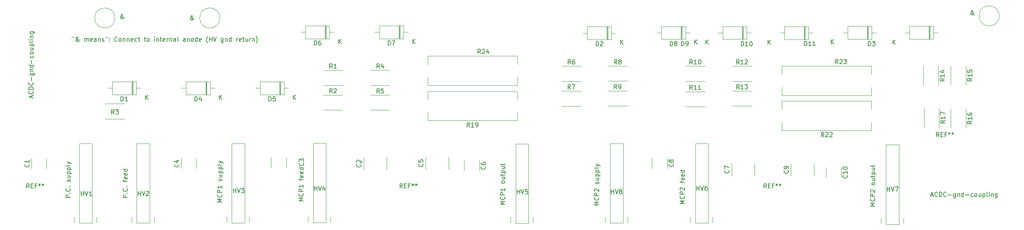
<source format=gbr>
%TF.GenerationSoftware,KiCad,Pcbnew,7.0.7*%
%TF.CreationDate,2024-04-16T09:14:21-07:00*%
%TF.ProjectId,hv-pcb-v1,68762d70-6362-42d7-9631-2e6b69636164,rev?*%
%TF.SameCoordinates,Original*%
%TF.FileFunction,Legend,Top*%
%TF.FilePolarity,Positive*%
%FSLAX46Y46*%
G04 Gerber Fmt 4.6, Leading zero omitted, Abs format (unit mm)*
G04 Created by KiCad (PCBNEW 7.0.7) date 2024-04-16 09:14:21*
%MOMM*%
%LPD*%
G01*
G04 APERTURE LIST*
%ADD10C,0.150000*%
%ADD11C,0.120000*%
G04 APERTURE END LIST*
D10*
X149730819Y-141938220D02*
X148730819Y-141938220D01*
X148730819Y-141938220D02*
X149445104Y-141604887D01*
X149445104Y-141604887D02*
X148730819Y-141271554D01*
X148730819Y-141271554D02*
X149730819Y-141271554D01*
X149635580Y-140223935D02*
X149683200Y-140271554D01*
X149683200Y-140271554D02*
X149730819Y-140414411D01*
X149730819Y-140414411D02*
X149730819Y-140509649D01*
X149730819Y-140509649D02*
X149683200Y-140652506D01*
X149683200Y-140652506D02*
X149587961Y-140747744D01*
X149587961Y-140747744D02*
X149492723Y-140795363D01*
X149492723Y-140795363D02*
X149302247Y-140842982D01*
X149302247Y-140842982D02*
X149159390Y-140842982D01*
X149159390Y-140842982D02*
X148968914Y-140795363D01*
X148968914Y-140795363D02*
X148873676Y-140747744D01*
X148873676Y-140747744D02*
X148778438Y-140652506D01*
X148778438Y-140652506D02*
X148730819Y-140509649D01*
X148730819Y-140509649D02*
X148730819Y-140414411D01*
X148730819Y-140414411D02*
X148778438Y-140271554D01*
X148778438Y-140271554D02*
X148826057Y-140223935D01*
X149730819Y-139795363D02*
X148730819Y-139795363D01*
X148730819Y-139795363D02*
X148730819Y-139414411D01*
X148730819Y-139414411D02*
X148778438Y-139319173D01*
X148778438Y-139319173D02*
X148826057Y-139271554D01*
X148826057Y-139271554D02*
X148921295Y-139223935D01*
X148921295Y-139223935D02*
X149064152Y-139223935D01*
X149064152Y-139223935D02*
X149159390Y-139271554D01*
X149159390Y-139271554D02*
X149207009Y-139319173D01*
X149207009Y-139319173D02*
X149254628Y-139414411D01*
X149254628Y-139414411D02*
X149254628Y-139795363D01*
X149730819Y-138271554D02*
X149730819Y-138842982D01*
X149730819Y-138557268D02*
X148730819Y-138557268D01*
X148730819Y-138557268D02*
X148873676Y-138652506D01*
X148873676Y-138652506D02*
X148968914Y-138747744D01*
X148968914Y-138747744D02*
X149016533Y-138842982D01*
X149730819Y-136938220D02*
X149683200Y-137033458D01*
X149683200Y-137033458D02*
X149635580Y-137081077D01*
X149635580Y-137081077D02*
X149540342Y-137128696D01*
X149540342Y-137128696D02*
X149254628Y-137128696D01*
X149254628Y-137128696D02*
X149159390Y-137081077D01*
X149159390Y-137081077D02*
X149111771Y-137033458D01*
X149111771Y-137033458D02*
X149064152Y-136938220D01*
X149064152Y-136938220D02*
X149064152Y-136795363D01*
X149064152Y-136795363D02*
X149111771Y-136700125D01*
X149111771Y-136700125D02*
X149159390Y-136652506D01*
X149159390Y-136652506D02*
X149254628Y-136604887D01*
X149254628Y-136604887D02*
X149540342Y-136604887D01*
X149540342Y-136604887D02*
X149635580Y-136652506D01*
X149635580Y-136652506D02*
X149683200Y-136700125D01*
X149683200Y-136700125D02*
X149730819Y-136795363D01*
X149730819Y-136795363D02*
X149730819Y-136938220D01*
X149064152Y-135747744D02*
X149730819Y-135747744D01*
X149064152Y-136176315D02*
X149587961Y-136176315D01*
X149587961Y-136176315D02*
X149683200Y-136128696D01*
X149683200Y-136128696D02*
X149730819Y-136033458D01*
X149730819Y-136033458D02*
X149730819Y-135890601D01*
X149730819Y-135890601D02*
X149683200Y-135795363D01*
X149683200Y-135795363D02*
X149635580Y-135747744D01*
X149064152Y-135414410D02*
X149064152Y-135033458D01*
X148730819Y-135271553D02*
X149587961Y-135271553D01*
X149587961Y-135271553D02*
X149683200Y-135223934D01*
X149683200Y-135223934D02*
X149730819Y-135128696D01*
X149730819Y-135128696D02*
X149730819Y-135033458D01*
X149064152Y-134700124D02*
X150064152Y-134700124D01*
X149111771Y-134700124D02*
X149064152Y-134604886D01*
X149064152Y-134604886D02*
X149064152Y-134414410D01*
X149064152Y-134414410D02*
X149111771Y-134319172D01*
X149111771Y-134319172D02*
X149159390Y-134271553D01*
X149159390Y-134271553D02*
X149254628Y-134223934D01*
X149254628Y-134223934D02*
X149540342Y-134223934D01*
X149540342Y-134223934D02*
X149635580Y-134271553D01*
X149635580Y-134271553D02*
X149683200Y-134319172D01*
X149683200Y-134319172D02*
X149730819Y-134414410D01*
X149730819Y-134414410D02*
X149730819Y-134604886D01*
X149730819Y-134604886D02*
X149683200Y-134700124D01*
X149064152Y-133366791D02*
X149730819Y-133366791D01*
X149064152Y-133795362D02*
X149587961Y-133795362D01*
X149587961Y-133795362D02*
X149683200Y-133747743D01*
X149683200Y-133747743D02*
X149730819Y-133652505D01*
X149730819Y-133652505D02*
X149730819Y-133509648D01*
X149730819Y-133509648D02*
X149683200Y-133414410D01*
X149683200Y-133414410D02*
X149635580Y-133366791D01*
X149064152Y-133033457D02*
X149064152Y-132652505D01*
X148730819Y-132890600D02*
X149587961Y-132890600D01*
X149587961Y-132890600D02*
X149683200Y-132842981D01*
X149683200Y-132842981D02*
X149730819Y-132747743D01*
X149730819Y-132747743D02*
X149730819Y-132652505D01*
X51889160Y-103878819D02*
X51889160Y-104069295D01*
X52270112Y-103878819D02*
X52270112Y-104069295D01*
X53508208Y-104878819D02*
X53460589Y-104878819D01*
X53460589Y-104878819D02*
X53365350Y-104831200D01*
X53365350Y-104831200D02*
X53222493Y-104688342D01*
X53222493Y-104688342D02*
X52984398Y-104402628D01*
X52984398Y-104402628D02*
X52889160Y-104259771D01*
X52889160Y-104259771D02*
X52841541Y-104116914D01*
X52841541Y-104116914D02*
X52841541Y-104021676D01*
X52841541Y-104021676D02*
X52889160Y-103926438D01*
X52889160Y-103926438D02*
X52984398Y-103878819D01*
X52984398Y-103878819D02*
X53032017Y-103878819D01*
X53032017Y-103878819D02*
X53127255Y-103926438D01*
X53127255Y-103926438D02*
X53174874Y-104021676D01*
X53174874Y-104021676D02*
X53174874Y-104069295D01*
X53174874Y-104069295D02*
X53127255Y-104164533D01*
X53127255Y-104164533D02*
X53079636Y-104212152D01*
X53079636Y-104212152D02*
X52793922Y-104402628D01*
X52793922Y-104402628D02*
X52746303Y-104450247D01*
X52746303Y-104450247D02*
X52698684Y-104545485D01*
X52698684Y-104545485D02*
X52698684Y-104688342D01*
X52698684Y-104688342D02*
X52746303Y-104783580D01*
X52746303Y-104783580D02*
X52793922Y-104831200D01*
X52793922Y-104831200D02*
X52889160Y-104878819D01*
X52889160Y-104878819D02*
X53032017Y-104878819D01*
X53032017Y-104878819D02*
X53127255Y-104831200D01*
X53127255Y-104831200D02*
X53174874Y-104783580D01*
X53174874Y-104783580D02*
X53317731Y-104593104D01*
X53317731Y-104593104D02*
X53365350Y-104450247D01*
X53365350Y-104450247D02*
X53365350Y-104355009D01*
X54698684Y-104878819D02*
X54698684Y-104212152D01*
X54698684Y-104307390D02*
X54746303Y-104259771D01*
X54746303Y-104259771D02*
X54841541Y-104212152D01*
X54841541Y-104212152D02*
X54984398Y-104212152D01*
X54984398Y-104212152D02*
X55079636Y-104259771D01*
X55079636Y-104259771D02*
X55127255Y-104355009D01*
X55127255Y-104355009D02*
X55127255Y-104878819D01*
X55127255Y-104355009D02*
X55174874Y-104259771D01*
X55174874Y-104259771D02*
X55270112Y-104212152D01*
X55270112Y-104212152D02*
X55412969Y-104212152D01*
X55412969Y-104212152D02*
X55508208Y-104259771D01*
X55508208Y-104259771D02*
X55555827Y-104355009D01*
X55555827Y-104355009D02*
X55555827Y-104878819D01*
X56412969Y-104831200D02*
X56317731Y-104878819D01*
X56317731Y-104878819D02*
X56127255Y-104878819D01*
X56127255Y-104878819D02*
X56032017Y-104831200D01*
X56032017Y-104831200D02*
X55984398Y-104735961D01*
X55984398Y-104735961D02*
X55984398Y-104355009D01*
X55984398Y-104355009D02*
X56032017Y-104259771D01*
X56032017Y-104259771D02*
X56127255Y-104212152D01*
X56127255Y-104212152D02*
X56317731Y-104212152D01*
X56317731Y-104212152D02*
X56412969Y-104259771D01*
X56412969Y-104259771D02*
X56460588Y-104355009D01*
X56460588Y-104355009D02*
X56460588Y-104450247D01*
X56460588Y-104450247D02*
X55984398Y-104545485D01*
X57317731Y-104878819D02*
X57317731Y-104355009D01*
X57317731Y-104355009D02*
X57270112Y-104259771D01*
X57270112Y-104259771D02*
X57174874Y-104212152D01*
X57174874Y-104212152D02*
X56984398Y-104212152D01*
X56984398Y-104212152D02*
X56889160Y-104259771D01*
X57317731Y-104831200D02*
X57222493Y-104878819D01*
X57222493Y-104878819D02*
X56984398Y-104878819D01*
X56984398Y-104878819D02*
X56889160Y-104831200D01*
X56889160Y-104831200D02*
X56841541Y-104735961D01*
X56841541Y-104735961D02*
X56841541Y-104640723D01*
X56841541Y-104640723D02*
X56889160Y-104545485D01*
X56889160Y-104545485D02*
X56984398Y-104497866D01*
X56984398Y-104497866D02*
X57222493Y-104497866D01*
X57222493Y-104497866D02*
X57317731Y-104450247D01*
X57793922Y-104212152D02*
X57793922Y-104878819D01*
X57793922Y-104307390D02*
X57841541Y-104259771D01*
X57841541Y-104259771D02*
X57936779Y-104212152D01*
X57936779Y-104212152D02*
X58079636Y-104212152D01*
X58079636Y-104212152D02*
X58174874Y-104259771D01*
X58174874Y-104259771D02*
X58222493Y-104355009D01*
X58222493Y-104355009D02*
X58222493Y-104878819D01*
X58651065Y-104831200D02*
X58746303Y-104878819D01*
X58746303Y-104878819D02*
X58936779Y-104878819D01*
X58936779Y-104878819D02*
X59032017Y-104831200D01*
X59032017Y-104831200D02*
X59079636Y-104735961D01*
X59079636Y-104735961D02*
X59079636Y-104688342D01*
X59079636Y-104688342D02*
X59032017Y-104593104D01*
X59032017Y-104593104D02*
X58936779Y-104545485D01*
X58936779Y-104545485D02*
X58793922Y-104545485D01*
X58793922Y-104545485D02*
X58698684Y-104497866D01*
X58698684Y-104497866D02*
X58651065Y-104402628D01*
X58651065Y-104402628D02*
X58651065Y-104355009D01*
X58651065Y-104355009D02*
X58698684Y-104259771D01*
X58698684Y-104259771D02*
X58793922Y-104212152D01*
X58793922Y-104212152D02*
X58936779Y-104212152D01*
X58936779Y-104212152D02*
X59032017Y-104259771D01*
X59460589Y-103878819D02*
X59460589Y-104069295D01*
X59841541Y-103878819D02*
X59841541Y-104069295D01*
X60270113Y-104783580D02*
X60317732Y-104831200D01*
X60317732Y-104831200D02*
X60270113Y-104878819D01*
X60270113Y-104878819D02*
X60222494Y-104831200D01*
X60222494Y-104831200D02*
X60270113Y-104783580D01*
X60270113Y-104783580D02*
X60270113Y-104878819D01*
X60270113Y-104259771D02*
X60317732Y-104307390D01*
X60317732Y-104307390D02*
X60270113Y-104355009D01*
X60270113Y-104355009D02*
X60222494Y-104307390D01*
X60222494Y-104307390D02*
X60270113Y-104259771D01*
X60270113Y-104259771D02*
X60270113Y-104355009D01*
X62079636Y-104783580D02*
X62032017Y-104831200D01*
X62032017Y-104831200D02*
X61889160Y-104878819D01*
X61889160Y-104878819D02*
X61793922Y-104878819D01*
X61793922Y-104878819D02*
X61651065Y-104831200D01*
X61651065Y-104831200D02*
X61555827Y-104735961D01*
X61555827Y-104735961D02*
X61508208Y-104640723D01*
X61508208Y-104640723D02*
X61460589Y-104450247D01*
X61460589Y-104450247D02*
X61460589Y-104307390D01*
X61460589Y-104307390D02*
X61508208Y-104116914D01*
X61508208Y-104116914D02*
X61555827Y-104021676D01*
X61555827Y-104021676D02*
X61651065Y-103926438D01*
X61651065Y-103926438D02*
X61793922Y-103878819D01*
X61793922Y-103878819D02*
X61889160Y-103878819D01*
X61889160Y-103878819D02*
X62032017Y-103926438D01*
X62032017Y-103926438D02*
X62079636Y-103974057D01*
X62651065Y-104878819D02*
X62555827Y-104831200D01*
X62555827Y-104831200D02*
X62508208Y-104783580D01*
X62508208Y-104783580D02*
X62460589Y-104688342D01*
X62460589Y-104688342D02*
X62460589Y-104402628D01*
X62460589Y-104402628D02*
X62508208Y-104307390D01*
X62508208Y-104307390D02*
X62555827Y-104259771D01*
X62555827Y-104259771D02*
X62651065Y-104212152D01*
X62651065Y-104212152D02*
X62793922Y-104212152D01*
X62793922Y-104212152D02*
X62889160Y-104259771D01*
X62889160Y-104259771D02*
X62936779Y-104307390D01*
X62936779Y-104307390D02*
X62984398Y-104402628D01*
X62984398Y-104402628D02*
X62984398Y-104688342D01*
X62984398Y-104688342D02*
X62936779Y-104783580D01*
X62936779Y-104783580D02*
X62889160Y-104831200D01*
X62889160Y-104831200D02*
X62793922Y-104878819D01*
X62793922Y-104878819D02*
X62651065Y-104878819D01*
X63412970Y-104212152D02*
X63412970Y-104878819D01*
X63412970Y-104307390D02*
X63460589Y-104259771D01*
X63460589Y-104259771D02*
X63555827Y-104212152D01*
X63555827Y-104212152D02*
X63698684Y-104212152D01*
X63698684Y-104212152D02*
X63793922Y-104259771D01*
X63793922Y-104259771D02*
X63841541Y-104355009D01*
X63841541Y-104355009D02*
X63841541Y-104878819D01*
X64317732Y-104212152D02*
X64317732Y-104878819D01*
X64317732Y-104307390D02*
X64365351Y-104259771D01*
X64365351Y-104259771D02*
X64460589Y-104212152D01*
X64460589Y-104212152D02*
X64603446Y-104212152D01*
X64603446Y-104212152D02*
X64698684Y-104259771D01*
X64698684Y-104259771D02*
X64746303Y-104355009D01*
X64746303Y-104355009D02*
X64746303Y-104878819D01*
X65603446Y-104831200D02*
X65508208Y-104878819D01*
X65508208Y-104878819D02*
X65317732Y-104878819D01*
X65317732Y-104878819D02*
X65222494Y-104831200D01*
X65222494Y-104831200D02*
X65174875Y-104735961D01*
X65174875Y-104735961D02*
X65174875Y-104355009D01*
X65174875Y-104355009D02*
X65222494Y-104259771D01*
X65222494Y-104259771D02*
X65317732Y-104212152D01*
X65317732Y-104212152D02*
X65508208Y-104212152D01*
X65508208Y-104212152D02*
X65603446Y-104259771D01*
X65603446Y-104259771D02*
X65651065Y-104355009D01*
X65651065Y-104355009D02*
X65651065Y-104450247D01*
X65651065Y-104450247D02*
X65174875Y-104545485D01*
X66508208Y-104831200D02*
X66412970Y-104878819D01*
X66412970Y-104878819D02*
X66222494Y-104878819D01*
X66222494Y-104878819D02*
X66127256Y-104831200D01*
X66127256Y-104831200D02*
X66079637Y-104783580D01*
X66079637Y-104783580D02*
X66032018Y-104688342D01*
X66032018Y-104688342D02*
X66032018Y-104402628D01*
X66032018Y-104402628D02*
X66079637Y-104307390D01*
X66079637Y-104307390D02*
X66127256Y-104259771D01*
X66127256Y-104259771D02*
X66222494Y-104212152D01*
X66222494Y-104212152D02*
X66412970Y-104212152D01*
X66412970Y-104212152D02*
X66508208Y-104259771D01*
X66793923Y-104212152D02*
X67174875Y-104212152D01*
X66936780Y-103878819D02*
X66936780Y-104735961D01*
X66936780Y-104735961D02*
X66984399Y-104831200D01*
X66984399Y-104831200D02*
X67079637Y-104878819D01*
X67079637Y-104878819D02*
X67174875Y-104878819D01*
X68127257Y-104212152D02*
X68508209Y-104212152D01*
X68270114Y-103878819D02*
X68270114Y-104735961D01*
X68270114Y-104735961D02*
X68317733Y-104831200D01*
X68317733Y-104831200D02*
X68412971Y-104878819D01*
X68412971Y-104878819D02*
X68508209Y-104878819D01*
X68984400Y-104878819D02*
X68889162Y-104831200D01*
X68889162Y-104831200D02*
X68841543Y-104783580D01*
X68841543Y-104783580D02*
X68793924Y-104688342D01*
X68793924Y-104688342D02*
X68793924Y-104402628D01*
X68793924Y-104402628D02*
X68841543Y-104307390D01*
X68841543Y-104307390D02*
X68889162Y-104259771D01*
X68889162Y-104259771D02*
X68984400Y-104212152D01*
X68984400Y-104212152D02*
X69127257Y-104212152D01*
X69127257Y-104212152D02*
X69222495Y-104259771D01*
X69222495Y-104259771D02*
X69270114Y-104307390D01*
X69270114Y-104307390D02*
X69317733Y-104402628D01*
X69317733Y-104402628D02*
X69317733Y-104688342D01*
X69317733Y-104688342D02*
X69270114Y-104783580D01*
X69270114Y-104783580D02*
X69222495Y-104831200D01*
X69222495Y-104831200D02*
X69127257Y-104878819D01*
X69127257Y-104878819D02*
X68984400Y-104878819D01*
X70508210Y-104878819D02*
X70508210Y-104212152D01*
X70508210Y-103878819D02*
X70460591Y-103926438D01*
X70460591Y-103926438D02*
X70508210Y-103974057D01*
X70508210Y-103974057D02*
X70555829Y-103926438D01*
X70555829Y-103926438D02*
X70508210Y-103878819D01*
X70508210Y-103878819D02*
X70508210Y-103974057D01*
X70984400Y-104212152D02*
X70984400Y-104878819D01*
X70984400Y-104307390D02*
X71032019Y-104259771D01*
X71032019Y-104259771D02*
X71127257Y-104212152D01*
X71127257Y-104212152D02*
X71270114Y-104212152D01*
X71270114Y-104212152D02*
X71365352Y-104259771D01*
X71365352Y-104259771D02*
X71412971Y-104355009D01*
X71412971Y-104355009D02*
X71412971Y-104878819D01*
X71746305Y-104212152D02*
X72127257Y-104212152D01*
X71889162Y-103878819D02*
X71889162Y-104735961D01*
X71889162Y-104735961D02*
X71936781Y-104831200D01*
X71936781Y-104831200D02*
X72032019Y-104878819D01*
X72032019Y-104878819D02*
X72127257Y-104878819D01*
X72841543Y-104831200D02*
X72746305Y-104878819D01*
X72746305Y-104878819D02*
X72555829Y-104878819D01*
X72555829Y-104878819D02*
X72460591Y-104831200D01*
X72460591Y-104831200D02*
X72412972Y-104735961D01*
X72412972Y-104735961D02*
X72412972Y-104355009D01*
X72412972Y-104355009D02*
X72460591Y-104259771D01*
X72460591Y-104259771D02*
X72555829Y-104212152D01*
X72555829Y-104212152D02*
X72746305Y-104212152D01*
X72746305Y-104212152D02*
X72841543Y-104259771D01*
X72841543Y-104259771D02*
X72889162Y-104355009D01*
X72889162Y-104355009D02*
X72889162Y-104450247D01*
X72889162Y-104450247D02*
X72412972Y-104545485D01*
X73317734Y-104878819D02*
X73317734Y-104212152D01*
X73317734Y-104402628D02*
X73365353Y-104307390D01*
X73365353Y-104307390D02*
X73412972Y-104259771D01*
X73412972Y-104259771D02*
X73508210Y-104212152D01*
X73508210Y-104212152D02*
X73603448Y-104212152D01*
X73936782Y-104212152D02*
X73936782Y-104878819D01*
X73936782Y-104307390D02*
X73984401Y-104259771D01*
X73984401Y-104259771D02*
X74079639Y-104212152D01*
X74079639Y-104212152D02*
X74222496Y-104212152D01*
X74222496Y-104212152D02*
X74317734Y-104259771D01*
X74317734Y-104259771D02*
X74365353Y-104355009D01*
X74365353Y-104355009D02*
X74365353Y-104878819D01*
X75270115Y-104878819D02*
X75270115Y-104355009D01*
X75270115Y-104355009D02*
X75222496Y-104259771D01*
X75222496Y-104259771D02*
X75127258Y-104212152D01*
X75127258Y-104212152D02*
X74936782Y-104212152D01*
X74936782Y-104212152D02*
X74841544Y-104259771D01*
X75270115Y-104831200D02*
X75174877Y-104878819D01*
X75174877Y-104878819D02*
X74936782Y-104878819D01*
X74936782Y-104878819D02*
X74841544Y-104831200D01*
X74841544Y-104831200D02*
X74793925Y-104735961D01*
X74793925Y-104735961D02*
X74793925Y-104640723D01*
X74793925Y-104640723D02*
X74841544Y-104545485D01*
X74841544Y-104545485D02*
X74936782Y-104497866D01*
X74936782Y-104497866D02*
X75174877Y-104497866D01*
X75174877Y-104497866D02*
X75270115Y-104450247D01*
X75889163Y-104878819D02*
X75793925Y-104831200D01*
X75793925Y-104831200D02*
X75746306Y-104735961D01*
X75746306Y-104735961D02*
X75746306Y-103878819D01*
X77460592Y-104878819D02*
X77460592Y-104355009D01*
X77460592Y-104355009D02*
X77412973Y-104259771D01*
X77412973Y-104259771D02*
X77317735Y-104212152D01*
X77317735Y-104212152D02*
X77127259Y-104212152D01*
X77127259Y-104212152D02*
X77032021Y-104259771D01*
X77460592Y-104831200D02*
X77365354Y-104878819D01*
X77365354Y-104878819D02*
X77127259Y-104878819D01*
X77127259Y-104878819D02*
X77032021Y-104831200D01*
X77032021Y-104831200D02*
X76984402Y-104735961D01*
X76984402Y-104735961D02*
X76984402Y-104640723D01*
X76984402Y-104640723D02*
X77032021Y-104545485D01*
X77032021Y-104545485D02*
X77127259Y-104497866D01*
X77127259Y-104497866D02*
X77365354Y-104497866D01*
X77365354Y-104497866D02*
X77460592Y-104450247D01*
X77936783Y-104212152D02*
X77936783Y-104878819D01*
X77936783Y-104307390D02*
X77984402Y-104259771D01*
X77984402Y-104259771D02*
X78079640Y-104212152D01*
X78079640Y-104212152D02*
X78222497Y-104212152D01*
X78222497Y-104212152D02*
X78317735Y-104259771D01*
X78317735Y-104259771D02*
X78365354Y-104355009D01*
X78365354Y-104355009D02*
X78365354Y-104878819D01*
X78984402Y-104878819D02*
X78889164Y-104831200D01*
X78889164Y-104831200D02*
X78841545Y-104783580D01*
X78841545Y-104783580D02*
X78793926Y-104688342D01*
X78793926Y-104688342D02*
X78793926Y-104402628D01*
X78793926Y-104402628D02*
X78841545Y-104307390D01*
X78841545Y-104307390D02*
X78889164Y-104259771D01*
X78889164Y-104259771D02*
X78984402Y-104212152D01*
X78984402Y-104212152D02*
X79127259Y-104212152D01*
X79127259Y-104212152D02*
X79222497Y-104259771D01*
X79222497Y-104259771D02*
X79270116Y-104307390D01*
X79270116Y-104307390D02*
X79317735Y-104402628D01*
X79317735Y-104402628D02*
X79317735Y-104688342D01*
X79317735Y-104688342D02*
X79270116Y-104783580D01*
X79270116Y-104783580D02*
X79222497Y-104831200D01*
X79222497Y-104831200D02*
X79127259Y-104878819D01*
X79127259Y-104878819D02*
X78984402Y-104878819D01*
X80174878Y-104878819D02*
X80174878Y-103878819D01*
X80174878Y-104831200D02*
X80079640Y-104878819D01*
X80079640Y-104878819D02*
X79889164Y-104878819D01*
X79889164Y-104878819D02*
X79793926Y-104831200D01*
X79793926Y-104831200D02*
X79746307Y-104783580D01*
X79746307Y-104783580D02*
X79698688Y-104688342D01*
X79698688Y-104688342D02*
X79698688Y-104402628D01*
X79698688Y-104402628D02*
X79746307Y-104307390D01*
X79746307Y-104307390D02*
X79793926Y-104259771D01*
X79793926Y-104259771D02*
X79889164Y-104212152D01*
X79889164Y-104212152D02*
X80079640Y-104212152D01*
X80079640Y-104212152D02*
X80174878Y-104259771D01*
X81032021Y-104831200D02*
X80936783Y-104878819D01*
X80936783Y-104878819D02*
X80746307Y-104878819D01*
X80746307Y-104878819D02*
X80651069Y-104831200D01*
X80651069Y-104831200D02*
X80603450Y-104735961D01*
X80603450Y-104735961D02*
X80603450Y-104355009D01*
X80603450Y-104355009D02*
X80651069Y-104259771D01*
X80651069Y-104259771D02*
X80746307Y-104212152D01*
X80746307Y-104212152D02*
X80936783Y-104212152D01*
X80936783Y-104212152D02*
X81032021Y-104259771D01*
X81032021Y-104259771D02*
X81079640Y-104355009D01*
X81079640Y-104355009D02*
X81079640Y-104450247D01*
X81079640Y-104450247D02*
X80603450Y-104545485D01*
X82555831Y-105259771D02*
X82508212Y-105212152D01*
X82508212Y-105212152D02*
X82412974Y-105069295D01*
X82412974Y-105069295D02*
X82365355Y-104974057D01*
X82365355Y-104974057D02*
X82317736Y-104831200D01*
X82317736Y-104831200D02*
X82270117Y-104593104D01*
X82270117Y-104593104D02*
X82270117Y-104402628D01*
X82270117Y-104402628D02*
X82317736Y-104164533D01*
X82317736Y-104164533D02*
X82365355Y-104021676D01*
X82365355Y-104021676D02*
X82412974Y-103926438D01*
X82412974Y-103926438D02*
X82508212Y-103783580D01*
X82508212Y-103783580D02*
X82555831Y-103735961D01*
X82936784Y-104878819D02*
X82936784Y-103878819D01*
X82936784Y-104355009D02*
X83508212Y-104355009D01*
X83508212Y-104878819D02*
X83508212Y-103878819D01*
X83841546Y-103878819D02*
X84174879Y-104878819D01*
X84174879Y-104878819D02*
X84508212Y-103878819D01*
X86032022Y-104212152D02*
X86032022Y-105021676D01*
X86032022Y-105021676D02*
X85984403Y-105116914D01*
X85984403Y-105116914D02*
X85936784Y-105164533D01*
X85936784Y-105164533D02*
X85841546Y-105212152D01*
X85841546Y-105212152D02*
X85698689Y-105212152D01*
X85698689Y-105212152D02*
X85603451Y-105164533D01*
X86032022Y-104831200D02*
X85936784Y-104878819D01*
X85936784Y-104878819D02*
X85746308Y-104878819D01*
X85746308Y-104878819D02*
X85651070Y-104831200D01*
X85651070Y-104831200D02*
X85603451Y-104783580D01*
X85603451Y-104783580D02*
X85555832Y-104688342D01*
X85555832Y-104688342D02*
X85555832Y-104402628D01*
X85555832Y-104402628D02*
X85603451Y-104307390D01*
X85603451Y-104307390D02*
X85651070Y-104259771D01*
X85651070Y-104259771D02*
X85746308Y-104212152D01*
X85746308Y-104212152D02*
X85936784Y-104212152D01*
X85936784Y-104212152D02*
X86032022Y-104259771D01*
X86508213Y-104212152D02*
X86508213Y-104878819D01*
X86508213Y-104307390D02*
X86555832Y-104259771D01*
X86555832Y-104259771D02*
X86651070Y-104212152D01*
X86651070Y-104212152D02*
X86793927Y-104212152D01*
X86793927Y-104212152D02*
X86889165Y-104259771D01*
X86889165Y-104259771D02*
X86936784Y-104355009D01*
X86936784Y-104355009D02*
X86936784Y-104878819D01*
X87841546Y-104878819D02*
X87841546Y-103878819D01*
X87841546Y-104831200D02*
X87746308Y-104878819D01*
X87746308Y-104878819D02*
X87555832Y-104878819D01*
X87555832Y-104878819D02*
X87460594Y-104831200D01*
X87460594Y-104831200D02*
X87412975Y-104783580D01*
X87412975Y-104783580D02*
X87365356Y-104688342D01*
X87365356Y-104688342D02*
X87365356Y-104402628D01*
X87365356Y-104402628D02*
X87412975Y-104307390D01*
X87412975Y-104307390D02*
X87460594Y-104259771D01*
X87460594Y-104259771D02*
X87555832Y-104212152D01*
X87555832Y-104212152D02*
X87746308Y-104212152D01*
X87746308Y-104212152D02*
X87841546Y-104259771D01*
X89079642Y-104878819D02*
X89079642Y-104212152D01*
X89079642Y-104402628D02*
X89127261Y-104307390D01*
X89127261Y-104307390D02*
X89174880Y-104259771D01*
X89174880Y-104259771D02*
X89270118Y-104212152D01*
X89270118Y-104212152D02*
X89365356Y-104212152D01*
X90079642Y-104831200D02*
X89984404Y-104878819D01*
X89984404Y-104878819D02*
X89793928Y-104878819D01*
X89793928Y-104878819D02*
X89698690Y-104831200D01*
X89698690Y-104831200D02*
X89651071Y-104735961D01*
X89651071Y-104735961D02*
X89651071Y-104355009D01*
X89651071Y-104355009D02*
X89698690Y-104259771D01*
X89698690Y-104259771D02*
X89793928Y-104212152D01*
X89793928Y-104212152D02*
X89984404Y-104212152D01*
X89984404Y-104212152D02*
X90079642Y-104259771D01*
X90079642Y-104259771D02*
X90127261Y-104355009D01*
X90127261Y-104355009D02*
X90127261Y-104450247D01*
X90127261Y-104450247D02*
X89651071Y-104545485D01*
X90412976Y-104212152D02*
X90793928Y-104212152D01*
X90555833Y-103878819D02*
X90555833Y-104735961D01*
X90555833Y-104735961D02*
X90603452Y-104831200D01*
X90603452Y-104831200D02*
X90698690Y-104878819D01*
X90698690Y-104878819D02*
X90793928Y-104878819D01*
X91555833Y-104212152D02*
X91555833Y-104878819D01*
X91127262Y-104212152D02*
X91127262Y-104735961D01*
X91127262Y-104735961D02*
X91174881Y-104831200D01*
X91174881Y-104831200D02*
X91270119Y-104878819D01*
X91270119Y-104878819D02*
X91412976Y-104878819D01*
X91412976Y-104878819D02*
X91508214Y-104831200D01*
X91508214Y-104831200D02*
X91555833Y-104783580D01*
X92032024Y-104878819D02*
X92032024Y-104212152D01*
X92032024Y-104402628D02*
X92079643Y-104307390D01*
X92079643Y-104307390D02*
X92127262Y-104259771D01*
X92127262Y-104259771D02*
X92222500Y-104212152D01*
X92222500Y-104212152D02*
X92317738Y-104212152D01*
X92651072Y-104212152D02*
X92651072Y-104878819D01*
X92651072Y-104307390D02*
X92698691Y-104259771D01*
X92698691Y-104259771D02*
X92793929Y-104212152D01*
X92793929Y-104212152D02*
X92936786Y-104212152D01*
X92936786Y-104212152D02*
X93032024Y-104259771D01*
X93032024Y-104259771D02*
X93079643Y-104355009D01*
X93079643Y-104355009D02*
X93079643Y-104878819D01*
X93460596Y-105259771D02*
X93508215Y-105212152D01*
X93508215Y-105212152D02*
X93603453Y-105069295D01*
X93603453Y-105069295D02*
X93651072Y-104974057D01*
X93651072Y-104974057D02*
X93698691Y-104831200D01*
X93698691Y-104831200D02*
X93746310Y-104593104D01*
X93746310Y-104593104D02*
X93746310Y-104402628D01*
X93746310Y-104402628D02*
X93698691Y-104164533D01*
X93698691Y-104164533D02*
X93651072Y-104021676D01*
X93651072Y-104021676D02*
X93603453Y-103926438D01*
X93603453Y-103926438D02*
X93508215Y-103783580D01*
X93508215Y-103783580D02*
X93460596Y-103735961D01*
X85749819Y-141374220D02*
X84749819Y-141374220D01*
X84749819Y-141374220D02*
X85464104Y-141040887D01*
X85464104Y-141040887D02*
X84749819Y-140707554D01*
X84749819Y-140707554D02*
X85749819Y-140707554D01*
X85654580Y-139659935D02*
X85702200Y-139707554D01*
X85702200Y-139707554D02*
X85749819Y-139850411D01*
X85749819Y-139850411D02*
X85749819Y-139945649D01*
X85749819Y-139945649D02*
X85702200Y-140088506D01*
X85702200Y-140088506D02*
X85606961Y-140183744D01*
X85606961Y-140183744D02*
X85511723Y-140231363D01*
X85511723Y-140231363D02*
X85321247Y-140278982D01*
X85321247Y-140278982D02*
X85178390Y-140278982D01*
X85178390Y-140278982D02*
X84987914Y-140231363D01*
X84987914Y-140231363D02*
X84892676Y-140183744D01*
X84892676Y-140183744D02*
X84797438Y-140088506D01*
X84797438Y-140088506D02*
X84749819Y-139945649D01*
X84749819Y-139945649D02*
X84749819Y-139850411D01*
X84749819Y-139850411D02*
X84797438Y-139707554D01*
X84797438Y-139707554D02*
X84845057Y-139659935D01*
X85749819Y-139231363D02*
X84749819Y-139231363D01*
X84749819Y-139231363D02*
X84749819Y-138850411D01*
X84749819Y-138850411D02*
X84797438Y-138755173D01*
X84797438Y-138755173D02*
X84845057Y-138707554D01*
X84845057Y-138707554D02*
X84940295Y-138659935D01*
X84940295Y-138659935D02*
X85083152Y-138659935D01*
X85083152Y-138659935D02*
X85178390Y-138707554D01*
X85178390Y-138707554D02*
X85226009Y-138755173D01*
X85226009Y-138755173D02*
X85273628Y-138850411D01*
X85273628Y-138850411D02*
X85273628Y-139231363D01*
X85749819Y-137707554D02*
X85749819Y-138278982D01*
X85749819Y-137993268D02*
X84749819Y-137993268D01*
X84749819Y-137993268D02*
X84892676Y-138088506D01*
X84892676Y-138088506D02*
X84987914Y-138183744D01*
X84987914Y-138183744D02*
X85035533Y-138278982D01*
X85702200Y-136564696D02*
X85749819Y-136469458D01*
X85749819Y-136469458D02*
X85749819Y-136278982D01*
X85749819Y-136278982D02*
X85702200Y-136183744D01*
X85702200Y-136183744D02*
X85606961Y-136136125D01*
X85606961Y-136136125D02*
X85559342Y-136136125D01*
X85559342Y-136136125D02*
X85464104Y-136183744D01*
X85464104Y-136183744D02*
X85416485Y-136278982D01*
X85416485Y-136278982D02*
X85416485Y-136421839D01*
X85416485Y-136421839D02*
X85368866Y-136517077D01*
X85368866Y-136517077D02*
X85273628Y-136564696D01*
X85273628Y-136564696D02*
X85226009Y-136564696D01*
X85226009Y-136564696D02*
X85130771Y-136517077D01*
X85130771Y-136517077D02*
X85083152Y-136421839D01*
X85083152Y-136421839D02*
X85083152Y-136278982D01*
X85083152Y-136278982D02*
X85130771Y-136183744D01*
X85083152Y-135278982D02*
X85749819Y-135278982D01*
X85083152Y-135707553D02*
X85606961Y-135707553D01*
X85606961Y-135707553D02*
X85702200Y-135659934D01*
X85702200Y-135659934D02*
X85749819Y-135564696D01*
X85749819Y-135564696D02*
X85749819Y-135421839D01*
X85749819Y-135421839D02*
X85702200Y-135326601D01*
X85702200Y-135326601D02*
X85654580Y-135278982D01*
X85083152Y-134802791D02*
X86083152Y-134802791D01*
X85130771Y-134802791D02*
X85083152Y-134707553D01*
X85083152Y-134707553D02*
X85083152Y-134517077D01*
X85083152Y-134517077D02*
X85130771Y-134421839D01*
X85130771Y-134421839D02*
X85178390Y-134374220D01*
X85178390Y-134374220D02*
X85273628Y-134326601D01*
X85273628Y-134326601D02*
X85559342Y-134326601D01*
X85559342Y-134326601D02*
X85654580Y-134374220D01*
X85654580Y-134374220D02*
X85702200Y-134421839D01*
X85702200Y-134421839D02*
X85749819Y-134517077D01*
X85749819Y-134517077D02*
X85749819Y-134707553D01*
X85749819Y-134707553D02*
X85702200Y-134802791D01*
X85083152Y-133898029D02*
X86083152Y-133898029D01*
X85130771Y-133898029D02*
X85083152Y-133802791D01*
X85083152Y-133802791D02*
X85083152Y-133612315D01*
X85083152Y-133612315D02*
X85130771Y-133517077D01*
X85130771Y-133517077D02*
X85178390Y-133469458D01*
X85178390Y-133469458D02*
X85273628Y-133421839D01*
X85273628Y-133421839D02*
X85559342Y-133421839D01*
X85559342Y-133421839D02*
X85654580Y-133469458D01*
X85654580Y-133469458D02*
X85702200Y-133517077D01*
X85702200Y-133517077D02*
X85749819Y-133612315D01*
X85749819Y-133612315D02*
X85749819Y-133802791D01*
X85749819Y-133802791D02*
X85702200Y-133898029D01*
X85749819Y-132850410D02*
X85702200Y-132945648D01*
X85702200Y-132945648D02*
X85606961Y-132993267D01*
X85606961Y-132993267D02*
X84749819Y-132993267D01*
X85083152Y-132564695D02*
X85749819Y-132326600D01*
X85083152Y-132088505D02*
X85749819Y-132326600D01*
X85749819Y-132326600D02*
X85987914Y-132421838D01*
X85987914Y-132421838D02*
X86035533Y-132469457D01*
X86035533Y-132469457D02*
X86083152Y-132564695D01*
X104159819Y-141153220D02*
X103159819Y-141153220D01*
X103159819Y-141153220D02*
X103874104Y-140819887D01*
X103874104Y-140819887D02*
X103159819Y-140486554D01*
X103159819Y-140486554D02*
X104159819Y-140486554D01*
X104064580Y-139438935D02*
X104112200Y-139486554D01*
X104112200Y-139486554D02*
X104159819Y-139629411D01*
X104159819Y-139629411D02*
X104159819Y-139724649D01*
X104159819Y-139724649D02*
X104112200Y-139867506D01*
X104112200Y-139867506D02*
X104016961Y-139962744D01*
X104016961Y-139962744D02*
X103921723Y-140010363D01*
X103921723Y-140010363D02*
X103731247Y-140057982D01*
X103731247Y-140057982D02*
X103588390Y-140057982D01*
X103588390Y-140057982D02*
X103397914Y-140010363D01*
X103397914Y-140010363D02*
X103302676Y-139962744D01*
X103302676Y-139962744D02*
X103207438Y-139867506D01*
X103207438Y-139867506D02*
X103159819Y-139724649D01*
X103159819Y-139724649D02*
X103159819Y-139629411D01*
X103159819Y-139629411D02*
X103207438Y-139486554D01*
X103207438Y-139486554D02*
X103255057Y-139438935D01*
X104159819Y-139010363D02*
X103159819Y-139010363D01*
X103159819Y-139010363D02*
X103159819Y-138629411D01*
X103159819Y-138629411D02*
X103207438Y-138534173D01*
X103207438Y-138534173D02*
X103255057Y-138486554D01*
X103255057Y-138486554D02*
X103350295Y-138438935D01*
X103350295Y-138438935D02*
X103493152Y-138438935D01*
X103493152Y-138438935D02*
X103588390Y-138486554D01*
X103588390Y-138486554D02*
X103636009Y-138534173D01*
X103636009Y-138534173D02*
X103683628Y-138629411D01*
X103683628Y-138629411D02*
X103683628Y-139010363D01*
X104159819Y-137486554D02*
X104159819Y-138057982D01*
X104159819Y-137772268D02*
X103159819Y-137772268D01*
X103159819Y-137772268D02*
X103302676Y-137867506D01*
X103302676Y-137867506D02*
X103397914Y-137962744D01*
X103397914Y-137962744D02*
X103445533Y-138057982D01*
X103493152Y-136438934D02*
X103493152Y-136057982D01*
X104159819Y-136296077D02*
X103302676Y-136296077D01*
X103302676Y-136296077D02*
X103207438Y-136248458D01*
X103207438Y-136248458D02*
X103159819Y-136153220D01*
X103159819Y-136153220D02*
X103159819Y-136057982D01*
X104112200Y-135343696D02*
X104159819Y-135438934D01*
X104159819Y-135438934D02*
X104159819Y-135629410D01*
X104159819Y-135629410D02*
X104112200Y-135724648D01*
X104112200Y-135724648D02*
X104016961Y-135772267D01*
X104016961Y-135772267D02*
X103636009Y-135772267D01*
X103636009Y-135772267D02*
X103540771Y-135724648D01*
X103540771Y-135724648D02*
X103493152Y-135629410D01*
X103493152Y-135629410D02*
X103493152Y-135438934D01*
X103493152Y-135438934D02*
X103540771Y-135343696D01*
X103540771Y-135343696D02*
X103636009Y-135296077D01*
X103636009Y-135296077D02*
X103731247Y-135296077D01*
X103731247Y-135296077D02*
X103826485Y-135772267D01*
X104112200Y-134486553D02*
X104159819Y-134581791D01*
X104159819Y-134581791D02*
X104159819Y-134772267D01*
X104159819Y-134772267D02*
X104112200Y-134867505D01*
X104112200Y-134867505D02*
X104016961Y-134915124D01*
X104016961Y-134915124D02*
X103636009Y-134915124D01*
X103636009Y-134915124D02*
X103540771Y-134867505D01*
X103540771Y-134867505D02*
X103493152Y-134772267D01*
X103493152Y-134772267D02*
X103493152Y-134581791D01*
X103493152Y-134581791D02*
X103540771Y-134486553D01*
X103540771Y-134486553D02*
X103636009Y-134438934D01*
X103636009Y-134438934D02*
X103731247Y-134438934D01*
X103731247Y-134438934D02*
X103826485Y-134915124D01*
X104159819Y-133581791D02*
X103159819Y-133581791D01*
X104112200Y-133581791D02*
X104159819Y-133677029D01*
X104159819Y-133677029D02*
X104159819Y-133867505D01*
X104159819Y-133867505D02*
X104112200Y-133962743D01*
X104112200Y-133962743D02*
X104064580Y-134010362D01*
X104064580Y-134010362D02*
X103969342Y-134057981D01*
X103969342Y-134057981D02*
X103683628Y-134057981D01*
X103683628Y-134057981D02*
X103588390Y-134010362D01*
X103588390Y-134010362D02*
X103540771Y-133962743D01*
X103540771Y-133962743D02*
X103493152Y-133867505D01*
X103493152Y-133867505D02*
X103493152Y-133677029D01*
X103493152Y-133677029D02*
X103540771Y-133581791D01*
X51417819Y-140379220D02*
X50417819Y-140379220D01*
X50417819Y-140379220D02*
X50417819Y-139998268D01*
X50417819Y-139998268D02*
X50465438Y-139903030D01*
X50465438Y-139903030D02*
X50513057Y-139855411D01*
X50513057Y-139855411D02*
X50608295Y-139807792D01*
X50608295Y-139807792D02*
X50751152Y-139807792D01*
X50751152Y-139807792D02*
X50846390Y-139855411D01*
X50846390Y-139855411D02*
X50894009Y-139903030D01*
X50894009Y-139903030D02*
X50941628Y-139998268D01*
X50941628Y-139998268D02*
X50941628Y-140379220D01*
X51322580Y-139379220D02*
X51370200Y-139331601D01*
X51370200Y-139331601D02*
X51417819Y-139379220D01*
X51417819Y-139379220D02*
X51370200Y-139426839D01*
X51370200Y-139426839D02*
X51322580Y-139379220D01*
X51322580Y-139379220D02*
X51417819Y-139379220D01*
X51322580Y-138331602D02*
X51370200Y-138379221D01*
X51370200Y-138379221D02*
X51417819Y-138522078D01*
X51417819Y-138522078D02*
X51417819Y-138617316D01*
X51417819Y-138617316D02*
X51370200Y-138760173D01*
X51370200Y-138760173D02*
X51274961Y-138855411D01*
X51274961Y-138855411D02*
X51179723Y-138903030D01*
X51179723Y-138903030D02*
X50989247Y-138950649D01*
X50989247Y-138950649D02*
X50846390Y-138950649D01*
X50846390Y-138950649D02*
X50655914Y-138903030D01*
X50655914Y-138903030D02*
X50560676Y-138855411D01*
X50560676Y-138855411D02*
X50465438Y-138760173D01*
X50465438Y-138760173D02*
X50417819Y-138617316D01*
X50417819Y-138617316D02*
X50417819Y-138522078D01*
X50417819Y-138522078D02*
X50465438Y-138379221D01*
X50465438Y-138379221D02*
X50513057Y-138331602D01*
X51322580Y-137903030D02*
X51370200Y-137855411D01*
X51370200Y-137855411D02*
X51417819Y-137903030D01*
X51417819Y-137903030D02*
X51370200Y-137950649D01*
X51370200Y-137950649D02*
X51322580Y-137903030D01*
X51322580Y-137903030D02*
X51417819Y-137903030D01*
X51370200Y-136712554D02*
X51417819Y-136617316D01*
X51417819Y-136617316D02*
X51417819Y-136426840D01*
X51417819Y-136426840D02*
X51370200Y-136331602D01*
X51370200Y-136331602D02*
X51274961Y-136283983D01*
X51274961Y-136283983D02*
X51227342Y-136283983D01*
X51227342Y-136283983D02*
X51132104Y-136331602D01*
X51132104Y-136331602D02*
X51084485Y-136426840D01*
X51084485Y-136426840D02*
X51084485Y-136569697D01*
X51084485Y-136569697D02*
X51036866Y-136664935D01*
X51036866Y-136664935D02*
X50941628Y-136712554D01*
X50941628Y-136712554D02*
X50894009Y-136712554D01*
X50894009Y-136712554D02*
X50798771Y-136664935D01*
X50798771Y-136664935D02*
X50751152Y-136569697D01*
X50751152Y-136569697D02*
X50751152Y-136426840D01*
X50751152Y-136426840D02*
X50798771Y-136331602D01*
X50751152Y-135426840D02*
X51417819Y-135426840D01*
X50751152Y-135855411D02*
X51274961Y-135855411D01*
X51274961Y-135855411D02*
X51370200Y-135807792D01*
X51370200Y-135807792D02*
X51417819Y-135712554D01*
X51417819Y-135712554D02*
X51417819Y-135569697D01*
X51417819Y-135569697D02*
X51370200Y-135474459D01*
X51370200Y-135474459D02*
X51322580Y-135426840D01*
X50751152Y-134950649D02*
X51751152Y-134950649D01*
X50798771Y-134950649D02*
X50751152Y-134855411D01*
X50751152Y-134855411D02*
X50751152Y-134664935D01*
X50751152Y-134664935D02*
X50798771Y-134569697D01*
X50798771Y-134569697D02*
X50846390Y-134522078D01*
X50846390Y-134522078D02*
X50941628Y-134474459D01*
X50941628Y-134474459D02*
X51227342Y-134474459D01*
X51227342Y-134474459D02*
X51322580Y-134522078D01*
X51322580Y-134522078D02*
X51370200Y-134569697D01*
X51370200Y-134569697D02*
X51417819Y-134664935D01*
X51417819Y-134664935D02*
X51417819Y-134855411D01*
X51417819Y-134855411D02*
X51370200Y-134950649D01*
X50751152Y-134045887D02*
X51751152Y-134045887D01*
X50798771Y-134045887D02*
X50751152Y-133950649D01*
X50751152Y-133950649D02*
X50751152Y-133760173D01*
X50751152Y-133760173D02*
X50798771Y-133664935D01*
X50798771Y-133664935D02*
X50846390Y-133617316D01*
X50846390Y-133617316D02*
X50941628Y-133569697D01*
X50941628Y-133569697D02*
X51227342Y-133569697D01*
X51227342Y-133569697D02*
X51322580Y-133617316D01*
X51322580Y-133617316D02*
X51370200Y-133664935D01*
X51370200Y-133664935D02*
X51417819Y-133760173D01*
X51417819Y-133760173D02*
X51417819Y-133950649D01*
X51417819Y-133950649D02*
X51370200Y-134045887D01*
X51417819Y-132998268D02*
X51370200Y-133093506D01*
X51370200Y-133093506D02*
X51274961Y-133141125D01*
X51274961Y-133141125D02*
X50417819Y-133141125D01*
X50751152Y-132712553D02*
X51417819Y-132474458D01*
X50751152Y-132236363D02*
X51417819Y-132474458D01*
X51417819Y-132474458D02*
X51655914Y-132569696D01*
X51655914Y-132569696D02*
X51703533Y-132617315D01*
X51703533Y-132617315D02*
X51751152Y-132712553D01*
X63618303Y-99738819D02*
X63570684Y-99738819D01*
X63570684Y-99738819D02*
X63475445Y-99691200D01*
X63475445Y-99691200D02*
X63332588Y-99548342D01*
X63332588Y-99548342D02*
X63094493Y-99262628D01*
X63094493Y-99262628D02*
X62999255Y-99119771D01*
X62999255Y-99119771D02*
X62951636Y-98976914D01*
X62951636Y-98976914D02*
X62951636Y-98881676D01*
X62951636Y-98881676D02*
X62999255Y-98786438D01*
X62999255Y-98786438D02*
X63094493Y-98738819D01*
X63094493Y-98738819D02*
X63142112Y-98738819D01*
X63142112Y-98738819D02*
X63237350Y-98786438D01*
X63237350Y-98786438D02*
X63284969Y-98881676D01*
X63284969Y-98881676D02*
X63284969Y-98929295D01*
X63284969Y-98929295D02*
X63237350Y-99024533D01*
X63237350Y-99024533D02*
X63189731Y-99072152D01*
X63189731Y-99072152D02*
X62904017Y-99262628D01*
X62904017Y-99262628D02*
X62856398Y-99310247D01*
X62856398Y-99310247D02*
X62808779Y-99405485D01*
X62808779Y-99405485D02*
X62808779Y-99548342D01*
X62808779Y-99548342D02*
X62856398Y-99643580D01*
X62856398Y-99643580D02*
X62904017Y-99691200D01*
X62904017Y-99691200D02*
X62999255Y-99738819D01*
X62999255Y-99738819D02*
X63142112Y-99738819D01*
X63142112Y-99738819D02*
X63237350Y-99691200D01*
X63237350Y-99691200D02*
X63284969Y-99643580D01*
X63284969Y-99643580D02*
X63427826Y-99453104D01*
X63427826Y-99453104D02*
X63475445Y-99310247D01*
X63475445Y-99310247D02*
X63475445Y-99215009D01*
X246133160Y-139852104D02*
X246609350Y-139852104D01*
X246037922Y-140137819D02*
X246371255Y-139137819D01*
X246371255Y-139137819D02*
X246704588Y-140137819D01*
X247609350Y-140042580D02*
X247561731Y-140090200D01*
X247561731Y-140090200D02*
X247418874Y-140137819D01*
X247418874Y-140137819D02*
X247323636Y-140137819D01*
X247323636Y-140137819D02*
X247180779Y-140090200D01*
X247180779Y-140090200D02*
X247085541Y-139994961D01*
X247085541Y-139994961D02*
X247037922Y-139899723D01*
X247037922Y-139899723D02*
X246990303Y-139709247D01*
X246990303Y-139709247D02*
X246990303Y-139566390D01*
X246990303Y-139566390D02*
X247037922Y-139375914D01*
X247037922Y-139375914D02*
X247085541Y-139280676D01*
X247085541Y-139280676D02*
X247180779Y-139185438D01*
X247180779Y-139185438D02*
X247323636Y-139137819D01*
X247323636Y-139137819D02*
X247418874Y-139137819D01*
X247418874Y-139137819D02*
X247561731Y-139185438D01*
X247561731Y-139185438D02*
X247609350Y-139233057D01*
X248037922Y-140137819D02*
X248037922Y-139137819D01*
X248037922Y-139137819D02*
X248276017Y-139137819D01*
X248276017Y-139137819D02*
X248418874Y-139185438D01*
X248418874Y-139185438D02*
X248514112Y-139280676D01*
X248514112Y-139280676D02*
X248561731Y-139375914D01*
X248561731Y-139375914D02*
X248609350Y-139566390D01*
X248609350Y-139566390D02*
X248609350Y-139709247D01*
X248609350Y-139709247D02*
X248561731Y-139899723D01*
X248561731Y-139899723D02*
X248514112Y-139994961D01*
X248514112Y-139994961D02*
X248418874Y-140090200D01*
X248418874Y-140090200D02*
X248276017Y-140137819D01*
X248276017Y-140137819D02*
X248037922Y-140137819D01*
X249609350Y-140042580D02*
X249561731Y-140090200D01*
X249561731Y-140090200D02*
X249418874Y-140137819D01*
X249418874Y-140137819D02*
X249323636Y-140137819D01*
X249323636Y-140137819D02*
X249180779Y-140090200D01*
X249180779Y-140090200D02*
X249085541Y-139994961D01*
X249085541Y-139994961D02*
X249037922Y-139899723D01*
X249037922Y-139899723D02*
X248990303Y-139709247D01*
X248990303Y-139709247D02*
X248990303Y-139566390D01*
X248990303Y-139566390D02*
X249037922Y-139375914D01*
X249037922Y-139375914D02*
X249085541Y-139280676D01*
X249085541Y-139280676D02*
X249180779Y-139185438D01*
X249180779Y-139185438D02*
X249323636Y-139137819D01*
X249323636Y-139137819D02*
X249418874Y-139137819D01*
X249418874Y-139137819D02*
X249561731Y-139185438D01*
X249561731Y-139185438D02*
X249609350Y-139233057D01*
X250037922Y-139756866D02*
X250799827Y-139756866D01*
X251704588Y-139471152D02*
X251704588Y-140280676D01*
X251704588Y-140280676D02*
X251656969Y-140375914D01*
X251656969Y-140375914D02*
X251609350Y-140423533D01*
X251609350Y-140423533D02*
X251514112Y-140471152D01*
X251514112Y-140471152D02*
X251371255Y-140471152D01*
X251371255Y-140471152D02*
X251276017Y-140423533D01*
X251704588Y-140090200D02*
X251609350Y-140137819D01*
X251609350Y-140137819D02*
X251418874Y-140137819D01*
X251418874Y-140137819D02*
X251323636Y-140090200D01*
X251323636Y-140090200D02*
X251276017Y-140042580D01*
X251276017Y-140042580D02*
X251228398Y-139947342D01*
X251228398Y-139947342D02*
X251228398Y-139661628D01*
X251228398Y-139661628D02*
X251276017Y-139566390D01*
X251276017Y-139566390D02*
X251323636Y-139518771D01*
X251323636Y-139518771D02*
X251418874Y-139471152D01*
X251418874Y-139471152D02*
X251609350Y-139471152D01*
X251609350Y-139471152D02*
X251704588Y-139518771D01*
X252180779Y-139471152D02*
X252180779Y-140137819D01*
X252180779Y-139566390D02*
X252228398Y-139518771D01*
X252228398Y-139518771D02*
X252323636Y-139471152D01*
X252323636Y-139471152D02*
X252466493Y-139471152D01*
X252466493Y-139471152D02*
X252561731Y-139518771D01*
X252561731Y-139518771D02*
X252609350Y-139614009D01*
X252609350Y-139614009D02*
X252609350Y-140137819D01*
X253514112Y-140137819D02*
X253514112Y-139137819D01*
X253514112Y-140090200D02*
X253418874Y-140137819D01*
X253418874Y-140137819D02*
X253228398Y-140137819D01*
X253228398Y-140137819D02*
X253133160Y-140090200D01*
X253133160Y-140090200D02*
X253085541Y-140042580D01*
X253085541Y-140042580D02*
X253037922Y-139947342D01*
X253037922Y-139947342D02*
X253037922Y-139661628D01*
X253037922Y-139661628D02*
X253085541Y-139566390D01*
X253085541Y-139566390D02*
X253133160Y-139518771D01*
X253133160Y-139518771D02*
X253228398Y-139471152D01*
X253228398Y-139471152D02*
X253418874Y-139471152D01*
X253418874Y-139471152D02*
X253514112Y-139518771D01*
X253990303Y-139756866D02*
X254752208Y-139756866D01*
X255656969Y-140090200D02*
X255561731Y-140137819D01*
X255561731Y-140137819D02*
X255371255Y-140137819D01*
X255371255Y-140137819D02*
X255276017Y-140090200D01*
X255276017Y-140090200D02*
X255228398Y-140042580D01*
X255228398Y-140042580D02*
X255180779Y-139947342D01*
X255180779Y-139947342D02*
X255180779Y-139661628D01*
X255180779Y-139661628D02*
X255228398Y-139566390D01*
X255228398Y-139566390D02*
X255276017Y-139518771D01*
X255276017Y-139518771D02*
X255371255Y-139471152D01*
X255371255Y-139471152D02*
X255561731Y-139471152D01*
X255561731Y-139471152D02*
X255656969Y-139518771D01*
X256228398Y-140137819D02*
X256133160Y-140090200D01*
X256133160Y-140090200D02*
X256085541Y-140042580D01*
X256085541Y-140042580D02*
X256037922Y-139947342D01*
X256037922Y-139947342D02*
X256037922Y-139661628D01*
X256037922Y-139661628D02*
X256085541Y-139566390D01*
X256085541Y-139566390D02*
X256133160Y-139518771D01*
X256133160Y-139518771D02*
X256228398Y-139471152D01*
X256228398Y-139471152D02*
X256371255Y-139471152D01*
X256371255Y-139471152D02*
X256466493Y-139518771D01*
X256466493Y-139518771D02*
X256514112Y-139566390D01*
X256514112Y-139566390D02*
X256561731Y-139661628D01*
X256561731Y-139661628D02*
X256561731Y-139947342D01*
X256561731Y-139947342D02*
X256514112Y-140042580D01*
X256514112Y-140042580D02*
X256466493Y-140090200D01*
X256466493Y-140090200D02*
X256371255Y-140137819D01*
X256371255Y-140137819D02*
X256228398Y-140137819D01*
X257418874Y-139471152D02*
X257418874Y-140137819D01*
X256990303Y-139471152D02*
X256990303Y-139994961D01*
X256990303Y-139994961D02*
X257037922Y-140090200D01*
X257037922Y-140090200D02*
X257133160Y-140137819D01*
X257133160Y-140137819D02*
X257276017Y-140137819D01*
X257276017Y-140137819D02*
X257371255Y-140090200D01*
X257371255Y-140090200D02*
X257418874Y-140042580D01*
X257895065Y-139471152D02*
X257895065Y-140471152D01*
X257895065Y-139518771D02*
X257990303Y-139471152D01*
X257990303Y-139471152D02*
X258180779Y-139471152D01*
X258180779Y-139471152D02*
X258276017Y-139518771D01*
X258276017Y-139518771D02*
X258323636Y-139566390D01*
X258323636Y-139566390D02*
X258371255Y-139661628D01*
X258371255Y-139661628D02*
X258371255Y-139947342D01*
X258371255Y-139947342D02*
X258323636Y-140042580D01*
X258323636Y-140042580D02*
X258276017Y-140090200D01*
X258276017Y-140090200D02*
X258180779Y-140137819D01*
X258180779Y-140137819D02*
X257990303Y-140137819D01*
X257990303Y-140137819D02*
X257895065Y-140090200D01*
X258942684Y-140137819D02*
X258847446Y-140090200D01*
X258847446Y-140090200D02*
X258799827Y-139994961D01*
X258799827Y-139994961D02*
X258799827Y-139137819D01*
X259323637Y-140137819D02*
X259323637Y-139471152D01*
X259323637Y-139137819D02*
X259276018Y-139185438D01*
X259276018Y-139185438D02*
X259323637Y-139233057D01*
X259323637Y-139233057D02*
X259371256Y-139185438D01*
X259371256Y-139185438D02*
X259323637Y-139137819D01*
X259323637Y-139137819D02*
X259323637Y-139233057D01*
X259799827Y-139471152D02*
X259799827Y-140137819D01*
X259799827Y-139566390D02*
X259847446Y-139518771D01*
X259847446Y-139518771D02*
X259942684Y-139471152D01*
X259942684Y-139471152D02*
X260085541Y-139471152D01*
X260085541Y-139471152D02*
X260180779Y-139518771D01*
X260180779Y-139518771D02*
X260228398Y-139614009D01*
X260228398Y-139614009D02*
X260228398Y-140137819D01*
X261133160Y-139471152D02*
X261133160Y-140280676D01*
X261133160Y-140280676D02*
X261085541Y-140375914D01*
X261085541Y-140375914D02*
X261037922Y-140423533D01*
X261037922Y-140423533D02*
X260942684Y-140471152D01*
X260942684Y-140471152D02*
X260799827Y-140471152D01*
X260799827Y-140471152D02*
X260704589Y-140423533D01*
X261133160Y-140090200D02*
X261037922Y-140137819D01*
X261037922Y-140137819D02*
X260847446Y-140137819D01*
X260847446Y-140137819D02*
X260752208Y-140090200D01*
X260752208Y-140090200D02*
X260704589Y-140042580D01*
X260704589Y-140042580D02*
X260656970Y-139947342D01*
X260656970Y-139947342D02*
X260656970Y-139661628D01*
X260656970Y-139661628D02*
X260704589Y-139566390D01*
X260704589Y-139566390D02*
X260752208Y-139518771D01*
X260752208Y-139518771D02*
X260847446Y-139471152D01*
X260847446Y-139471152D02*
X261037922Y-139471152D01*
X261037922Y-139471152D02*
X261133160Y-139518771D01*
X255975303Y-98884819D02*
X255927684Y-98884819D01*
X255927684Y-98884819D02*
X255832445Y-98837200D01*
X255832445Y-98837200D02*
X255689588Y-98694342D01*
X255689588Y-98694342D02*
X255451493Y-98408628D01*
X255451493Y-98408628D02*
X255356255Y-98265771D01*
X255356255Y-98265771D02*
X255308636Y-98122914D01*
X255308636Y-98122914D02*
X255308636Y-98027676D01*
X255308636Y-98027676D02*
X255356255Y-97932438D01*
X255356255Y-97932438D02*
X255451493Y-97884819D01*
X255451493Y-97884819D02*
X255499112Y-97884819D01*
X255499112Y-97884819D02*
X255594350Y-97932438D01*
X255594350Y-97932438D02*
X255641969Y-98027676D01*
X255641969Y-98027676D02*
X255641969Y-98075295D01*
X255641969Y-98075295D02*
X255594350Y-98170533D01*
X255594350Y-98170533D02*
X255546731Y-98218152D01*
X255546731Y-98218152D02*
X255261017Y-98408628D01*
X255261017Y-98408628D02*
X255213398Y-98456247D01*
X255213398Y-98456247D02*
X255165779Y-98551485D01*
X255165779Y-98551485D02*
X255165779Y-98694342D01*
X255165779Y-98694342D02*
X255213398Y-98789580D01*
X255213398Y-98789580D02*
X255261017Y-98837200D01*
X255261017Y-98837200D02*
X255356255Y-98884819D01*
X255356255Y-98884819D02*
X255499112Y-98884819D01*
X255499112Y-98884819D02*
X255594350Y-98837200D01*
X255594350Y-98837200D02*
X255641969Y-98789580D01*
X255641969Y-98789580D02*
X255784826Y-98599104D01*
X255784826Y-98599104D02*
X255832445Y-98456247D01*
X255832445Y-98456247D02*
X255832445Y-98361009D01*
X190398819Y-141763220D02*
X189398819Y-141763220D01*
X189398819Y-141763220D02*
X190113104Y-141429887D01*
X190113104Y-141429887D02*
X189398819Y-141096554D01*
X189398819Y-141096554D02*
X190398819Y-141096554D01*
X190303580Y-140048935D02*
X190351200Y-140096554D01*
X190351200Y-140096554D02*
X190398819Y-140239411D01*
X190398819Y-140239411D02*
X190398819Y-140334649D01*
X190398819Y-140334649D02*
X190351200Y-140477506D01*
X190351200Y-140477506D02*
X190255961Y-140572744D01*
X190255961Y-140572744D02*
X190160723Y-140620363D01*
X190160723Y-140620363D02*
X189970247Y-140667982D01*
X189970247Y-140667982D02*
X189827390Y-140667982D01*
X189827390Y-140667982D02*
X189636914Y-140620363D01*
X189636914Y-140620363D02*
X189541676Y-140572744D01*
X189541676Y-140572744D02*
X189446438Y-140477506D01*
X189446438Y-140477506D02*
X189398819Y-140334649D01*
X189398819Y-140334649D02*
X189398819Y-140239411D01*
X189398819Y-140239411D02*
X189446438Y-140096554D01*
X189446438Y-140096554D02*
X189494057Y-140048935D01*
X190398819Y-139620363D02*
X189398819Y-139620363D01*
X189398819Y-139620363D02*
X189398819Y-139239411D01*
X189398819Y-139239411D02*
X189446438Y-139144173D01*
X189446438Y-139144173D02*
X189494057Y-139096554D01*
X189494057Y-139096554D02*
X189589295Y-139048935D01*
X189589295Y-139048935D02*
X189732152Y-139048935D01*
X189732152Y-139048935D02*
X189827390Y-139096554D01*
X189827390Y-139096554D02*
X189875009Y-139144173D01*
X189875009Y-139144173D02*
X189922628Y-139239411D01*
X189922628Y-139239411D02*
X189922628Y-139620363D01*
X189494057Y-138667982D02*
X189446438Y-138620363D01*
X189446438Y-138620363D02*
X189398819Y-138525125D01*
X189398819Y-138525125D02*
X189398819Y-138287030D01*
X189398819Y-138287030D02*
X189446438Y-138191792D01*
X189446438Y-138191792D02*
X189494057Y-138144173D01*
X189494057Y-138144173D02*
X189589295Y-138096554D01*
X189589295Y-138096554D02*
X189684533Y-138096554D01*
X189684533Y-138096554D02*
X189827390Y-138144173D01*
X189827390Y-138144173D02*
X190398819Y-138715601D01*
X190398819Y-138715601D02*
X190398819Y-138096554D01*
X189732152Y-137048934D02*
X189732152Y-136667982D01*
X190398819Y-136906077D02*
X189541676Y-136906077D01*
X189541676Y-136906077D02*
X189446438Y-136858458D01*
X189446438Y-136858458D02*
X189398819Y-136763220D01*
X189398819Y-136763220D02*
X189398819Y-136667982D01*
X190351200Y-135953696D02*
X190398819Y-136048934D01*
X190398819Y-136048934D02*
X190398819Y-136239410D01*
X190398819Y-136239410D02*
X190351200Y-136334648D01*
X190351200Y-136334648D02*
X190255961Y-136382267D01*
X190255961Y-136382267D02*
X189875009Y-136382267D01*
X189875009Y-136382267D02*
X189779771Y-136334648D01*
X189779771Y-136334648D02*
X189732152Y-136239410D01*
X189732152Y-136239410D02*
X189732152Y-136048934D01*
X189732152Y-136048934D02*
X189779771Y-135953696D01*
X189779771Y-135953696D02*
X189875009Y-135906077D01*
X189875009Y-135906077D02*
X189970247Y-135906077D01*
X189970247Y-135906077D02*
X190065485Y-136382267D01*
X190351200Y-135096553D02*
X190398819Y-135191791D01*
X190398819Y-135191791D02*
X190398819Y-135382267D01*
X190398819Y-135382267D02*
X190351200Y-135477505D01*
X190351200Y-135477505D02*
X190255961Y-135525124D01*
X190255961Y-135525124D02*
X189875009Y-135525124D01*
X189875009Y-135525124D02*
X189779771Y-135477505D01*
X189779771Y-135477505D02*
X189732152Y-135382267D01*
X189732152Y-135382267D02*
X189732152Y-135191791D01*
X189732152Y-135191791D02*
X189779771Y-135096553D01*
X189779771Y-135096553D02*
X189875009Y-135048934D01*
X189875009Y-135048934D02*
X189970247Y-135048934D01*
X189970247Y-135048934D02*
X190065485Y-135525124D01*
X190398819Y-134191791D02*
X189398819Y-134191791D01*
X190351200Y-134191791D02*
X190398819Y-134287029D01*
X190398819Y-134287029D02*
X190398819Y-134477505D01*
X190398819Y-134477505D02*
X190351200Y-134572743D01*
X190351200Y-134572743D02*
X190303580Y-134620362D01*
X190303580Y-134620362D02*
X190208342Y-134667981D01*
X190208342Y-134667981D02*
X189922628Y-134667981D01*
X189922628Y-134667981D02*
X189827390Y-134620362D01*
X189827390Y-134620362D02*
X189779771Y-134572743D01*
X189779771Y-134572743D02*
X189732152Y-134477505D01*
X189732152Y-134477505D02*
X189732152Y-134287029D01*
X189732152Y-134287029D02*
X189779771Y-134191791D01*
X79408303Y-100043819D02*
X79360684Y-100043819D01*
X79360684Y-100043819D02*
X79265445Y-99996200D01*
X79265445Y-99996200D02*
X79122588Y-99853342D01*
X79122588Y-99853342D02*
X78884493Y-99567628D01*
X78884493Y-99567628D02*
X78789255Y-99424771D01*
X78789255Y-99424771D02*
X78741636Y-99281914D01*
X78741636Y-99281914D02*
X78741636Y-99186676D01*
X78741636Y-99186676D02*
X78789255Y-99091438D01*
X78789255Y-99091438D02*
X78884493Y-99043819D01*
X78884493Y-99043819D02*
X78932112Y-99043819D01*
X78932112Y-99043819D02*
X79027350Y-99091438D01*
X79027350Y-99091438D02*
X79074969Y-99186676D01*
X79074969Y-99186676D02*
X79074969Y-99234295D01*
X79074969Y-99234295D02*
X79027350Y-99329533D01*
X79027350Y-99329533D02*
X78979731Y-99377152D01*
X78979731Y-99377152D02*
X78694017Y-99567628D01*
X78694017Y-99567628D02*
X78646398Y-99615247D01*
X78646398Y-99615247D02*
X78598779Y-99710485D01*
X78598779Y-99710485D02*
X78598779Y-99853342D01*
X78598779Y-99853342D02*
X78646398Y-99948580D01*
X78646398Y-99948580D02*
X78694017Y-99996200D01*
X78694017Y-99996200D02*
X78789255Y-100043819D01*
X78789255Y-100043819D02*
X78932112Y-100043819D01*
X78932112Y-100043819D02*
X79027350Y-99996200D01*
X79027350Y-99996200D02*
X79074969Y-99948580D01*
X79074969Y-99948580D02*
X79217826Y-99758104D01*
X79217826Y-99758104D02*
X79265445Y-99615247D01*
X79265445Y-99615247D02*
X79265445Y-99520009D01*
X170981819Y-142068220D02*
X169981819Y-142068220D01*
X169981819Y-142068220D02*
X170696104Y-141734887D01*
X170696104Y-141734887D02*
X169981819Y-141401554D01*
X169981819Y-141401554D02*
X170981819Y-141401554D01*
X170886580Y-140353935D02*
X170934200Y-140401554D01*
X170934200Y-140401554D02*
X170981819Y-140544411D01*
X170981819Y-140544411D02*
X170981819Y-140639649D01*
X170981819Y-140639649D02*
X170934200Y-140782506D01*
X170934200Y-140782506D02*
X170838961Y-140877744D01*
X170838961Y-140877744D02*
X170743723Y-140925363D01*
X170743723Y-140925363D02*
X170553247Y-140972982D01*
X170553247Y-140972982D02*
X170410390Y-140972982D01*
X170410390Y-140972982D02*
X170219914Y-140925363D01*
X170219914Y-140925363D02*
X170124676Y-140877744D01*
X170124676Y-140877744D02*
X170029438Y-140782506D01*
X170029438Y-140782506D02*
X169981819Y-140639649D01*
X169981819Y-140639649D02*
X169981819Y-140544411D01*
X169981819Y-140544411D02*
X170029438Y-140401554D01*
X170029438Y-140401554D02*
X170077057Y-140353935D01*
X170981819Y-139925363D02*
X169981819Y-139925363D01*
X169981819Y-139925363D02*
X169981819Y-139544411D01*
X169981819Y-139544411D02*
X170029438Y-139449173D01*
X170029438Y-139449173D02*
X170077057Y-139401554D01*
X170077057Y-139401554D02*
X170172295Y-139353935D01*
X170172295Y-139353935D02*
X170315152Y-139353935D01*
X170315152Y-139353935D02*
X170410390Y-139401554D01*
X170410390Y-139401554D02*
X170458009Y-139449173D01*
X170458009Y-139449173D02*
X170505628Y-139544411D01*
X170505628Y-139544411D02*
X170505628Y-139925363D01*
X170077057Y-138972982D02*
X170029438Y-138925363D01*
X170029438Y-138925363D02*
X169981819Y-138830125D01*
X169981819Y-138830125D02*
X169981819Y-138592030D01*
X169981819Y-138592030D02*
X170029438Y-138496792D01*
X170029438Y-138496792D02*
X170077057Y-138449173D01*
X170077057Y-138449173D02*
X170172295Y-138401554D01*
X170172295Y-138401554D02*
X170267533Y-138401554D01*
X170267533Y-138401554D02*
X170410390Y-138449173D01*
X170410390Y-138449173D02*
X170981819Y-139020601D01*
X170981819Y-139020601D02*
X170981819Y-138401554D01*
X170934200Y-137258696D02*
X170981819Y-137163458D01*
X170981819Y-137163458D02*
X170981819Y-136972982D01*
X170981819Y-136972982D02*
X170934200Y-136877744D01*
X170934200Y-136877744D02*
X170838961Y-136830125D01*
X170838961Y-136830125D02*
X170791342Y-136830125D01*
X170791342Y-136830125D02*
X170696104Y-136877744D01*
X170696104Y-136877744D02*
X170648485Y-136972982D01*
X170648485Y-136972982D02*
X170648485Y-137115839D01*
X170648485Y-137115839D02*
X170600866Y-137211077D01*
X170600866Y-137211077D02*
X170505628Y-137258696D01*
X170505628Y-137258696D02*
X170458009Y-137258696D01*
X170458009Y-137258696D02*
X170362771Y-137211077D01*
X170362771Y-137211077D02*
X170315152Y-137115839D01*
X170315152Y-137115839D02*
X170315152Y-136972982D01*
X170315152Y-136972982D02*
X170362771Y-136877744D01*
X170315152Y-135972982D02*
X170981819Y-135972982D01*
X170315152Y-136401553D02*
X170838961Y-136401553D01*
X170838961Y-136401553D02*
X170934200Y-136353934D01*
X170934200Y-136353934D02*
X170981819Y-136258696D01*
X170981819Y-136258696D02*
X170981819Y-136115839D01*
X170981819Y-136115839D02*
X170934200Y-136020601D01*
X170934200Y-136020601D02*
X170886580Y-135972982D01*
X170315152Y-135496791D02*
X171315152Y-135496791D01*
X170362771Y-135496791D02*
X170315152Y-135401553D01*
X170315152Y-135401553D02*
X170315152Y-135211077D01*
X170315152Y-135211077D02*
X170362771Y-135115839D01*
X170362771Y-135115839D02*
X170410390Y-135068220D01*
X170410390Y-135068220D02*
X170505628Y-135020601D01*
X170505628Y-135020601D02*
X170791342Y-135020601D01*
X170791342Y-135020601D02*
X170886580Y-135068220D01*
X170886580Y-135068220D02*
X170934200Y-135115839D01*
X170934200Y-135115839D02*
X170981819Y-135211077D01*
X170981819Y-135211077D02*
X170981819Y-135401553D01*
X170981819Y-135401553D02*
X170934200Y-135496791D01*
X170315152Y-134592029D02*
X171315152Y-134592029D01*
X170362771Y-134592029D02*
X170315152Y-134496791D01*
X170315152Y-134496791D02*
X170315152Y-134306315D01*
X170315152Y-134306315D02*
X170362771Y-134211077D01*
X170362771Y-134211077D02*
X170410390Y-134163458D01*
X170410390Y-134163458D02*
X170505628Y-134115839D01*
X170505628Y-134115839D02*
X170791342Y-134115839D01*
X170791342Y-134115839D02*
X170886580Y-134163458D01*
X170886580Y-134163458D02*
X170934200Y-134211077D01*
X170934200Y-134211077D02*
X170981819Y-134306315D01*
X170981819Y-134306315D02*
X170981819Y-134496791D01*
X170981819Y-134496791D02*
X170934200Y-134592029D01*
X170981819Y-133544410D02*
X170934200Y-133639648D01*
X170934200Y-133639648D02*
X170838961Y-133687267D01*
X170838961Y-133687267D02*
X169981819Y-133687267D01*
X170315152Y-133258695D02*
X170981819Y-133020600D01*
X170315152Y-132782505D02*
X170981819Y-133020600D01*
X170981819Y-133020600D02*
X171219914Y-133115838D01*
X171219914Y-133115838D02*
X171267533Y-133163457D01*
X171267533Y-133163457D02*
X171315152Y-133258695D01*
X42752104Y-117711839D02*
X42752104Y-117235649D01*
X43037819Y-117807077D02*
X42037819Y-117473744D01*
X42037819Y-117473744D02*
X43037819Y-117140411D01*
X42942580Y-116235649D02*
X42990200Y-116283268D01*
X42990200Y-116283268D02*
X43037819Y-116426125D01*
X43037819Y-116426125D02*
X43037819Y-116521363D01*
X43037819Y-116521363D02*
X42990200Y-116664220D01*
X42990200Y-116664220D02*
X42894961Y-116759458D01*
X42894961Y-116759458D02*
X42799723Y-116807077D01*
X42799723Y-116807077D02*
X42609247Y-116854696D01*
X42609247Y-116854696D02*
X42466390Y-116854696D01*
X42466390Y-116854696D02*
X42275914Y-116807077D01*
X42275914Y-116807077D02*
X42180676Y-116759458D01*
X42180676Y-116759458D02*
X42085438Y-116664220D01*
X42085438Y-116664220D02*
X42037819Y-116521363D01*
X42037819Y-116521363D02*
X42037819Y-116426125D01*
X42037819Y-116426125D02*
X42085438Y-116283268D01*
X42085438Y-116283268D02*
X42133057Y-116235649D01*
X43037819Y-115807077D02*
X42037819Y-115807077D01*
X42037819Y-115807077D02*
X42037819Y-115568982D01*
X42037819Y-115568982D02*
X42085438Y-115426125D01*
X42085438Y-115426125D02*
X42180676Y-115330887D01*
X42180676Y-115330887D02*
X42275914Y-115283268D01*
X42275914Y-115283268D02*
X42466390Y-115235649D01*
X42466390Y-115235649D02*
X42609247Y-115235649D01*
X42609247Y-115235649D02*
X42799723Y-115283268D01*
X42799723Y-115283268D02*
X42894961Y-115330887D01*
X42894961Y-115330887D02*
X42990200Y-115426125D01*
X42990200Y-115426125D02*
X43037819Y-115568982D01*
X43037819Y-115568982D02*
X43037819Y-115807077D01*
X42942580Y-114235649D02*
X42990200Y-114283268D01*
X42990200Y-114283268D02*
X43037819Y-114426125D01*
X43037819Y-114426125D02*
X43037819Y-114521363D01*
X43037819Y-114521363D02*
X42990200Y-114664220D01*
X42990200Y-114664220D02*
X42894961Y-114759458D01*
X42894961Y-114759458D02*
X42799723Y-114807077D01*
X42799723Y-114807077D02*
X42609247Y-114854696D01*
X42609247Y-114854696D02*
X42466390Y-114854696D01*
X42466390Y-114854696D02*
X42275914Y-114807077D01*
X42275914Y-114807077D02*
X42180676Y-114759458D01*
X42180676Y-114759458D02*
X42085438Y-114664220D01*
X42085438Y-114664220D02*
X42037819Y-114521363D01*
X42037819Y-114521363D02*
X42037819Y-114426125D01*
X42037819Y-114426125D02*
X42085438Y-114283268D01*
X42085438Y-114283268D02*
X42133057Y-114235649D01*
X42656866Y-113807077D02*
X42656866Y-113045173D01*
X42371152Y-112140411D02*
X43180676Y-112140411D01*
X43180676Y-112140411D02*
X43275914Y-112188030D01*
X43275914Y-112188030D02*
X43323533Y-112235649D01*
X43323533Y-112235649D02*
X43371152Y-112330887D01*
X43371152Y-112330887D02*
X43371152Y-112473744D01*
X43371152Y-112473744D02*
X43323533Y-112568982D01*
X42990200Y-112140411D02*
X43037819Y-112235649D01*
X43037819Y-112235649D02*
X43037819Y-112426125D01*
X43037819Y-112426125D02*
X42990200Y-112521363D01*
X42990200Y-112521363D02*
X42942580Y-112568982D01*
X42942580Y-112568982D02*
X42847342Y-112616601D01*
X42847342Y-112616601D02*
X42561628Y-112616601D01*
X42561628Y-112616601D02*
X42466390Y-112568982D01*
X42466390Y-112568982D02*
X42418771Y-112521363D01*
X42418771Y-112521363D02*
X42371152Y-112426125D01*
X42371152Y-112426125D02*
X42371152Y-112235649D01*
X42371152Y-112235649D02*
X42418771Y-112140411D01*
X42371152Y-111664220D02*
X43037819Y-111664220D01*
X42466390Y-111664220D02*
X42418771Y-111616601D01*
X42418771Y-111616601D02*
X42371152Y-111521363D01*
X42371152Y-111521363D02*
X42371152Y-111378506D01*
X42371152Y-111378506D02*
X42418771Y-111283268D01*
X42418771Y-111283268D02*
X42514009Y-111235649D01*
X42514009Y-111235649D02*
X43037819Y-111235649D01*
X43037819Y-110330887D02*
X42037819Y-110330887D01*
X42990200Y-110330887D02*
X43037819Y-110426125D01*
X43037819Y-110426125D02*
X43037819Y-110616601D01*
X43037819Y-110616601D02*
X42990200Y-110711839D01*
X42990200Y-110711839D02*
X42942580Y-110759458D01*
X42942580Y-110759458D02*
X42847342Y-110807077D01*
X42847342Y-110807077D02*
X42561628Y-110807077D01*
X42561628Y-110807077D02*
X42466390Y-110759458D01*
X42466390Y-110759458D02*
X42418771Y-110711839D01*
X42418771Y-110711839D02*
X42371152Y-110616601D01*
X42371152Y-110616601D02*
X42371152Y-110426125D01*
X42371152Y-110426125D02*
X42418771Y-110330887D01*
X42656866Y-109854696D02*
X42656866Y-109092792D01*
X42990200Y-108188030D02*
X43037819Y-108283268D01*
X43037819Y-108283268D02*
X43037819Y-108473744D01*
X43037819Y-108473744D02*
X42990200Y-108568982D01*
X42990200Y-108568982D02*
X42942580Y-108616601D01*
X42942580Y-108616601D02*
X42847342Y-108664220D01*
X42847342Y-108664220D02*
X42561628Y-108664220D01*
X42561628Y-108664220D02*
X42466390Y-108616601D01*
X42466390Y-108616601D02*
X42418771Y-108568982D01*
X42418771Y-108568982D02*
X42371152Y-108473744D01*
X42371152Y-108473744D02*
X42371152Y-108283268D01*
X42371152Y-108283268D02*
X42418771Y-108188030D01*
X43037819Y-107616601D02*
X42990200Y-107711839D01*
X42990200Y-107711839D02*
X42942580Y-107759458D01*
X42942580Y-107759458D02*
X42847342Y-107807077D01*
X42847342Y-107807077D02*
X42561628Y-107807077D01*
X42561628Y-107807077D02*
X42466390Y-107759458D01*
X42466390Y-107759458D02*
X42418771Y-107711839D01*
X42418771Y-107711839D02*
X42371152Y-107616601D01*
X42371152Y-107616601D02*
X42371152Y-107473744D01*
X42371152Y-107473744D02*
X42418771Y-107378506D01*
X42418771Y-107378506D02*
X42466390Y-107330887D01*
X42466390Y-107330887D02*
X42561628Y-107283268D01*
X42561628Y-107283268D02*
X42847342Y-107283268D01*
X42847342Y-107283268D02*
X42942580Y-107330887D01*
X42942580Y-107330887D02*
X42990200Y-107378506D01*
X42990200Y-107378506D02*
X43037819Y-107473744D01*
X43037819Y-107473744D02*
X43037819Y-107616601D01*
X42371152Y-106426125D02*
X43037819Y-106426125D01*
X42371152Y-106854696D02*
X42894961Y-106854696D01*
X42894961Y-106854696D02*
X42990200Y-106807077D01*
X42990200Y-106807077D02*
X43037819Y-106711839D01*
X43037819Y-106711839D02*
X43037819Y-106568982D01*
X43037819Y-106568982D02*
X42990200Y-106473744D01*
X42990200Y-106473744D02*
X42942580Y-106426125D01*
X42371152Y-105949934D02*
X43371152Y-105949934D01*
X42418771Y-105949934D02*
X42371152Y-105854696D01*
X42371152Y-105854696D02*
X42371152Y-105664220D01*
X42371152Y-105664220D02*
X42418771Y-105568982D01*
X42418771Y-105568982D02*
X42466390Y-105521363D01*
X42466390Y-105521363D02*
X42561628Y-105473744D01*
X42561628Y-105473744D02*
X42847342Y-105473744D01*
X42847342Y-105473744D02*
X42942580Y-105521363D01*
X42942580Y-105521363D02*
X42990200Y-105568982D01*
X42990200Y-105568982D02*
X43037819Y-105664220D01*
X43037819Y-105664220D02*
X43037819Y-105854696D01*
X43037819Y-105854696D02*
X42990200Y-105949934D01*
X43037819Y-104902315D02*
X42990200Y-104997553D01*
X42990200Y-104997553D02*
X42894961Y-105045172D01*
X42894961Y-105045172D02*
X42037819Y-105045172D01*
X43037819Y-104521362D02*
X42371152Y-104521362D01*
X42037819Y-104521362D02*
X42085438Y-104568981D01*
X42085438Y-104568981D02*
X42133057Y-104521362D01*
X42133057Y-104521362D02*
X42085438Y-104473743D01*
X42085438Y-104473743D02*
X42037819Y-104521362D01*
X42037819Y-104521362D02*
X42133057Y-104521362D01*
X42371152Y-104045172D02*
X43037819Y-104045172D01*
X42466390Y-104045172D02*
X42418771Y-103997553D01*
X42418771Y-103997553D02*
X42371152Y-103902315D01*
X42371152Y-103902315D02*
X42371152Y-103759458D01*
X42371152Y-103759458D02*
X42418771Y-103664220D01*
X42418771Y-103664220D02*
X42514009Y-103616601D01*
X42514009Y-103616601D02*
X43037819Y-103616601D01*
X42371152Y-102711839D02*
X43180676Y-102711839D01*
X43180676Y-102711839D02*
X43275914Y-102759458D01*
X43275914Y-102759458D02*
X43323533Y-102807077D01*
X43323533Y-102807077D02*
X43371152Y-102902315D01*
X43371152Y-102902315D02*
X43371152Y-103045172D01*
X43371152Y-103045172D02*
X43323533Y-103140410D01*
X42990200Y-102711839D02*
X43037819Y-102807077D01*
X43037819Y-102807077D02*
X43037819Y-102997553D01*
X43037819Y-102997553D02*
X42990200Y-103092791D01*
X42990200Y-103092791D02*
X42942580Y-103140410D01*
X42942580Y-103140410D02*
X42847342Y-103188029D01*
X42847342Y-103188029D02*
X42561628Y-103188029D01*
X42561628Y-103188029D02*
X42466390Y-103140410D01*
X42466390Y-103140410D02*
X42418771Y-103092791D01*
X42418771Y-103092791D02*
X42371152Y-102997553D01*
X42371152Y-102997553D02*
X42371152Y-102807077D01*
X42371152Y-102807077D02*
X42418771Y-102711839D01*
X233443819Y-142280220D02*
X232443819Y-142280220D01*
X232443819Y-142280220D02*
X233158104Y-141946887D01*
X233158104Y-141946887D02*
X232443819Y-141613554D01*
X232443819Y-141613554D02*
X233443819Y-141613554D01*
X233348580Y-140565935D02*
X233396200Y-140613554D01*
X233396200Y-140613554D02*
X233443819Y-140756411D01*
X233443819Y-140756411D02*
X233443819Y-140851649D01*
X233443819Y-140851649D02*
X233396200Y-140994506D01*
X233396200Y-140994506D02*
X233300961Y-141089744D01*
X233300961Y-141089744D02*
X233205723Y-141137363D01*
X233205723Y-141137363D02*
X233015247Y-141184982D01*
X233015247Y-141184982D02*
X232872390Y-141184982D01*
X232872390Y-141184982D02*
X232681914Y-141137363D01*
X232681914Y-141137363D02*
X232586676Y-141089744D01*
X232586676Y-141089744D02*
X232491438Y-140994506D01*
X232491438Y-140994506D02*
X232443819Y-140851649D01*
X232443819Y-140851649D02*
X232443819Y-140756411D01*
X232443819Y-140756411D02*
X232491438Y-140613554D01*
X232491438Y-140613554D02*
X232539057Y-140565935D01*
X233443819Y-140137363D02*
X232443819Y-140137363D01*
X232443819Y-140137363D02*
X232443819Y-139756411D01*
X232443819Y-139756411D02*
X232491438Y-139661173D01*
X232491438Y-139661173D02*
X232539057Y-139613554D01*
X232539057Y-139613554D02*
X232634295Y-139565935D01*
X232634295Y-139565935D02*
X232777152Y-139565935D01*
X232777152Y-139565935D02*
X232872390Y-139613554D01*
X232872390Y-139613554D02*
X232920009Y-139661173D01*
X232920009Y-139661173D02*
X232967628Y-139756411D01*
X232967628Y-139756411D02*
X232967628Y-140137363D01*
X232539057Y-139184982D02*
X232491438Y-139137363D01*
X232491438Y-139137363D02*
X232443819Y-139042125D01*
X232443819Y-139042125D02*
X232443819Y-138804030D01*
X232443819Y-138804030D02*
X232491438Y-138708792D01*
X232491438Y-138708792D02*
X232539057Y-138661173D01*
X232539057Y-138661173D02*
X232634295Y-138613554D01*
X232634295Y-138613554D02*
X232729533Y-138613554D01*
X232729533Y-138613554D02*
X232872390Y-138661173D01*
X232872390Y-138661173D02*
X233443819Y-139232601D01*
X233443819Y-139232601D02*
X233443819Y-138613554D01*
X233443819Y-137280220D02*
X233396200Y-137375458D01*
X233396200Y-137375458D02*
X233348580Y-137423077D01*
X233348580Y-137423077D02*
X233253342Y-137470696D01*
X233253342Y-137470696D02*
X232967628Y-137470696D01*
X232967628Y-137470696D02*
X232872390Y-137423077D01*
X232872390Y-137423077D02*
X232824771Y-137375458D01*
X232824771Y-137375458D02*
X232777152Y-137280220D01*
X232777152Y-137280220D02*
X232777152Y-137137363D01*
X232777152Y-137137363D02*
X232824771Y-137042125D01*
X232824771Y-137042125D02*
X232872390Y-136994506D01*
X232872390Y-136994506D02*
X232967628Y-136946887D01*
X232967628Y-136946887D02*
X233253342Y-136946887D01*
X233253342Y-136946887D02*
X233348580Y-136994506D01*
X233348580Y-136994506D02*
X233396200Y-137042125D01*
X233396200Y-137042125D02*
X233443819Y-137137363D01*
X233443819Y-137137363D02*
X233443819Y-137280220D01*
X232777152Y-136089744D02*
X233443819Y-136089744D01*
X232777152Y-136518315D02*
X233300961Y-136518315D01*
X233300961Y-136518315D02*
X233396200Y-136470696D01*
X233396200Y-136470696D02*
X233443819Y-136375458D01*
X233443819Y-136375458D02*
X233443819Y-136232601D01*
X233443819Y-136232601D02*
X233396200Y-136137363D01*
X233396200Y-136137363D02*
X233348580Y-136089744D01*
X232777152Y-135756410D02*
X232777152Y-135375458D01*
X232443819Y-135613553D02*
X233300961Y-135613553D01*
X233300961Y-135613553D02*
X233396200Y-135565934D01*
X233396200Y-135565934D02*
X233443819Y-135470696D01*
X233443819Y-135470696D02*
X233443819Y-135375458D01*
X232777152Y-135042124D02*
X233777152Y-135042124D01*
X232824771Y-135042124D02*
X232777152Y-134946886D01*
X232777152Y-134946886D02*
X232777152Y-134756410D01*
X232777152Y-134756410D02*
X232824771Y-134661172D01*
X232824771Y-134661172D02*
X232872390Y-134613553D01*
X232872390Y-134613553D02*
X232967628Y-134565934D01*
X232967628Y-134565934D02*
X233253342Y-134565934D01*
X233253342Y-134565934D02*
X233348580Y-134613553D01*
X233348580Y-134613553D02*
X233396200Y-134661172D01*
X233396200Y-134661172D02*
X233443819Y-134756410D01*
X233443819Y-134756410D02*
X233443819Y-134946886D01*
X233443819Y-134946886D02*
X233396200Y-135042124D01*
X232777152Y-133708791D02*
X233443819Y-133708791D01*
X232777152Y-134137362D02*
X233300961Y-134137362D01*
X233300961Y-134137362D02*
X233396200Y-134089743D01*
X233396200Y-134089743D02*
X233443819Y-133994505D01*
X233443819Y-133994505D02*
X233443819Y-133851648D01*
X233443819Y-133851648D02*
X233396200Y-133756410D01*
X233396200Y-133756410D02*
X233348580Y-133708791D01*
X232777152Y-133375457D02*
X232777152Y-132994505D01*
X232443819Y-133232600D02*
X233300961Y-133232600D01*
X233300961Y-133232600D02*
X233396200Y-133184981D01*
X233396200Y-133184981D02*
X233443819Y-133089743D01*
X233443819Y-133089743D02*
X233443819Y-132994505D01*
X64354819Y-140379220D02*
X63354819Y-140379220D01*
X63354819Y-140379220D02*
X63354819Y-139998268D01*
X63354819Y-139998268D02*
X63402438Y-139903030D01*
X63402438Y-139903030D02*
X63450057Y-139855411D01*
X63450057Y-139855411D02*
X63545295Y-139807792D01*
X63545295Y-139807792D02*
X63688152Y-139807792D01*
X63688152Y-139807792D02*
X63783390Y-139855411D01*
X63783390Y-139855411D02*
X63831009Y-139903030D01*
X63831009Y-139903030D02*
X63878628Y-139998268D01*
X63878628Y-139998268D02*
X63878628Y-140379220D01*
X64259580Y-139379220D02*
X64307200Y-139331601D01*
X64307200Y-139331601D02*
X64354819Y-139379220D01*
X64354819Y-139379220D02*
X64307200Y-139426839D01*
X64307200Y-139426839D02*
X64259580Y-139379220D01*
X64259580Y-139379220D02*
X64354819Y-139379220D01*
X64259580Y-138331602D02*
X64307200Y-138379221D01*
X64307200Y-138379221D02*
X64354819Y-138522078D01*
X64354819Y-138522078D02*
X64354819Y-138617316D01*
X64354819Y-138617316D02*
X64307200Y-138760173D01*
X64307200Y-138760173D02*
X64211961Y-138855411D01*
X64211961Y-138855411D02*
X64116723Y-138903030D01*
X64116723Y-138903030D02*
X63926247Y-138950649D01*
X63926247Y-138950649D02*
X63783390Y-138950649D01*
X63783390Y-138950649D02*
X63592914Y-138903030D01*
X63592914Y-138903030D02*
X63497676Y-138855411D01*
X63497676Y-138855411D02*
X63402438Y-138760173D01*
X63402438Y-138760173D02*
X63354819Y-138617316D01*
X63354819Y-138617316D02*
X63354819Y-138522078D01*
X63354819Y-138522078D02*
X63402438Y-138379221D01*
X63402438Y-138379221D02*
X63450057Y-138331602D01*
X64259580Y-137903030D02*
X64307200Y-137855411D01*
X64307200Y-137855411D02*
X64354819Y-137903030D01*
X64354819Y-137903030D02*
X64307200Y-137950649D01*
X64307200Y-137950649D02*
X64259580Y-137903030D01*
X64259580Y-137903030D02*
X64354819Y-137903030D01*
X63688152Y-136807792D02*
X63688152Y-136426840D01*
X64354819Y-136664935D02*
X63497676Y-136664935D01*
X63497676Y-136664935D02*
X63402438Y-136617316D01*
X63402438Y-136617316D02*
X63354819Y-136522078D01*
X63354819Y-136522078D02*
X63354819Y-136426840D01*
X64307200Y-135712554D02*
X64354819Y-135807792D01*
X64354819Y-135807792D02*
X64354819Y-135998268D01*
X64354819Y-135998268D02*
X64307200Y-136093506D01*
X64307200Y-136093506D02*
X64211961Y-136141125D01*
X64211961Y-136141125D02*
X63831009Y-136141125D01*
X63831009Y-136141125D02*
X63735771Y-136093506D01*
X63735771Y-136093506D02*
X63688152Y-135998268D01*
X63688152Y-135998268D02*
X63688152Y-135807792D01*
X63688152Y-135807792D02*
X63735771Y-135712554D01*
X63735771Y-135712554D02*
X63831009Y-135664935D01*
X63831009Y-135664935D02*
X63926247Y-135664935D01*
X63926247Y-135664935D02*
X64021485Y-136141125D01*
X64307200Y-134855411D02*
X64354819Y-134950649D01*
X64354819Y-134950649D02*
X64354819Y-135141125D01*
X64354819Y-135141125D02*
X64307200Y-135236363D01*
X64307200Y-135236363D02*
X64211961Y-135283982D01*
X64211961Y-135283982D02*
X63831009Y-135283982D01*
X63831009Y-135283982D02*
X63735771Y-135236363D01*
X63735771Y-135236363D02*
X63688152Y-135141125D01*
X63688152Y-135141125D02*
X63688152Y-134950649D01*
X63688152Y-134950649D02*
X63735771Y-134855411D01*
X63735771Y-134855411D02*
X63831009Y-134807792D01*
X63831009Y-134807792D02*
X63926247Y-134807792D01*
X63926247Y-134807792D02*
X64021485Y-135283982D01*
X64354819Y-133950649D02*
X63354819Y-133950649D01*
X64307200Y-133950649D02*
X64354819Y-134045887D01*
X64354819Y-134045887D02*
X64354819Y-134236363D01*
X64354819Y-134236363D02*
X64307200Y-134331601D01*
X64307200Y-134331601D02*
X64259580Y-134379220D01*
X64259580Y-134379220D02*
X64164342Y-134426839D01*
X64164342Y-134426839D02*
X63878628Y-134426839D01*
X63878628Y-134426839D02*
X63783390Y-134379220D01*
X63783390Y-134379220D02*
X63735771Y-134331601D01*
X63735771Y-134331601D02*
X63688152Y-134236363D01*
X63688152Y-134236363D02*
X63688152Y-134045887D01*
X63688152Y-134045887D02*
X63735771Y-133950649D01*
X247958666Y-126579819D02*
X247625333Y-126103628D01*
X247387238Y-126579819D02*
X247387238Y-125579819D01*
X247387238Y-125579819D02*
X247768190Y-125579819D01*
X247768190Y-125579819D02*
X247863428Y-125627438D01*
X247863428Y-125627438D02*
X247911047Y-125675057D01*
X247911047Y-125675057D02*
X247958666Y-125770295D01*
X247958666Y-125770295D02*
X247958666Y-125913152D01*
X247958666Y-125913152D02*
X247911047Y-126008390D01*
X247911047Y-126008390D02*
X247863428Y-126056009D01*
X247863428Y-126056009D02*
X247768190Y-126103628D01*
X247768190Y-126103628D02*
X247387238Y-126103628D01*
X248387238Y-126056009D02*
X248720571Y-126056009D01*
X248863428Y-126579819D02*
X248387238Y-126579819D01*
X248387238Y-126579819D02*
X248387238Y-125579819D01*
X248387238Y-125579819D02*
X248863428Y-125579819D01*
X249625333Y-126056009D02*
X249292000Y-126056009D01*
X249292000Y-126579819D02*
X249292000Y-125579819D01*
X249292000Y-125579819D02*
X249768190Y-125579819D01*
X250292000Y-125579819D02*
X250292000Y-125817914D01*
X250053905Y-125722676D02*
X250292000Y-125817914D01*
X250292000Y-125817914D02*
X250530095Y-125722676D01*
X250149143Y-126008390D02*
X250292000Y-125817914D01*
X250292000Y-125817914D02*
X250434857Y-126008390D01*
X251053905Y-125579819D02*
X251053905Y-125817914D01*
X250815810Y-125722676D02*
X251053905Y-125817914D01*
X251053905Y-125817914D02*
X251292000Y-125722676D01*
X250911048Y-126008390D02*
X251053905Y-125817914D01*
X251053905Y-125817914D02*
X251196762Y-126008390D01*
X208920666Y-138200819D02*
X208587333Y-137724628D01*
X208349238Y-138200819D02*
X208349238Y-137200819D01*
X208349238Y-137200819D02*
X208730190Y-137200819D01*
X208730190Y-137200819D02*
X208825428Y-137248438D01*
X208825428Y-137248438D02*
X208873047Y-137296057D01*
X208873047Y-137296057D02*
X208920666Y-137391295D01*
X208920666Y-137391295D02*
X208920666Y-137534152D01*
X208920666Y-137534152D02*
X208873047Y-137629390D01*
X208873047Y-137629390D02*
X208825428Y-137677009D01*
X208825428Y-137677009D02*
X208730190Y-137724628D01*
X208730190Y-137724628D02*
X208349238Y-137724628D01*
X209349238Y-137677009D02*
X209682571Y-137677009D01*
X209825428Y-138200819D02*
X209349238Y-138200819D01*
X209349238Y-138200819D02*
X209349238Y-137200819D01*
X209349238Y-137200819D02*
X209825428Y-137200819D01*
X210587333Y-137677009D02*
X210254000Y-137677009D01*
X210254000Y-138200819D02*
X210254000Y-137200819D01*
X210254000Y-137200819D02*
X210730190Y-137200819D01*
X211254000Y-137200819D02*
X211254000Y-137438914D01*
X211015905Y-137343676D02*
X211254000Y-137438914D01*
X211254000Y-137438914D02*
X211492095Y-137343676D01*
X211111143Y-137629390D02*
X211254000Y-137438914D01*
X211254000Y-137438914D02*
X211396857Y-137629390D01*
X212015905Y-137200819D02*
X212015905Y-137438914D01*
X211777810Y-137343676D02*
X212015905Y-137438914D01*
X212015905Y-137438914D02*
X212254000Y-137343676D01*
X211873048Y-137629390D02*
X212015905Y-137438914D01*
X212015905Y-137438914D02*
X212158762Y-137629390D01*
X126582666Y-138200819D02*
X126249333Y-137724628D01*
X126011238Y-138200819D02*
X126011238Y-137200819D01*
X126011238Y-137200819D02*
X126392190Y-137200819D01*
X126392190Y-137200819D02*
X126487428Y-137248438D01*
X126487428Y-137248438D02*
X126535047Y-137296057D01*
X126535047Y-137296057D02*
X126582666Y-137391295D01*
X126582666Y-137391295D02*
X126582666Y-137534152D01*
X126582666Y-137534152D02*
X126535047Y-137629390D01*
X126535047Y-137629390D02*
X126487428Y-137677009D01*
X126487428Y-137677009D02*
X126392190Y-137724628D01*
X126392190Y-137724628D02*
X126011238Y-137724628D01*
X127011238Y-137677009D02*
X127344571Y-137677009D01*
X127487428Y-138200819D02*
X127011238Y-138200819D01*
X127011238Y-138200819D02*
X127011238Y-137200819D01*
X127011238Y-137200819D02*
X127487428Y-137200819D01*
X128249333Y-137677009D02*
X127916000Y-137677009D01*
X127916000Y-138200819D02*
X127916000Y-137200819D01*
X127916000Y-137200819D02*
X128392190Y-137200819D01*
X128916000Y-137200819D02*
X128916000Y-137438914D01*
X128677905Y-137343676D02*
X128916000Y-137438914D01*
X128916000Y-137438914D02*
X129154095Y-137343676D01*
X128773143Y-137629390D02*
X128916000Y-137438914D01*
X128916000Y-137438914D02*
X129058857Y-137629390D01*
X129677905Y-137200819D02*
X129677905Y-137438914D01*
X129439810Y-137343676D02*
X129677905Y-137438914D01*
X129677905Y-137438914D02*
X129916000Y-137343676D01*
X129535048Y-137629390D02*
X129677905Y-137438914D01*
X129677905Y-137438914D02*
X129820762Y-137629390D01*
X42152666Y-138200819D02*
X41819333Y-137724628D01*
X41581238Y-138200819D02*
X41581238Y-137200819D01*
X41581238Y-137200819D02*
X41962190Y-137200819D01*
X41962190Y-137200819D02*
X42057428Y-137248438D01*
X42057428Y-137248438D02*
X42105047Y-137296057D01*
X42105047Y-137296057D02*
X42152666Y-137391295D01*
X42152666Y-137391295D02*
X42152666Y-137534152D01*
X42152666Y-137534152D02*
X42105047Y-137629390D01*
X42105047Y-137629390D02*
X42057428Y-137677009D01*
X42057428Y-137677009D02*
X41962190Y-137724628D01*
X41962190Y-137724628D02*
X41581238Y-137724628D01*
X42581238Y-137677009D02*
X42914571Y-137677009D01*
X43057428Y-138200819D02*
X42581238Y-138200819D01*
X42581238Y-138200819D02*
X42581238Y-137200819D01*
X42581238Y-137200819D02*
X43057428Y-137200819D01*
X43819333Y-137677009D02*
X43486000Y-137677009D01*
X43486000Y-138200819D02*
X43486000Y-137200819D01*
X43486000Y-137200819D02*
X43962190Y-137200819D01*
X44486000Y-137200819D02*
X44486000Y-137438914D01*
X44247905Y-137343676D02*
X44486000Y-137438914D01*
X44486000Y-137438914D02*
X44724095Y-137343676D01*
X44343143Y-137629390D02*
X44486000Y-137438914D01*
X44486000Y-137438914D02*
X44628857Y-137629390D01*
X45247905Y-137200819D02*
X45247905Y-137438914D01*
X45009810Y-137343676D02*
X45247905Y-137438914D01*
X45247905Y-137438914D02*
X45486000Y-137343676D01*
X45105048Y-137629390D02*
X45247905Y-137438914D01*
X45247905Y-137438914D02*
X45390762Y-137629390D01*
X61359933Y-121388819D02*
X61026600Y-120912628D01*
X60788505Y-121388819D02*
X60788505Y-120388819D01*
X60788505Y-120388819D02*
X61169457Y-120388819D01*
X61169457Y-120388819D02*
X61264695Y-120436438D01*
X61264695Y-120436438D02*
X61312314Y-120484057D01*
X61312314Y-120484057D02*
X61359933Y-120579295D01*
X61359933Y-120579295D02*
X61359933Y-120722152D01*
X61359933Y-120722152D02*
X61312314Y-120817390D01*
X61312314Y-120817390D02*
X61264695Y-120865009D01*
X61264695Y-120865009D02*
X61169457Y-120912628D01*
X61169457Y-120912628D02*
X60788505Y-120912628D01*
X61693267Y-120388819D02*
X62312314Y-120388819D01*
X62312314Y-120388819D02*
X61978981Y-120769771D01*
X61978981Y-120769771D02*
X62121838Y-120769771D01*
X62121838Y-120769771D02*
X62217076Y-120817390D01*
X62217076Y-120817390D02*
X62264695Y-120865009D01*
X62264695Y-120865009D02*
X62312314Y-120960247D01*
X62312314Y-120960247D02*
X62312314Y-121198342D01*
X62312314Y-121198342D02*
X62264695Y-121293580D01*
X62264695Y-121293580D02*
X62217076Y-121341200D01*
X62217076Y-121341200D02*
X62121838Y-121388819D01*
X62121838Y-121388819D02*
X61836124Y-121388819D01*
X61836124Y-121388819D02*
X61740886Y-121341200D01*
X61740886Y-121341200D02*
X61693267Y-121293580D01*
X131147580Y-132722666D02*
X131195200Y-132770285D01*
X131195200Y-132770285D02*
X131242819Y-132913142D01*
X131242819Y-132913142D02*
X131242819Y-133008380D01*
X131242819Y-133008380D02*
X131195200Y-133151237D01*
X131195200Y-133151237D02*
X131099961Y-133246475D01*
X131099961Y-133246475D02*
X131004723Y-133294094D01*
X131004723Y-133294094D02*
X130814247Y-133341713D01*
X130814247Y-133341713D02*
X130671390Y-133341713D01*
X130671390Y-133341713D02*
X130480914Y-133294094D01*
X130480914Y-133294094D02*
X130385676Y-133246475D01*
X130385676Y-133246475D02*
X130290438Y-133151237D01*
X130290438Y-133151237D02*
X130242819Y-133008380D01*
X130242819Y-133008380D02*
X130242819Y-132913142D01*
X130242819Y-132913142D02*
X130290438Y-132770285D01*
X130290438Y-132770285D02*
X130338057Y-132722666D01*
X130242819Y-131817904D02*
X130242819Y-132294094D01*
X130242819Y-132294094D02*
X130719009Y-132341713D01*
X130719009Y-132341713D02*
X130671390Y-132294094D01*
X130671390Y-132294094D02*
X130623771Y-132198856D01*
X130623771Y-132198856D02*
X130623771Y-131960761D01*
X130623771Y-131960761D02*
X130671390Y-131865523D01*
X130671390Y-131865523D02*
X130719009Y-131817904D01*
X130719009Y-131817904D02*
X130814247Y-131770285D01*
X130814247Y-131770285D02*
X131052342Y-131770285D01*
X131052342Y-131770285D02*
X131147580Y-131817904D01*
X131147580Y-131817904D02*
X131195200Y-131865523D01*
X131195200Y-131865523D02*
X131242819Y-131960761D01*
X131242819Y-131960761D02*
X131242819Y-132198856D01*
X131242819Y-132198856D02*
X131195200Y-132294094D01*
X131195200Y-132294094D02*
X131147580Y-132341713D01*
X187771335Y-132736066D02*
X187818955Y-132783685D01*
X187818955Y-132783685D02*
X187866574Y-132926542D01*
X187866574Y-132926542D02*
X187866574Y-133021780D01*
X187866574Y-133021780D02*
X187818955Y-133164637D01*
X187818955Y-133164637D02*
X187723716Y-133259875D01*
X187723716Y-133259875D02*
X187628478Y-133307494D01*
X187628478Y-133307494D02*
X187438002Y-133355113D01*
X187438002Y-133355113D02*
X187295145Y-133355113D01*
X187295145Y-133355113D02*
X187104669Y-133307494D01*
X187104669Y-133307494D02*
X187009431Y-133259875D01*
X187009431Y-133259875D02*
X186914193Y-133164637D01*
X186914193Y-133164637D02*
X186866574Y-133021780D01*
X186866574Y-133021780D02*
X186866574Y-132926542D01*
X186866574Y-132926542D02*
X186914193Y-132783685D01*
X186914193Y-132783685D02*
X186961812Y-132736066D01*
X187295145Y-132164637D02*
X187247526Y-132259875D01*
X187247526Y-132259875D02*
X187199907Y-132307494D01*
X187199907Y-132307494D02*
X187104669Y-132355113D01*
X187104669Y-132355113D02*
X187057050Y-132355113D01*
X187057050Y-132355113D02*
X186961812Y-132307494D01*
X186961812Y-132307494D02*
X186914193Y-132259875D01*
X186914193Y-132259875D02*
X186866574Y-132164637D01*
X186866574Y-132164637D02*
X186866574Y-131974161D01*
X186866574Y-131974161D02*
X186914193Y-131878923D01*
X186914193Y-131878923D02*
X186961812Y-131831304D01*
X186961812Y-131831304D02*
X187057050Y-131783685D01*
X187057050Y-131783685D02*
X187104669Y-131783685D01*
X187104669Y-131783685D02*
X187199907Y-131831304D01*
X187199907Y-131831304D02*
X187247526Y-131878923D01*
X187247526Y-131878923D02*
X187295145Y-131974161D01*
X187295145Y-131974161D02*
X187295145Y-132164637D01*
X187295145Y-132164637D02*
X187342764Y-132259875D01*
X187342764Y-132259875D02*
X187390383Y-132307494D01*
X187390383Y-132307494D02*
X187485621Y-132355113D01*
X187485621Y-132355113D02*
X187676097Y-132355113D01*
X187676097Y-132355113D02*
X187771335Y-132307494D01*
X187771335Y-132307494D02*
X187818955Y-132259875D01*
X187818955Y-132259875D02*
X187866574Y-132164637D01*
X187866574Y-132164637D02*
X187866574Y-131974161D01*
X187866574Y-131974161D02*
X187818955Y-131878923D01*
X187818955Y-131878923D02*
X187771335Y-131831304D01*
X187771335Y-131831304D02*
X187676097Y-131783685D01*
X187676097Y-131783685D02*
X187485621Y-131783685D01*
X187485621Y-131783685D02*
X187390383Y-131831304D01*
X187390383Y-131831304D02*
X187342764Y-131878923D01*
X187342764Y-131878923D02*
X187295145Y-131974161D01*
X249196574Y-113339756D02*
X248720383Y-113673089D01*
X249196574Y-113911184D02*
X248196574Y-113911184D01*
X248196574Y-113911184D02*
X248196574Y-113530232D01*
X248196574Y-113530232D02*
X248244193Y-113434994D01*
X248244193Y-113434994D02*
X248291812Y-113387375D01*
X248291812Y-113387375D02*
X248387050Y-113339756D01*
X248387050Y-113339756D02*
X248529907Y-113339756D01*
X248529907Y-113339756D02*
X248625145Y-113387375D01*
X248625145Y-113387375D02*
X248672764Y-113434994D01*
X248672764Y-113434994D02*
X248720383Y-113530232D01*
X248720383Y-113530232D02*
X248720383Y-113911184D01*
X249196574Y-112387375D02*
X249196574Y-112958803D01*
X249196574Y-112673089D02*
X248196574Y-112673089D01*
X248196574Y-112673089D02*
X248339431Y-112768327D01*
X248339431Y-112768327D02*
X248434669Y-112863565D01*
X248434669Y-112863565D02*
X248482288Y-112958803D01*
X248529907Y-111530232D02*
X249196574Y-111530232D01*
X248148955Y-111768327D02*
X248863240Y-112006422D01*
X248863240Y-112006422D02*
X248863240Y-111387375D01*
X121365333Y-116634819D02*
X121032000Y-116158628D01*
X120793905Y-116634819D02*
X120793905Y-115634819D01*
X120793905Y-115634819D02*
X121174857Y-115634819D01*
X121174857Y-115634819D02*
X121270095Y-115682438D01*
X121270095Y-115682438D02*
X121317714Y-115730057D01*
X121317714Y-115730057D02*
X121365333Y-115825295D01*
X121365333Y-115825295D02*
X121365333Y-115968152D01*
X121365333Y-115968152D02*
X121317714Y-116063390D01*
X121317714Y-116063390D02*
X121270095Y-116111009D01*
X121270095Y-116111009D02*
X121174857Y-116158628D01*
X121174857Y-116158628D02*
X120793905Y-116158628D01*
X122270095Y-115634819D02*
X121793905Y-115634819D01*
X121793905Y-115634819D02*
X121746286Y-116111009D01*
X121746286Y-116111009D02*
X121793905Y-116063390D01*
X121793905Y-116063390D02*
X121889143Y-116015771D01*
X121889143Y-116015771D02*
X122127238Y-116015771D01*
X122127238Y-116015771D02*
X122222476Y-116063390D01*
X122222476Y-116063390D02*
X122270095Y-116111009D01*
X122270095Y-116111009D02*
X122317714Y-116206247D01*
X122317714Y-116206247D02*
X122317714Y-116444342D01*
X122317714Y-116444342D02*
X122270095Y-116539580D01*
X122270095Y-116539580D02*
X122222476Y-116587200D01*
X122222476Y-116587200D02*
X122127238Y-116634819D01*
X122127238Y-116634819D02*
X121889143Y-116634819D01*
X121889143Y-116634819D02*
X121793905Y-116587200D01*
X121793905Y-116587200D02*
X121746286Y-116539580D01*
X75897580Y-132817666D02*
X75945200Y-132865285D01*
X75945200Y-132865285D02*
X75992819Y-133008142D01*
X75992819Y-133008142D02*
X75992819Y-133103380D01*
X75992819Y-133103380D02*
X75945200Y-133246237D01*
X75945200Y-133246237D02*
X75849961Y-133341475D01*
X75849961Y-133341475D02*
X75754723Y-133389094D01*
X75754723Y-133389094D02*
X75564247Y-133436713D01*
X75564247Y-133436713D02*
X75421390Y-133436713D01*
X75421390Y-133436713D02*
X75230914Y-133389094D01*
X75230914Y-133389094D02*
X75135676Y-133341475D01*
X75135676Y-133341475D02*
X75040438Y-133246237D01*
X75040438Y-133246237D02*
X74992819Y-133103380D01*
X74992819Y-133103380D02*
X74992819Y-133008142D01*
X74992819Y-133008142D02*
X75040438Y-132865285D01*
X75040438Y-132865285D02*
X75088057Y-132817666D01*
X75326152Y-131960523D02*
X75992819Y-131960523D01*
X74945200Y-132198618D02*
X75659485Y-132436713D01*
X75659485Y-132436713D02*
X75659485Y-131817666D01*
X187153660Y-105884719D02*
X187153660Y-104884719D01*
X187153660Y-104884719D02*
X187391755Y-104884719D01*
X187391755Y-104884719D02*
X187534612Y-104932338D01*
X187534612Y-104932338D02*
X187629850Y-105027576D01*
X187629850Y-105027576D02*
X187677469Y-105122814D01*
X187677469Y-105122814D02*
X187725088Y-105313290D01*
X187725088Y-105313290D02*
X187725088Y-105456147D01*
X187725088Y-105456147D02*
X187677469Y-105646623D01*
X187677469Y-105646623D02*
X187629850Y-105741861D01*
X187629850Y-105741861D02*
X187534612Y-105837100D01*
X187534612Y-105837100D02*
X187391755Y-105884719D01*
X187391755Y-105884719D02*
X187153660Y-105884719D01*
X188296517Y-105313290D02*
X188201279Y-105265671D01*
X188201279Y-105265671D02*
X188153660Y-105218052D01*
X188153660Y-105218052D02*
X188106041Y-105122814D01*
X188106041Y-105122814D02*
X188106041Y-105075195D01*
X188106041Y-105075195D02*
X188153660Y-104979957D01*
X188153660Y-104979957D02*
X188201279Y-104932338D01*
X188201279Y-104932338D02*
X188296517Y-104884719D01*
X188296517Y-104884719D02*
X188486993Y-104884719D01*
X188486993Y-104884719D02*
X188582231Y-104932338D01*
X188582231Y-104932338D02*
X188629850Y-104979957D01*
X188629850Y-104979957D02*
X188677469Y-105075195D01*
X188677469Y-105075195D02*
X188677469Y-105122814D01*
X188677469Y-105122814D02*
X188629850Y-105218052D01*
X188629850Y-105218052D02*
X188582231Y-105265671D01*
X188582231Y-105265671D02*
X188486993Y-105313290D01*
X188486993Y-105313290D02*
X188296517Y-105313290D01*
X188296517Y-105313290D02*
X188201279Y-105360909D01*
X188201279Y-105360909D02*
X188153660Y-105408528D01*
X188153660Y-105408528D02*
X188106041Y-105503766D01*
X188106041Y-105503766D02*
X188106041Y-105694242D01*
X188106041Y-105694242D02*
X188153660Y-105789480D01*
X188153660Y-105789480D02*
X188201279Y-105837100D01*
X188201279Y-105837100D02*
X188296517Y-105884719D01*
X188296517Y-105884719D02*
X188486993Y-105884719D01*
X188486993Y-105884719D02*
X188582231Y-105837100D01*
X188582231Y-105837100D02*
X188629850Y-105789480D01*
X188629850Y-105789480D02*
X188677469Y-105694242D01*
X188677469Y-105694242D02*
X188677469Y-105503766D01*
X188677469Y-105503766D02*
X188629850Y-105408528D01*
X188629850Y-105408528D02*
X188582231Y-105360909D01*
X188582231Y-105360909D02*
X188486993Y-105313290D01*
X192709850Y-105514719D02*
X192709850Y-104514719D01*
X193281278Y-105514719D02*
X192852707Y-104943290D01*
X193281278Y-104514719D02*
X192709850Y-105086147D01*
X88338524Y-139290819D02*
X88338524Y-138290819D01*
X88338524Y-138767009D02*
X88909952Y-138767009D01*
X88909952Y-139290819D02*
X88909952Y-138290819D01*
X89243286Y-138290819D02*
X89576619Y-139290819D01*
X89576619Y-139290819D02*
X89909952Y-138290819D01*
X90148048Y-138290819D02*
X90767095Y-138290819D01*
X90767095Y-138290819D02*
X90433762Y-138671771D01*
X90433762Y-138671771D02*
X90576619Y-138671771D01*
X90576619Y-138671771D02*
X90671857Y-138719390D01*
X90671857Y-138719390D02*
X90719476Y-138767009D01*
X90719476Y-138767009D02*
X90767095Y-138862247D01*
X90767095Y-138862247D02*
X90767095Y-139100342D01*
X90767095Y-139100342D02*
X90719476Y-139195580D01*
X90719476Y-139195580D02*
X90671857Y-139243200D01*
X90671857Y-139243200D02*
X90576619Y-139290819D01*
X90576619Y-139290819D02*
X90290905Y-139290819D01*
X90290905Y-139290819D02*
X90195667Y-139243200D01*
X90195667Y-139243200D02*
X90148048Y-139195580D01*
X236246524Y-138911819D02*
X236246524Y-137911819D01*
X236246524Y-138388009D02*
X236817952Y-138388009D01*
X236817952Y-138911819D02*
X236817952Y-137911819D01*
X237151286Y-137911819D02*
X237484619Y-138911819D01*
X237484619Y-138911819D02*
X237817952Y-137911819D01*
X238056048Y-137911819D02*
X238722714Y-137911819D01*
X238722714Y-137911819D02*
X238294143Y-138911819D01*
X193152524Y-138741819D02*
X193152524Y-137741819D01*
X193152524Y-138218009D02*
X193723952Y-138218009D01*
X193723952Y-138741819D02*
X193723952Y-137741819D01*
X194057286Y-137741819D02*
X194390619Y-138741819D01*
X194390619Y-138741819D02*
X194723952Y-137741819D01*
X195485857Y-137741819D02*
X195295381Y-137741819D01*
X195295381Y-137741819D02*
X195200143Y-137789438D01*
X195200143Y-137789438D02*
X195152524Y-137837057D01*
X195152524Y-137837057D02*
X195057286Y-137979914D01*
X195057286Y-137979914D02*
X195009667Y-138170390D01*
X195009667Y-138170390D02*
X195009667Y-138551342D01*
X195009667Y-138551342D02*
X195057286Y-138646580D01*
X195057286Y-138646580D02*
X195104905Y-138694200D01*
X195104905Y-138694200D02*
X195200143Y-138741819D01*
X195200143Y-138741819D02*
X195390619Y-138741819D01*
X195390619Y-138741819D02*
X195485857Y-138694200D01*
X195485857Y-138694200D02*
X195533476Y-138646580D01*
X195533476Y-138646580D02*
X195581095Y-138551342D01*
X195581095Y-138551342D02*
X195581095Y-138313247D01*
X195581095Y-138313247D02*
X195533476Y-138218009D01*
X195533476Y-138218009D02*
X195485857Y-138170390D01*
X195485857Y-138170390D02*
X195390619Y-138122771D01*
X195390619Y-138122771D02*
X195200143Y-138122771D01*
X195200143Y-138122771D02*
X195104905Y-138170390D01*
X195104905Y-138170390D02*
X195057286Y-138218009D01*
X195057286Y-138218009D02*
X195009667Y-138313247D01*
X53896524Y-139954819D02*
X53896524Y-138954819D01*
X53896524Y-139431009D02*
X54467952Y-139431009D01*
X54467952Y-139954819D02*
X54467952Y-138954819D01*
X54801286Y-138954819D02*
X55134619Y-139954819D01*
X55134619Y-139954819D02*
X55467952Y-138954819D01*
X56325095Y-139954819D02*
X55753667Y-139954819D01*
X56039381Y-139954819D02*
X56039381Y-138954819D01*
X56039381Y-138954819D02*
X55944143Y-139097676D01*
X55944143Y-139097676D02*
X55848905Y-139192914D01*
X55848905Y-139192914D02*
X55753667Y-139240533D01*
X79627905Y-118443819D02*
X79627905Y-117443819D01*
X79627905Y-117443819D02*
X79866000Y-117443819D01*
X79866000Y-117443819D02*
X80008857Y-117491438D01*
X80008857Y-117491438D02*
X80104095Y-117586676D01*
X80104095Y-117586676D02*
X80151714Y-117681914D01*
X80151714Y-117681914D02*
X80199333Y-117872390D01*
X80199333Y-117872390D02*
X80199333Y-118015247D01*
X80199333Y-118015247D02*
X80151714Y-118205723D01*
X80151714Y-118205723D02*
X80104095Y-118300961D01*
X80104095Y-118300961D02*
X80008857Y-118396200D01*
X80008857Y-118396200D02*
X79866000Y-118443819D01*
X79866000Y-118443819D02*
X79627905Y-118443819D01*
X81056476Y-117777152D02*
X81056476Y-118443819D01*
X80818381Y-117396200D02*
X80580286Y-118110485D01*
X80580286Y-118110485D02*
X81199333Y-118110485D01*
X85184095Y-118073819D02*
X85184095Y-117073819D01*
X85755523Y-118073819D02*
X85326952Y-117502390D01*
X85755523Y-117073819D02*
X85184095Y-117645247D01*
X225114142Y-110019819D02*
X224780809Y-109543628D01*
X224542714Y-110019819D02*
X224542714Y-109019819D01*
X224542714Y-109019819D02*
X224923666Y-109019819D01*
X224923666Y-109019819D02*
X225018904Y-109067438D01*
X225018904Y-109067438D02*
X225066523Y-109115057D01*
X225066523Y-109115057D02*
X225114142Y-109210295D01*
X225114142Y-109210295D02*
X225114142Y-109353152D01*
X225114142Y-109353152D02*
X225066523Y-109448390D01*
X225066523Y-109448390D02*
X225018904Y-109496009D01*
X225018904Y-109496009D02*
X224923666Y-109543628D01*
X224923666Y-109543628D02*
X224542714Y-109543628D01*
X225495095Y-109115057D02*
X225542714Y-109067438D01*
X225542714Y-109067438D02*
X225637952Y-109019819D01*
X225637952Y-109019819D02*
X225876047Y-109019819D01*
X225876047Y-109019819D02*
X225971285Y-109067438D01*
X225971285Y-109067438D02*
X226018904Y-109115057D01*
X226018904Y-109115057D02*
X226066523Y-109210295D01*
X226066523Y-109210295D02*
X226066523Y-109305533D01*
X226066523Y-109305533D02*
X226018904Y-109448390D01*
X226018904Y-109448390D02*
X225447476Y-110019819D01*
X225447476Y-110019819D02*
X226066523Y-110019819D01*
X226399857Y-109019819D02*
X227018904Y-109019819D01*
X227018904Y-109019819D02*
X226685571Y-109400771D01*
X226685571Y-109400771D02*
X226828428Y-109400771D01*
X226828428Y-109400771D02*
X226923666Y-109448390D01*
X226923666Y-109448390D02*
X226971285Y-109496009D01*
X226971285Y-109496009D02*
X227018904Y-109591247D01*
X227018904Y-109591247D02*
X227018904Y-109829342D01*
X227018904Y-109829342D02*
X226971285Y-109924580D01*
X226971285Y-109924580D02*
X226923666Y-109972200D01*
X226923666Y-109972200D02*
X226828428Y-110019819D01*
X226828428Y-110019819D02*
X226542714Y-110019819D01*
X226542714Y-110019819D02*
X226447476Y-109972200D01*
X226447476Y-109972200D02*
X226399857Y-109924580D01*
X255420574Y-123020757D02*
X254944383Y-123354090D01*
X255420574Y-123592185D02*
X254420574Y-123592185D01*
X254420574Y-123592185D02*
X254420574Y-123211233D01*
X254420574Y-123211233D02*
X254468193Y-123115995D01*
X254468193Y-123115995D02*
X254515812Y-123068376D01*
X254515812Y-123068376D02*
X254611050Y-123020757D01*
X254611050Y-123020757D02*
X254753907Y-123020757D01*
X254753907Y-123020757D02*
X254849145Y-123068376D01*
X254849145Y-123068376D02*
X254896764Y-123115995D01*
X254896764Y-123115995D02*
X254944383Y-123211233D01*
X254944383Y-123211233D02*
X254944383Y-123592185D01*
X255420574Y-122068376D02*
X255420574Y-122639804D01*
X255420574Y-122354090D02*
X254420574Y-122354090D01*
X254420574Y-122354090D02*
X254563431Y-122449328D01*
X254563431Y-122449328D02*
X254658669Y-122544566D01*
X254658669Y-122544566D02*
X254706288Y-122639804D01*
X254420574Y-121211233D02*
X254420574Y-121401709D01*
X254420574Y-121401709D02*
X254468193Y-121496947D01*
X254468193Y-121496947D02*
X254515812Y-121544566D01*
X254515812Y-121544566D02*
X254658669Y-121639804D01*
X254658669Y-121639804D02*
X254849145Y-121687423D01*
X254849145Y-121687423D02*
X255230097Y-121687423D01*
X255230097Y-121687423D02*
X255325335Y-121639804D01*
X255325335Y-121639804D02*
X255372955Y-121592185D01*
X255372955Y-121592185D02*
X255420574Y-121496947D01*
X255420574Y-121496947D02*
X255420574Y-121306471D01*
X255420574Y-121306471D02*
X255372955Y-121211233D01*
X255372955Y-121211233D02*
X255325335Y-121163614D01*
X255325335Y-121163614D02*
X255230097Y-121115995D01*
X255230097Y-121115995D02*
X254992002Y-121115995D01*
X254992002Y-121115995D02*
X254896764Y-121163614D01*
X254896764Y-121163614D02*
X254849145Y-121211233D01*
X254849145Y-121211233D02*
X254801526Y-121306471D01*
X254801526Y-121306471D02*
X254801526Y-121496947D01*
X254801526Y-121496947D02*
X254849145Y-121592185D01*
X254849145Y-121592185D02*
X254896764Y-121639804D01*
X254896764Y-121639804D02*
X254992002Y-121687423D01*
X144258142Y-107718819D02*
X143924809Y-107242628D01*
X143686714Y-107718819D02*
X143686714Y-106718819D01*
X143686714Y-106718819D02*
X144067666Y-106718819D01*
X144067666Y-106718819D02*
X144162904Y-106766438D01*
X144162904Y-106766438D02*
X144210523Y-106814057D01*
X144210523Y-106814057D02*
X144258142Y-106909295D01*
X144258142Y-106909295D02*
X144258142Y-107052152D01*
X144258142Y-107052152D02*
X144210523Y-107147390D01*
X144210523Y-107147390D02*
X144162904Y-107195009D01*
X144162904Y-107195009D02*
X144067666Y-107242628D01*
X144067666Y-107242628D02*
X143686714Y-107242628D01*
X144639095Y-106814057D02*
X144686714Y-106766438D01*
X144686714Y-106766438D02*
X144781952Y-106718819D01*
X144781952Y-106718819D02*
X145020047Y-106718819D01*
X145020047Y-106718819D02*
X145115285Y-106766438D01*
X145115285Y-106766438D02*
X145162904Y-106814057D01*
X145162904Y-106814057D02*
X145210523Y-106909295D01*
X145210523Y-106909295D02*
X145210523Y-107004533D01*
X145210523Y-107004533D02*
X145162904Y-107147390D01*
X145162904Y-107147390D02*
X144591476Y-107718819D01*
X144591476Y-107718819D02*
X145210523Y-107718819D01*
X146067666Y-107052152D02*
X146067666Y-107718819D01*
X145829571Y-106671200D02*
X145591476Y-107385485D01*
X145591476Y-107385485D02*
X146210523Y-107385485D01*
X66777524Y-139954819D02*
X66777524Y-138954819D01*
X66777524Y-139431009D02*
X67348952Y-139431009D01*
X67348952Y-139954819D02*
X67348952Y-138954819D01*
X67682286Y-138954819D02*
X68015619Y-139954819D01*
X68015619Y-139954819D02*
X68348952Y-138954819D01*
X68634667Y-139050057D02*
X68682286Y-139002438D01*
X68682286Y-139002438D02*
X68777524Y-138954819D01*
X68777524Y-138954819D02*
X69015619Y-138954819D01*
X69015619Y-138954819D02*
X69110857Y-139002438D01*
X69110857Y-139002438D02*
X69158476Y-139050057D01*
X69158476Y-139050057D02*
X69206095Y-139145295D01*
X69206095Y-139145295D02*
X69206095Y-139240533D01*
X69206095Y-139240533D02*
X69158476Y-139383390D01*
X69158476Y-139383390D02*
X68587048Y-139954819D01*
X68587048Y-139954819D02*
X69206095Y-139954819D01*
X170380660Y-105925719D02*
X170380660Y-104925719D01*
X170380660Y-104925719D02*
X170618755Y-104925719D01*
X170618755Y-104925719D02*
X170761612Y-104973338D01*
X170761612Y-104973338D02*
X170856850Y-105068576D01*
X170856850Y-105068576D02*
X170904469Y-105163814D01*
X170904469Y-105163814D02*
X170952088Y-105354290D01*
X170952088Y-105354290D02*
X170952088Y-105497147D01*
X170952088Y-105497147D02*
X170904469Y-105687623D01*
X170904469Y-105687623D02*
X170856850Y-105782861D01*
X170856850Y-105782861D02*
X170761612Y-105878100D01*
X170761612Y-105878100D02*
X170618755Y-105925719D01*
X170618755Y-105925719D02*
X170380660Y-105925719D01*
X171333041Y-105020957D02*
X171380660Y-104973338D01*
X171380660Y-104973338D02*
X171475898Y-104925719D01*
X171475898Y-104925719D02*
X171713993Y-104925719D01*
X171713993Y-104925719D02*
X171809231Y-104973338D01*
X171809231Y-104973338D02*
X171856850Y-105020957D01*
X171856850Y-105020957D02*
X171904469Y-105116195D01*
X171904469Y-105116195D02*
X171904469Y-105211433D01*
X171904469Y-105211433D02*
X171856850Y-105354290D01*
X171856850Y-105354290D02*
X171285422Y-105925719D01*
X171285422Y-105925719D02*
X171904469Y-105925719D01*
X175936850Y-105555719D02*
X175936850Y-104555719D01*
X176508278Y-105555719D02*
X176079707Y-104984290D01*
X176508278Y-104555719D02*
X175936850Y-105127147D01*
X121368333Y-111003819D02*
X121035000Y-110527628D01*
X120796905Y-111003819D02*
X120796905Y-110003819D01*
X120796905Y-110003819D02*
X121177857Y-110003819D01*
X121177857Y-110003819D02*
X121273095Y-110051438D01*
X121273095Y-110051438D02*
X121320714Y-110099057D01*
X121320714Y-110099057D02*
X121368333Y-110194295D01*
X121368333Y-110194295D02*
X121368333Y-110337152D01*
X121368333Y-110337152D02*
X121320714Y-110432390D01*
X121320714Y-110432390D02*
X121273095Y-110480009D01*
X121273095Y-110480009D02*
X121177857Y-110527628D01*
X121177857Y-110527628D02*
X120796905Y-110527628D01*
X122225476Y-110337152D02*
X122225476Y-111003819D01*
X121987381Y-109956200D02*
X121749286Y-110670485D01*
X121749286Y-110670485D02*
X122368333Y-110670485D01*
X175080088Y-115682719D02*
X174746755Y-115206528D01*
X174508660Y-115682719D02*
X174508660Y-114682719D01*
X174508660Y-114682719D02*
X174889612Y-114682719D01*
X174889612Y-114682719D02*
X174984850Y-114730338D01*
X174984850Y-114730338D02*
X175032469Y-114777957D01*
X175032469Y-114777957D02*
X175080088Y-114873195D01*
X175080088Y-114873195D02*
X175080088Y-115016052D01*
X175080088Y-115016052D02*
X175032469Y-115111290D01*
X175032469Y-115111290D02*
X174984850Y-115158909D01*
X174984850Y-115158909D02*
X174889612Y-115206528D01*
X174889612Y-115206528D02*
X174508660Y-115206528D01*
X175556279Y-115682719D02*
X175746755Y-115682719D01*
X175746755Y-115682719D02*
X175841993Y-115635100D01*
X175841993Y-115635100D02*
X175889612Y-115587480D01*
X175889612Y-115587480D02*
X175984850Y-115444623D01*
X175984850Y-115444623D02*
X176032469Y-115254147D01*
X176032469Y-115254147D02*
X176032469Y-114873195D01*
X176032469Y-114873195D02*
X175984850Y-114777957D01*
X175984850Y-114777957D02*
X175937231Y-114730338D01*
X175937231Y-114730338D02*
X175841993Y-114682719D01*
X175841993Y-114682719D02*
X175651517Y-114682719D01*
X175651517Y-114682719D02*
X175556279Y-114730338D01*
X175556279Y-114730338D02*
X175508660Y-114777957D01*
X175508660Y-114777957D02*
X175461041Y-114873195D01*
X175461041Y-114873195D02*
X175461041Y-115111290D01*
X175461041Y-115111290D02*
X175508660Y-115206528D01*
X175508660Y-115206528D02*
X175556279Y-115254147D01*
X175556279Y-115254147D02*
X175651517Y-115301766D01*
X175651517Y-115301766D02*
X175841993Y-115301766D01*
X175841993Y-115301766D02*
X175937231Y-115254147D01*
X175937231Y-115254147D02*
X175984850Y-115206528D01*
X175984850Y-115206528D02*
X176032469Y-115111290D01*
X117120580Y-132796166D02*
X117168200Y-132843785D01*
X117168200Y-132843785D02*
X117215819Y-132986642D01*
X117215819Y-132986642D02*
X117215819Y-133081880D01*
X117215819Y-133081880D02*
X117168200Y-133224737D01*
X117168200Y-133224737D02*
X117072961Y-133319975D01*
X117072961Y-133319975D02*
X116977723Y-133367594D01*
X116977723Y-133367594D02*
X116787247Y-133415213D01*
X116787247Y-133415213D02*
X116644390Y-133415213D01*
X116644390Y-133415213D02*
X116453914Y-133367594D01*
X116453914Y-133367594D02*
X116358676Y-133319975D01*
X116358676Y-133319975D02*
X116263438Y-133224737D01*
X116263438Y-133224737D02*
X116215819Y-133081880D01*
X116215819Y-133081880D02*
X116215819Y-132986642D01*
X116215819Y-132986642D02*
X116263438Y-132843785D01*
X116263438Y-132843785D02*
X116311057Y-132796166D01*
X116311057Y-132415213D02*
X116263438Y-132367594D01*
X116263438Y-132367594D02*
X116215819Y-132272356D01*
X116215819Y-132272356D02*
X116215819Y-132034261D01*
X116215819Y-132034261D02*
X116263438Y-131939023D01*
X116263438Y-131939023D02*
X116311057Y-131891404D01*
X116311057Y-131891404D02*
X116406295Y-131843785D01*
X116406295Y-131843785D02*
X116501533Y-131843785D01*
X116501533Y-131843785D02*
X116644390Y-131891404D01*
X116644390Y-131891404D02*
X117215819Y-132462832D01*
X117215819Y-132462832D02*
X117215819Y-131843785D01*
X192190897Y-110044719D02*
X191857564Y-109568528D01*
X191619469Y-110044719D02*
X191619469Y-109044719D01*
X191619469Y-109044719D02*
X192000421Y-109044719D01*
X192000421Y-109044719D02*
X192095659Y-109092338D01*
X192095659Y-109092338D02*
X192143278Y-109139957D01*
X192143278Y-109139957D02*
X192190897Y-109235195D01*
X192190897Y-109235195D02*
X192190897Y-109378052D01*
X192190897Y-109378052D02*
X192143278Y-109473290D01*
X192143278Y-109473290D02*
X192095659Y-109520909D01*
X192095659Y-109520909D02*
X192000421Y-109568528D01*
X192000421Y-109568528D02*
X191619469Y-109568528D01*
X193143278Y-110044719D02*
X192571850Y-110044719D01*
X192857564Y-110044719D02*
X192857564Y-109044719D01*
X192857564Y-109044719D02*
X192762326Y-109187576D01*
X192762326Y-109187576D02*
X192667088Y-109282814D01*
X192667088Y-109282814D02*
X192571850Y-109330433D01*
X193762326Y-109044719D02*
X193857564Y-109044719D01*
X193857564Y-109044719D02*
X193952802Y-109092338D01*
X193952802Y-109092338D02*
X194000421Y-109139957D01*
X194000421Y-109139957D02*
X194048040Y-109235195D01*
X194048040Y-109235195D02*
X194095659Y-109425671D01*
X194095659Y-109425671D02*
X194095659Y-109663766D01*
X194095659Y-109663766D02*
X194048040Y-109854242D01*
X194048040Y-109854242D02*
X194000421Y-109949480D01*
X194000421Y-109949480D02*
X193952802Y-109997100D01*
X193952802Y-109997100D02*
X193857564Y-110044719D01*
X193857564Y-110044719D02*
X193762326Y-110044719D01*
X193762326Y-110044719D02*
X193667088Y-109997100D01*
X193667088Y-109997100D02*
X193619469Y-109949480D01*
X193619469Y-109949480D02*
X193571850Y-109854242D01*
X193571850Y-109854242D02*
X193524231Y-109663766D01*
X193524231Y-109663766D02*
X193524231Y-109425671D01*
X193524231Y-109425671D02*
X193571850Y-109235195D01*
X193571850Y-109235195D02*
X193619469Y-109139957D01*
X193619469Y-109139957D02*
X193667088Y-109092338D01*
X193667088Y-109092338D02*
X193762326Y-109044719D01*
X145275580Y-133325166D02*
X145323200Y-133372785D01*
X145323200Y-133372785D02*
X145370819Y-133515642D01*
X145370819Y-133515642D02*
X145370819Y-133610880D01*
X145370819Y-133610880D02*
X145323200Y-133753737D01*
X145323200Y-133753737D02*
X145227961Y-133848975D01*
X145227961Y-133848975D02*
X145132723Y-133896594D01*
X145132723Y-133896594D02*
X144942247Y-133944213D01*
X144942247Y-133944213D02*
X144799390Y-133944213D01*
X144799390Y-133944213D02*
X144608914Y-133896594D01*
X144608914Y-133896594D02*
X144513676Y-133848975D01*
X144513676Y-133848975D02*
X144418438Y-133753737D01*
X144418438Y-133753737D02*
X144370819Y-133610880D01*
X144370819Y-133610880D02*
X144370819Y-133515642D01*
X144370819Y-133515642D02*
X144418438Y-133372785D01*
X144418438Y-133372785D02*
X144466057Y-133325166D01*
X144370819Y-132468023D02*
X144370819Y-132658499D01*
X144370819Y-132658499D02*
X144418438Y-132753737D01*
X144418438Y-132753737D02*
X144466057Y-132801356D01*
X144466057Y-132801356D02*
X144608914Y-132896594D01*
X144608914Y-132896594D02*
X144799390Y-132944213D01*
X144799390Y-132944213D02*
X145180342Y-132944213D01*
X145180342Y-132944213D02*
X145275580Y-132896594D01*
X145275580Y-132896594D02*
X145323200Y-132848975D01*
X145323200Y-132848975D02*
X145370819Y-132753737D01*
X145370819Y-132753737D02*
X145370819Y-132563261D01*
X145370819Y-132563261D02*
X145323200Y-132468023D01*
X145323200Y-132468023D02*
X145275580Y-132420404D01*
X145275580Y-132420404D02*
X145180342Y-132372785D01*
X145180342Y-132372785D02*
X144942247Y-132372785D01*
X144942247Y-132372785D02*
X144847009Y-132420404D01*
X144847009Y-132420404D02*
X144799390Y-132468023D01*
X144799390Y-132468023D02*
X144751771Y-132563261D01*
X144751771Y-132563261D02*
X144751771Y-132753737D01*
X144751771Y-132753737D02*
X144799390Y-132848975D01*
X144799390Y-132848975D02*
X144847009Y-132896594D01*
X144847009Y-132896594D02*
X144942247Y-132944213D01*
X152534524Y-139529819D02*
X152534524Y-138529819D01*
X152534524Y-139006009D02*
X153105952Y-139006009D01*
X153105952Y-139529819D02*
X153105952Y-138529819D01*
X153439286Y-138529819D02*
X153772619Y-139529819D01*
X153772619Y-139529819D02*
X154105952Y-138529819D01*
X154915476Y-138529819D02*
X154439286Y-138529819D01*
X154439286Y-138529819D02*
X154391667Y-139006009D01*
X154391667Y-139006009D02*
X154439286Y-138958390D01*
X154439286Y-138958390D02*
X154534524Y-138910771D01*
X154534524Y-138910771D02*
X154772619Y-138910771D01*
X154772619Y-138910771D02*
X154867857Y-138958390D01*
X154867857Y-138958390D02*
X154915476Y-139006009D01*
X154915476Y-139006009D02*
X154963095Y-139101247D01*
X154963095Y-139101247D02*
X154963095Y-139339342D01*
X154963095Y-139339342D02*
X154915476Y-139434580D01*
X154915476Y-139434580D02*
X154867857Y-139482200D01*
X154867857Y-139482200D02*
X154772619Y-139529819D01*
X154772619Y-139529819D02*
X154534524Y-139529819D01*
X154534524Y-139529819D02*
X154439286Y-139482200D01*
X154439286Y-139482200D02*
X154391667Y-139434580D01*
X62915305Y-118443819D02*
X62915305Y-117443819D01*
X62915305Y-117443819D02*
X63153400Y-117443819D01*
X63153400Y-117443819D02*
X63296257Y-117491438D01*
X63296257Y-117491438D02*
X63391495Y-117586676D01*
X63391495Y-117586676D02*
X63439114Y-117681914D01*
X63439114Y-117681914D02*
X63486733Y-117872390D01*
X63486733Y-117872390D02*
X63486733Y-118015247D01*
X63486733Y-118015247D02*
X63439114Y-118205723D01*
X63439114Y-118205723D02*
X63391495Y-118300961D01*
X63391495Y-118300961D02*
X63296257Y-118396200D01*
X63296257Y-118396200D02*
X63153400Y-118443819D01*
X63153400Y-118443819D02*
X62915305Y-118443819D01*
X64439114Y-118443819D02*
X63867686Y-118443819D01*
X64153400Y-118443819D02*
X64153400Y-117443819D01*
X64153400Y-117443819D02*
X64058162Y-117586676D01*
X64058162Y-117586676D02*
X63962924Y-117681914D01*
X63962924Y-117681914D02*
X63867686Y-117729533D01*
X68471495Y-118073819D02*
X68471495Y-117073819D01*
X69042923Y-118073819D02*
X68614352Y-117502390D01*
X69042923Y-117073819D02*
X68471495Y-117645247D01*
X110735333Y-111010819D02*
X110402000Y-110534628D01*
X110163905Y-111010819D02*
X110163905Y-110010819D01*
X110163905Y-110010819D02*
X110544857Y-110010819D01*
X110544857Y-110010819D02*
X110640095Y-110058438D01*
X110640095Y-110058438D02*
X110687714Y-110106057D01*
X110687714Y-110106057D02*
X110735333Y-110201295D01*
X110735333Y-110201295D02*
X110735333Y-110344152D01*
X110735333Y-110344152D02*
X110687714Y-110439390D01*
X110687714Y-110439390D02*
X110640095Y-110487009D01*
X110640095Y-110487009D02*
X110544857Y-110534628D01*
X110544857Y-110534628D02*
X110163905Y-110534628D01*
X111687714Y-111010819D02*
X111116286Y-111010819D01*
X111402000Y-111010819D02*
X111402000Y-110010819D01*
X111402000Y-110010819D02*
X111306762Y-110153676D01*
X111306762Y-110153676D02*
X111211524Y-110248914D01*
X111211524Y-110248914D02*
X111116286Y-110296533D01*
X227134335Y-135318757D02*
X227181955Y-135366376D01*
X227181955Y-135366376D02*
X227229574Y-135509233D01*
X227229574Y-135509233D02*
X227229574Y-135604471D01*
X227229574Y-135604471D02*
X227181955Y-135747328D01*
X227181955Y-135747328D02*
X227086716Y-135842566D01*
X227086716Y-135842566D02*
X226991478Y-135890185D01*
X226991478Y-135890185D02*
X226801002Y-135937804D01*
X226801002Y-135937804D02*
X226658145Y-135937804D01*
X226658145Y-135937804D02*
X226467669Y-135890185D01*
X226467669Y-135890185D02*
X226372431Y-135842566D01*
X226372431Y-135842566D02*
X226277193Y-135747328D01*
X226277193Y-135747328D02*
X226229574Y-135604471D01*
X226229574Y-135604471D02*
X226229574Y-135509233D01*
X226229574Y-135509233D02*
X226277193Y-135366376D01*
X226277193Y-135366376D02*
X226324812Y-135318757D01*
X227229574Y-134366376D02*
X227229574Y-134937804D01*
X227229574Y-134652090D02*
X226229574Y-134652090D01*
X226229574Y-134652090D02*
X226372431Y-134747328D01*
X226372431Y-134747328D02*
X226467669Y-134842566D01*
X226467669Y-134842566D02*
X226515288Y-134937804D01*
X226229574Y-133747328D02*
X226229574Y-133652090D01*
X226229574Y-133652090D02*
X226277193Y-133556852D01*
X226277193Y-133556852D02*
X226324812Y-133509233D01*
X226324812Y-133509233D02*
X226420050Y-133461614D01*
X226420050Y-133461614D02*
X226610526Y-133413995D01*
X226610526Y-133413995D02*
X226848621Y-133413995D01*
X226848621Y-133413995D02*
X227039097Y-133461614D01*
X227039097Y-133461614D02*
X227134335Y-133509233D01*
X227134335Y-133509233D02*
X227181955Y-133556852D01*
X227181955Y-133556852D02*
X227229574Y-133652090D01*
X227229574Y-133652090D02*
X227229574Y-133747328D01*
X227229574Y-133747328D02*
X227181955Y-133842566D01*
X227181955Y-133842566D02*
X227134335Y-133890185D01*
X227134335Y-133890185D02*
X227039097Y-133937804D01*
X227039097Y-133937804D02*
X226848621Y-133985423D01*
X226848621Y-133985423D02*
X226610526Y-133985423D01*
X226610526Y-133985423D02*
X226420050Y-133937804D01*
X226420050Y-133937804D02*
X226324812Y-133890185D01*
X226324812Y-133890185D02*
X226277193Y-133842566D01*
X226277193Y-133842566D02*
X226229574Y-133747328D01*
X192190897Y-115863719D02*
X191857564Y-115387528D01*
X191619469Y-115863719D02*
X191619469Y-114863719D01*
X191619469Y-114863719D02*
X192000421Y-114863719D01*
X192000421Y-114863719D02*
X192095659Y-114911338D01*
X192095659Y-114911338D02*
X192143278Y-114958957D01*
X192143278Y-114958957D02*
X192190897Y-115054195D01*
X192190897Y-115054195D02*
X192190897Y-115197052D01*
X192190897Y-115197052D02*
X192143278Y-115292290D01*
X192143278Y-115292290D02*
X192095659Y-115339909D01*
X192095659Y-115339909D02*
X192000421Y-115387528D01*
X192000421Y-115387528D02*
X191619469Y-115387528D01*
X193143278Y-115863719D02*
X192571850Y-115863719D01*
X192857564Y-115863719D02*
X192857564Y-114863719D01*
X192857564Y-114863719D02*
X192762326Y-115006576D01*
X192762326Y-115006576D02*
X192667088Y-115101814D01*
X192667088Y-115101814D02*
X192571850Y-115149433D01*
X194095659Y-115863719D02*
X193524231Y-115863719D01*
X193809945Y-115863719D02*
X193809945Y-114863719D01*
X193809945Y-114863719D02*
X193714707Y-115006576D01*
X193714707Y-115006576D02*
X193619469Y-115101814D01*
X193619469Y-115101814D02*
X193524231Y-115149433D01*
X189703905Y-105895819D02*
X189703905Y-104895819D01*
X189703905Y-104895819D02*
X189942000Y-104895819D01*
X189942000Y-104895819D02*
X190084857Y-104943438D01*
X190084857Y-104943438D02*
X190180095Y-105038676D01*
X190180095Y-105038676D02*
X190227714Y-105133914D01*
X190227714Y-105133914D02*
X190275333Y-105324390D01*
X190275333Y-105324390D02*
X190275333Y-105467247D01*
X190275333Y-105467247D02*
X190227714Y-105657723D01*
X190227714Y-105657723D02*
X190180095Y-105752961D01*
X190180095Y-105752961D02*
X190084857Y-105848200D01*
X190084857Y-105848200D02*
X189942000Y-105895819D01*
X189942000Y-105895819D02*
X189703905Y-105895819D01*
X190751524Y-105895819D02*
X190942000Y-105895819D01*
X190942000Y-105895819D02*
X191037238Y-105848200D01*
X191037238Y-105848200D02*
X191084857Y-105800580D01*
X191084857Y-105800580D02*
X191180095Y-105657723D01*
X191180095Y-105657723D02*
X191227714Y-105467247D01*
X191227714Y-105467247D02*
X191227714Y-105086295D01*
X191227714Y-105086295D02*
X191180095Y-104991057D01*
X191180095Y-104991057D02*
X191132476Y-104943438D01*
X191132476Y-104943438D02*
X191037238Y-104895819D01*
X191037238Y-104895819D02*
X190846762Y-104895819D01*
X190846762Y-104895819D02*
X190751524Y-104943438D01*
X190751524Y-104943438D02*
X190703905Y-104991057D01*
X190703905Y-104991057D02*
X190656286Y-105086295D01*
X190656286Y-105086295D02*
X190656286Y-105324390D01*
X190656286Y-105324390D02*
X190703905Y-105419628D01*
X190703905Y-105419628D02*
X190751524Y-105467247D01*
X190751524Y-105467247D02*
X190846762Y-105514866D01*
X190846762Y-105514866D02*
X191037238Y-105514866D01*
X191037238Y-105514866D02*
X191132476Y-105467247D01*
X191132476Y-105467247D02*
X191180095Y-105419628D01*
X191180095Y-105419628D02*
X191227714Y-105324390D01*
X195260095Y-105525819D02*
X195260095Y-104525819D01*
X195831523Y-105525819D02*
X195402952Y-104954390D01*
X195831523Y-104525819D02*
X195260095Y-105097247D01*
X42036580Y-132817666D02*
X42084200Y-132865285D01*
X42084200Y-132865285D02*
X42131819Y-133008142D01*
X42131819Y-133008142D02*
X42131819Y-133103380D01*
X42131819Y-133103380D02*
X42084200Y-133246237D01*
X42084200Y-133246237D02*
X41988961Y-133341475D01*
X41988961Y-133341475D02*
X41893723Y-133389094D01*
X41893723Y-133389094D02*
X41703247Y-133436713D01*
X41703247Y-133436713D02*
X41560390Y-133436713D01*
X41560390Y-133436713D02*
X41369914Y-133389094D01*
X41369914Y-133389094D02*
X41274676Y-133341475D01*
X41274676Y-133341475D02*
X41179438Y-133246237D01*
X41179438Y-133246237D02*
X41131819Y-133103380D01*
X41131819Y-133103380D02*
X41131819Y-133008142D01*
X41131819Y-133008142D02*
X41179438Y-132865285D01*
X41179438Y-132865285D02*
X41227057Y-132817666D01*
X42131819Y-131865285D02*
X42131819Y-132436713D01*
X42131819Y-132150999D02*
X41131819Y-132150999D01*
X41131819Y-132150999D02*
X41274676Y-132246237D01*
X41274676Y-132246237D02*
X41369914Y-132341475D01*
X41369914Y-132341475D02*
X41417533Y-132436713D01*
X249331576Y-122884758D02*
X248855385Y-123218091D01*
X249331576Y-123456186D02*
X248331576Y-123456186D01*
X248331576Y-123456186D02*
X248331576Y-123075234D01*
X248331576Y-123075234D02*
X248379195Y-122979996D01*
X248379195Y-122979996D02*
X248426814Y-122932377D01*
X248426814Y-122932377D02*
X248522052Y-122884758D01*
X248522052Y-122884758D02*
X248664909Y-122884758D01*
X248664909Y-122884758D02*
X248760147Y-122932377D01*
X248760147Y-122932377D02*
X248807766Y-122979996D01*
X248807766Y-122979996D02*
X248855385Y-123075234D01*
X248855385Y-123075234D02*
X248855385Y-123456186D01*
X249331576Y-121932377D02*
X249331576Y-122503805D01*
X249331576Y-122218091D02*
X248331576Y-122218091D01*
X248331576Y-122218091D02*
X248474433Y-122313329D01*
X248474433Y-122313329D02*
X248569671Y-122408567D01*
X248569671Y-122408567D02*
X248617290Y-122503805D01*
X248331576Y-121599043D02*
X248331576Y-120932377D01*
X248331576Y-120932377D02*
X249331576Y-121360948D01*
X231975905Y-105890819D02*
X231975905Y-104890819D01*
X231975905Y-104890819D02*
X232214000Y-104890819D01*
X232214000Y-104890819D02*
X232356857Y-104938438D01*
X232356857Y-104938438D02*
X232452095Y-105033676D01*
X232452095Y-105033676D02*
X232499714Y-105128914D01*
X232499714Y-105128914D02*
X232547333Y-105319390D01*
X232547333Y-105319390D02*
X232547333Y-105462247D01*
X232547333Y-105462247D02*
X232499714Y-105652723D01*
X232499714Y-105652723D02*
X232452095Y-105747961D01*
X232452095Y-105747961D02*
X232356857Y-105843200D01*
X232356857Y-105843200D02*
X232214000Y-105890819D01*
X232214000Y-105890819D02*
X231975905Y-105890819D01*
X232880667Y-104890819D02*
X233499714Y-104890819D01*
X233499714Y-104890819D02*
X233166381Y-105271771D01*
X233166381Y-105271771D02*
X233309238Y-105271771D01*
X233309238Y-105271771D02*
X233404476Y-105319390D01*
X233404476Y-105319390D02*
X233452095Y-105367009D01*
X233452095Y-105367009D02*
X233499714Y-105462247D01*
X233499714Y-105462247D02*
X233499714Y-105700342D01*
X233499714Y-105700342D02*
X233452095Y-105795580D01*
X233452095Y-105795580D02*
X233404476Y-105843200D01*
X233404476Y-105843200D02*
X233309238Y-105890819D01*
X233309238Y-105890819D02*
X233023524Y-105890819D01*
X233023524Y-105890819D02*
X232928286Y-105843200D01*
X232928286Y-105843200D02*
X232880667Y-105795580D01*
X237532095Y-105520819D02*
X237532095Y-104520819D01*
X238103523Y-105520819D02*
X237674952Y-104949390D01*
X238103523Y-104520819D02*
X237532095Y-105092247D01*
X164595088Y-115714719D02*
X164261755Y-115238528D01*
X164023660Y-115714719D02*
X164023660Y-114714719D01*
X164023660Y-114714719D02*
X164404612Y-114714719D01*
X164404612Y-114714719D02*
X164499850Y-114762338D01*
X164499850Y-114762338D02*
X164547469Y-114809957D01*
X164547469Y-114809957D02*
X164595088Y-114905195D01*
X164595088Y-114905195D02*
X164595088Y-115048052D01*
X164595088Y-115048052D02*
X164547469Y-115143290D01*
X164547469Y-115143290D02*
X164499850Y-115190909D01*
X164499850Y-115190909D02*
X164404612Y-115238528D01*
X164404612Y-115238528D02*
X164023660Y-115238528D01*
X164928422Y-114714719D02*
X165595088Y-114714719D01*
X165595088Y-114714719D02*
X165166517Y-115714719D01*
X203239714Y-105930819D02*
X203239714Y-104930819D01*
X203239714Y-104930819D02*
X203477809Y-104930819D01*
X203477809Y-104930819D02*
X203620666Y-104978438D01*
X203620666Y-104978438D02*
X203715904Y-105073676D01*
X203715904Y-105073676D02*
X203763523Y-105168914D01*
X203763523Y-105168914D02*
X203811142Y-105359390D01*
X203811142Y-105359390D02*
X203811142Y-105502247D01*
X203811142Y-105502247D02*
X203763523Y-105692723D01*
X203763523Y-105692723D02*
X203715904Y-105787961D01*
X203715904Y-105787961D02*
X203620666Y-105883200D01*
X203620666Y-105883200D02*
X203477809Y-105930819D01*
X203477809Y-105930819D02*
X203239714Y-105930819D01*
X204763523Y-105930819D02*
X204192095Y-105930819D01*
X204477809Y-105930819D02*
X204477809Y-104930819D01*
X204477809Y-104930819D02*
X204382571Y-105073676D01*
X204382571Y-105073676D02*
X204287333Y-105168914D01*
X204287333Y-105168914D02*
X204192095Y-105216533D01*
X205382571Y-104930819D02*
X205477809Y-104930819D01*
X205477809Y-104930819D02*
X205573047Y-104978438D01*
X205573047Y-104978438D02*
X205620666Y-105026057D01*
X205620666Y-105026057D02*
X205668285Y-105121295D01*
X205668285Y-105121295D02*
X205715904Y-105311771D01*
X205715904Y-105311771D02*
X205715904Y-105549866D01*
X205715904Y-105549866D02*
X205668285Y-105740342D01*
X205668285Y-105740342D02*
X205620666Y-105835580D01*
X205620666Y-105835580D02*
X205573047Y-105883200D01*
X205573047Y-105883200D02*
X205477809Y-105930819D01*
X205477809Y-105930819D02*
X205382571Y-105930819D01*
X205382571Y-105930819D02*
X205287333Y-105883200D01*
X205287333Y-105883200D02*
X205239714Y-105835580D01*
X205239714Y-105835580D02*
X205192095Y-105740342D01*
X205192095Y-105740342D02*
X205144476Y-105549866D01*
X205144476Y-105549866D02*
X205144476Y-105311771D01*
X205144476Y-105311771D02*
X205192095Y-105121295D01*
X205192095Y-105121295D02*
X205239714Y-105026057D01*
X205239714Y-105026057D02*
X205287333Y-104978438D01*
X205287333Y-104978438D02*
X205382571Y-104930819D01*
X209272095Y-105560819D02*
X209272095Y-104560819D01*
X209843523Y-105560819D02*
X209414952Y-104989390D01*
X209843523Y-104560819D02*
X209272095Y-105132247D01*
X164621088Y-110054719D02*
X164287755Y-109578528D01*
X164049660Y-110054719D02*
X164049660Y-109054719D01*
X164049660Y-109054719D02*
X164430612Y-109054719D01*
X164430612Y-109054719D02*
X164525850Y-109102338D01*
X164525850Y-109102338D02*
X164573469Y-109149957D01*
X164573469Y-109149957D02*
X164621088Y-109245195D01*
X164621088Y-109245195D02*
X164621088Y-109388052D01*
X164621088Y-109388052D02*
X164573469Y-109483290D01*
X164573469Y-109483290D02*
X164525850Y-109530909D01*
X164525850Y-109530909D02*
X164430612Y-109578528D01*
X164430612Y-109578528D02*
X164049660Y-109578528D01*
X165478231Y-109054719D02*
X165287755Y-109054719D01*
X165287755Y-109054719D02*
X165192517Y-109102338D01*
X165192517Y-109102338D02*
X165144898Y-109149957D01*
X165144898Y-109149957D02*
X165049660Y-109292814D01*
X165049660Y-109292814D02*
X165002041Y-109483290D01*
X165002041Y-109483290D02*
X165002041Y-109864242D01*
X165002041Y-109864242D02*
X165049660Y-109959480D01*
X165049660Y-109959480D02*
X165097279Y-110007100D01*
X165097279Y-110007100D02*
X165192517Y-110054719D01*
X165192517Y-110054719D02*
X165382993Y-110054719D01*
X165382993Y-110054719D02*
X165478231Y-110007100D01*
X165478231Y-110007100D02*
X165525850Y-109959480D01*
X165525850Y-109959480D02*
X165573469Y-109864242D01*
X165573469Y-109864242D02*
X165573469Y-109626147D01*
X165573469Y-109626147D02*
X165525850Y-109530909D01*
X165525850Y-109530909D02*
X165478231Y-109483290D01*
X165478231Y-109483290D02*
X165382993Y-109435671D01*
X165382993Y-109435671D02*
X165192517Y-109435671D01*
X165192517Y-109435671D02*
X165097279Y-109483290D01*
X165097279Y-109483290D02*
X165049660Y-109530909D01*
X165049660Y-109530909D02*
X165002041Y-109626147D01*
X217518714Y-105870819D02*
X217518714Y-104870819D01*
X217518714Y-104870819D02*
X217756809Y-104870819D01*
X217756809Y-104870819D02*
X217899666Y-104918438D01*
X217899666Y-104918438D02*
X217994904Y-105013676D01*
X217994904Y-105013676D02*
X218042523Y-105108914D01*
X218042523Y-105108914D02*
X218090142Y-105299390D01*
X218090142Y-105299390D02*
X218090142Y-105442247D01*
X218090142Y-105442247D02*
X218042523Y-105632723D01*
X218042523Y-105632723D02*
X217994904Y-105727961D01*
X217994904Y-105727961D02*
X217899666Y-105823200D01*
X217899666Y-105823200D02*
X217756809Y-105870819D01*
X217756809Y-105870819D02*
X217518714Y-105870819D01*
X219042523Y-105870819D02*
X218471095Y-105870819D01*
X218756809Y-105870819D02*
X218756809Y-104870819D01*
X218756809Y-104870819D02*
X218661571Y-105013676D01*
X218661571Y-105013676D02*
X218566333Y-105108914D01*
X218566333Y-105108914D02*
X218471095Y-105156533D01*
X219994904Y-105870819D02*
X219423476Y-105870819D01*
X219709190Y-105870819D02*
X219709190Y-104870819D01*
X219709190Y-104870819D02*
X219613952Y-105013676D01*
X219613952Y-105013676D02*
X219518714Y-105108914D01*
X219518714Y-105108914D02*
X219423476Y-105156533D01*
X223551095Y-105500819D02*
X223551095Y-104500819D01*
X224122523Y-105500819D02*
X223693952Y-104929390D01*
X224122523Y-104500819D02*
X223551095Y-105072247D01*
X221922142Y-126569819D02*
X221588809Y-126093628D01*
X221350714Y-126569819D02*
X221350714Y-125569819D01*
X221350714Y-125569819D02*
X221731666Y-125569819D01*
X221731666Y-125569819D02*
X221826904Y-125617438D01*
X221826904Y-125617438D02*
X221874523Y-125665057D01*
X221874523Y-125665057D02*
X221922142Y-125760295D01*
X221922142Y-125760295D02*
X221922142Y-125903152D01*
X221922142Y-125903152D02*
X221874523Y-125998390D01*
X221874523Y-125998390D02*
X221826904Y-126046009D01*
X221826904Y-126046009D02*
X221731666Y-126093628D01*
X221731666Y-126093628D02*
X221350714Y-126093628D01*
X222303095Y-125665057D02*
X222350714Y-125617438D01*
X222350714Y-125617438D02*
X222445952Y-125569819D01*
X222445952Y-125569819D02*
X222684047Y-125569819D01*
X222684047Y-125569819D02*
X222779285Y-125617438D01*
X222779285Y-125617438D02*
X222826904Y-125665057D01*
X222826904Y-125665057D02*
X222874523Y-125760295D01*
X222874523Y-125760295D02*
X222874523Y-125855533D01*
X222874523Y-125855533D02*
X222826904Y-125998390D01*
X222826904Y-125998390D02*
X222255476Y-126569819D01*
X222255476Y-126569819D02*
X222874523Y-126569819D01*
X223255476Y-125665057D02*
X223303095Y-125617438D01*
X223303095Y-125617438D02*
X223398333Y-125569819D01*
X223398333Y-125569819D02*
X223636428Y-125569819D01*
X223636428Y-125569819D02*
X223731666Y-125617438D01*
X223731666Y-125617438D02*
X223779285Y-125665057D01*
X223779285Y-125665057D02*
X223826904Y-125760295D01*
X223826904Y-125760295D02*
X223826904Y-125855533D01*
X223826904Y-125855533D02*
X223779285Y-125998390D01*
X223779285Y-125998390D02*
X223207857Y-126569819D01*
X223207857Y-126569819D02*
X223826904Y-126569819D01*
X110688333Y-116615819D02*
X110355000Y-116139628D01*
X110116905Y-116615819D02*
X110116905Y-115615819D01*
X110116905Y-115615819D02*
X110497857Y-115615819D01*
X110497857Y-115615819D02*
X110593095Y-115663438D01*
X110593095Y-115663438D02*
X110640714Y-115711057D01*
X110640714Y-115711057D02*
X110688333Y-115806295D01*
X110688333Y-115806295D02*
X110688333Y-115949152D01*
X110688333Y-115949152D02*
X110640714Y-116044390D01*
X110640714Y-116044390D02*
X110593095Y-116092009D01*
X110593095Y-116092009D02*
X110497857Y-116139628D01*
X110497857Y-116139628D02*
X110116905Y-116139628D01*
X111069286Y-115711057D02*
X111116905Y-115663438D01*
X111116905Y-115663438D02*
X111212143Y-115615819D01*
X111212143Y-115615819D02*
X111450238Y-115615819D01*
X111450238Y-115615819D02*
X111545476Y-115663438D01*
X111545476Y-115663438D02*
X111593095Y-115711057D01*
X111593095Y-115711057D02*
X111640714Y-115806295D01*
X111640714Y-115806295D02*
X111640714Y-115901533D01*
X111640714Y-115901533D02*
X111593095Y-116044390D01*
X111593095Y-116044390D02*
X111021667Y-116615819D01*
X111021667Y-116615819D02*
X111640714Y-116615819D01*
X202756897Y-110044719D02*
X202423564Y-109568528D01*
X202185469Y-110044719D02*
X202185469Y-109044719D01*
X202185469Y-109044719D02*
X202566421Y-109044719D01*
X202566421Y-109044719D02*
X202661659Y-109092338D01*
X202661659Y-109092338D02*
X202709278Y-109139957D01*
X202709278Y-109139957D02*
X202756897Y-109235195D01*
X202756897Y-109235195D02*
X202756897Y-109378052D01*
X202756897Y-109378052D02*
X202709278Y-109473290D01*
X202709278Y-109473290D02*
X202661659Y-109520909D01*
X202661659Y-109520909D02*
X202566421Y-109568528D01*
X202566421Y-109568528D02*
X202185469Y-109568528D01*
X203709278Y-110044719D02*
X203137850Y-110044719D01*
X203423564Y-110044719D02*
X203423564Y-109044719D01*
X203423564Y-109044719D02*
X203328326Y-109187576D01*
X203328326Y-109187576D02*
X203233088Y-109282814D01*
X203233088Y-109282814D02*
X203137850Y-109330433D01*
X204090231Y-109139957D02*
X204137850Y-109092338D01*
X204137850Y-109092338D02*
X204233088Y-109044719D01*
X204233088Y-109044719D02*
X204471183Y-109044719D01*
X204471183Y-109044719D02*
X204566421Y-109092338D01*
X204566421Y-109092338D02*
X204614040Y-109139957D01*
X204614040Y-109139957D02*
X204661659Y-109235195D01*
X204661659Y-109235195D02*
X204661659Y-109330433D01*
X204661659Y-109330433D02*
X204614040Y-109473290D01*
X204614040Y-109473290D02*
X204042612Y-110044719D01*
X204042612Y-110044719D02*
X204661659Y-110044719D01*
X106670524Y-138786819D02*
X106670524Y-137786819D01*
X106670524Y-138263009D02*
X107241952Y-138263009D01*
X107241952Y-138786819D02*
X107241952Y-137786819D01*
X107575286Y-137786819D02*
X107908619Y-138786819D01*
X107908619Y-138786819D02*
X108241952Y-137786819D01*
X109003857Y-138120152D02*
X109003857Y-138786819D01*
X108765762Y-137739200D02*
X108527667Y-138453485D01*
X108527667Y-138453485D02*
X109146714Y-138453485D01*
X104134580Y-132507166D02*
X104182200Y-132554785D01*
X104182200Y-132554785D02*
X104229819Y-132697642D01*
X104229819Y-132697642D02*
X104229819Y-132792880D01*
X104229819Y-132792880D02*
X104182200Y-132935737D01*
X104182200Y-132935737D02*
X104086961Y-133030975D01*
X104086961Y-133030975D02*
X103991723Y-133078594D01*
X103991723Y-133078594D02*
X103801247Y-133126213D01*
X103801247Y-133126213D02*
X103658390Y-133126213D01*
X103658390Y-133126213D02*
X103467914Y-133078594D01*
X103467914Y-133078594D02*
X103372676Y-133030975D01*
X103372676Y-133030975D02*
X103277438Y-132935737D01*
X103277438Y-132935737D02*
X103229819Y-132792880D01*
X103229819Y-132792880D02*
X103229819Y-132697642D01*
X103229819Y-132697642D02*
X103277438Y-132554785D01*
X103277438Y-132554785D02*
X103325057Y-132507166D01*
X103229819Y-132173832D02*
X103229819Y-131554785D01*
X103229819Y-131554785D02*
X103610771Y-131888118D01*
X103610771Y-131888118D02*
X103610771Y-131745261D01*
X103610771Y-131745261D02*
X103658390Y-131650023D01*
X103658390Y-131650023D02*
X103706009Y-131602404D01*
X103706009Y-131602404D02*
X103801247Y-131554785D01*
X103801247Y-131554785D02*
X104039342Y-131554785D01*
X104039342Y-131554785D02*
X104134580Y-131602404D01*
X104134580Y-131602404D02*
X104182200Y-131650023D01*
X104182200Y-131650023D02*
X104229819Y-131745261D01*
X104229819Y-131745261D02*
X104229819Y-132030975D01*
X104229819Y-132030975D02*
X104182200Y-132126213D01*
X104182200Y-132126213D02*
X104134580Y-132173832D01*
X202756897Y-115710719D02*
X202423564Y-115234528D01*
X202185469Y-115710719D02*
X202185469Y-114710719D01*
X202185469Y-114710719D02*
X202566421Y-114710719D01*
X202566421Y-114710719D02*
X202661659Y-114758338D01*
X202661659Y-114758338D02*
X202709278Y-114805957D01*
X202709278Y-114805957D02*
X202756897Y-114901195D01*
X202756897Y-114901195D02*
X202756897Y-115044052D01*
X202756897Y-115044052D02*
X202709278Y-115139290D01*
X202709278Y-115139290D02*
X202661659Y-115186909D01*
X202661659Y-115186909D02*
X202566421Y-115234528D01*
X202566421Y-115234528D02*
X202185469Y-115234528D01*
X203709278Y-115710719D02*
X203137850Y-115710719D01*
X203423564Y-115710719D02*
X203423564Y-114710719D01*
X203423564Y-114710719D02*
X203328326Y-114853576D01*
X203328326Y-114853576D02*
X203233088Y-114948814D01*
X203233088Y-114948814D02*
X203137850Y-114996433D01*
X204042612Y-114710719D02*
X204661659Y-114710719D01*
X204661659Y-114710719D02*
X204328326Y-115091671D01*
X204328326Y-115091671D02*
X204471183Y-115091671D01*
X204471183Y-115091671D02*
X204566421Y-115139290D01*
X204566421Y-115139290D02*
X204614040Y-115186909D01*
X204614040Y-115186909D02*
X204661659Y-115282147D01*
X204661659Y-115282147D02*
X204661659Y-115520242D01*
X204661659Y-115520242D02*
X204614040Y-115615480D01*
X204614040Y-115615480D02*
X204566421Y-115663100D01*
X204566421Y-115663100D02*
X204471183Y-115710719D01*
X204471183Y-115710719D02*
X204185469Y-115710719D01*
X204185469Y-115710719D02*
X204090231Y-115663100D01*
X204090231Y-115663100D02*
X204042612Y-115615480D01*
X175106088Y-110022719D02*
X174772755Y-109546528D01*
X174534660Y-110022719D02*
X174534660Y-109022719D01*
X174534660Y-109022719D02*
X174915612Y-109022719D01*
X174915612Y-109022719D02*
X175010850Y-109070338D01*
X175010850Y-109070338D02*
X175058469Y-109117957D01*
X175058469Y-109117957D02*
X175106088Y-109213195D01*
X175106088Y-109213195D02*
X175106088Y-109356052D01*
X175106088Y-109356052D02*
X175058469Y-109451290D01*
X175058469Y-109451290D02*
X175010850Y-109498909D01*
X175010850Y-109498909D02*
X174915612Y-109546528D01*
X174915612Y-109546528D02*
X174534660Y-109546528D01*
X175677517Y-109451290D02*
X175582279Y-109403671D01*
X175582279Y-109403671D02*
X175534660Y-109356052D01*
X175534660Y-109356052D02*
X175487041Y-109260814D01*
X175487041Y-109260814D02*
X175487041Y-109213195D01*
X175487041Y-109213195D02*
X175534660Y-109117957D01*
X175534660Y-109117957D02*
X175582279Y-109070338D01*
X175582279Y-109070338D02*
X175677517Y-109022719D01*
X175677517Y-109022719D02*
X175867993Y-109022719D01*
X175867993Y-109022719D02*
X175963231Y-109070338D01*
X175963231Y-109070338D02*
X176010850Y-109117957D01*
X176010850Y-109117957D02*
X176058469Y-109213195D01*
X176058469Y-109213195D02*
X176058469Y-109260814D01*
X176058469Y-109260814D02*
X176010850Y-109356052D01*
X176010850Y-109356052D02*
X175963231Y-109403671D01*
X175963231Y-109403671D02*
X175867993Y-109451290D01*
X175867993Y-109451290D02*
X175677517Y-109451290D01*
X175677517Y-109451290D02*
X175582279Y-109498909D01*
X175582279Y-109498909D02*
X175534660Y-109546528D01*
X175534660Y-109546528D02*
X175487041Y-109641766D01*
X175487041Y-109641766D02*
X175487041Y-109832242D01*
X175487041Y-109832242D02*
X175534660Y-109927480D01*
X175534660Y-109927480D02*
X175582279Y-109975100D01*
X175582279Y-109975100D02*
X175677517Y-110022719D01*
X175677517Y-110022719D02*
X175867993Y-110022719D01*
X175867993Y-110022719D02*
X175963231Y-109975100D01*
X175963231Y-109975100D02*
X176010850Y-109927480D01*
X176010850Y-109927480D02*
X176058469Y-109832242D01*
X176058469Y-109832242D02*
X176058469Y-109641766D01*
X176058469Y-109641766D02*
X176010850Y-109546528D01*
X176010850Y-109546528D02*
X175963231Y-109498909D01*
X175963231Y-109498909D02*
X175867993Y-109451290D01*
X141767143Y-124335820D02*
X141433810Y-123859629D01*
X141195715Y-124335820D02*
X141195715Y-123335820D01*
X141195715Y-123335820D02*
X141576667Y-123335820D01*
X141576667Y-123335820D02*
X141671905Y-123383439D01*
X141671905Y-123383439D02*
X141719524Y-123431058D01*
X141719524Y-123431058D02*
X141767143Y-123526296D01*
X141767143Y-123526296D02*
X141767143Y-123669153D01*
X141767143Y-123669153D02*
X141719524Y-123764391D01*
X141719524Y-123764391D02*
X141671905Y-123812010D01*
X141671905Y-123812010D02*
X141576667Y-123859629D01*
X141576667Y-123859629D02*
X141195715Y-123859629D01*
X142719524Y-124335820D02*
X142148096Y-124335820D01*
X142433810Y-124335820D02*
X142433810Y-123335820D01*
X142433810Y-123335820D02*
X142338572Y-123478677D01*
X142338572Y-123478677D02*
X142243334Y-123573915D01*
X142243334Y-123573915D02*
X142148096Y-123621534D01*
X143195715Y-124335820D02*
X143386191Y-124335820D01*
X143386191Y-124335820D02*
X143481429Y-124288201D01*
X143481429Y-124288201D02*
X143529048Y-124240581D01*
X143529048Y-124240581D02*
X143624286Y-124097724D01*
X143624286Y-124097724D02*
X143671905Y-123907248D01*
X143671905Y-123907248D02*
X143671905Y-123526296D01*
X143671905Y-123526296D02*
X143624286Y-123431058D01*
X143624286Y-123431058D02*
X143576667Y-123383439D01*
X143576667Y-123383439D02*
X143481429Y-123335820D01*
X143481429Y-123335820D02*
X143290953Y-123335820D01*
X143290953Y-123335820D02*
X143195715Y-123383439D01*
X143195715Y-123383439D02*
X143148096Y-123431058D01*
X143148096Y-123431058D02*
X143100477Y-123526296D01*
X143100477Y-123526296D02*
X143100477Y-123764391D01*
X143100477Y-123764391D02*
X143148096Y-123859629D01*
X143148096Y-123859629D02*
X143195715Y-123907248D01*
X143195715Y-123907248D02*
X143290953Y-123954867D01*
X143290953Y-123954867D02*
X143481429Y-123954867D01*
X143481429Y-123954867D02*
X143576667Y-123907248D01*
X143576667Y-123907248D02*
X143624286Y-123859629D01*
X143624286Y-123859629D02*
X143671905Y-123764391D01*
X213803335Y-134214566D02*
X213850955Y-134262185D01*
X213850955Y-134262185D02*
X213898574Y-134405042D01*
X213898574Y-134405042D02*
X213898574Y-134500280D01*
X213898574Y-134500280D02*
X213850955Y-134643137D01*
X213850955Y-134643137D02*
X213755716Y-134738375D01*
X213755716Y-134738375D02*
X213660478Y-134785994D01*
X213660478Y-134785994D02*
X213470002Y-134833613D01*
X213470002Y-134833613D02*
X213327145Y-134833613D01*
X213327145Y-134833613D02*
X213136669Y-134785994D01*
X213136669Y-134785994D02*
X213041431Y-134738375D01*
X213041431Y-134738375D02*
X212946193Y-134643137D01*
X212946193Y-134643137D02*
X212898574Y-134500280D01*
X212898574Y-134500280D02*
X212898574Y-134405042D01*
X212898574Y-134405042D02*
X212946193Y-134262185D01*
X212946193Y-134262185D02*
X212993812Y-134214566D01*
X213898574Y-133738375D02*
X213898574Y-133547899D01*
X213898574Y-133547899D02*
X213850955Y-133452661D01*
X213850955Y-133452661D02*
X213803335Y-133405042D01*
X213803335Y-133405042D02*
X213660478Y-133309804D01*
X213660478Y-133309804D02*
X213470002Y-133262185D01*
X213470002Y-133262185D02*
X213089050Y-133262185D01*
X213089050Y-133262185D02*
X212993812Y-133309804D01*
X212993812Y-133309804D02*
X212946193Y-133357423D01*
X212946193Y-133357423D02*
X212898574Y-133452661D01*
X212898574Y-133452661D02*
X212898574Y-133643137D01*
X212898574Y-133643137D02*
X212946193Y-133738375D01*
X212946193Y-133738375D02*
X212993812Y-133785994D01*
X212993812Y-133785994D02*
X213089050Y-133833613D01*
X213089050Y-133833613D02*
X213327145Y-133833613D01*
X213327145Y-133833613D02*
X213422383Y-133785994D01*
X213422383Y-133785994D02*
X213470002Y-133738375D01*
X213470002Y-133738375D02*
X213517621Y-133643137D01*
X213517621Y-133643137D02*
X213517621Y-133452661D01*
X213517621Y-133452661D02*
X213470002Y-133357423D01*
X213470002Y-133357423D02*
X213422383Y-133309804D01*
X213422383Y-133309804D02*
X213327145Y-133262185D01*
X106620305Y-105749819D02*
X106620305Y-104749819D01*
X106620305Y-104749819D02*
X106858400Y-104749819D01*
X106858400Y-104749819D02*
X107001257Y-104797438D01*
X107001257Y-104797438D02*
X107096495Y-104892676D01*
X107096495Y-104892676D02*
X107144114Y-104987914D01*
X107144114Y-104987914D02*
X107191733Y-105178390D01*
X107191733Y-105178390D02*
X107191733Y-105321247D01*
X107191733Y-105321247D02*
X107144114Y-105511723D01*
X107144114Y-105511723D02*
X107096495Y-105606961D01*
X107096495Y-105606961D02*
X107001257Y-105702200D01*
X107001257Y-105702200D02*
X106858400Y-105749819D01*
X106858400Y-105749819D02*
X106620305Y-105749819D01*
X108048876Y-104749819D02*
X107858400Y-104749819D01*
X107858400Y-104749819D02*
X107763162Y-104797438D01*
X107763162Y-104797438D02*
X107715543Y-104845057D01*
X107715543Y-104845057D02*
X107620305Y-104987914D01*
X107620305Y-104987914D02*
X107572686Y-105178390D01*
X107572686Y-105178390D02*
X107572686Y-105559342D01*
X107572686Y-105559342D02*
X107620305Y-105654580D01*
X107620305Y-105654580D02*
X107667924Y-105702200D01*
X107667924Y-105702200D02*
X107763162Y-105749819D01*
X107763162Y-105749819D02*
X107953638Y-105749819D01*
X107953638Y-105749819D02*
X108048876Y-105702200D01*
X108048876Y-105702200D02*
X108096495Y-105654580D01*
X108096495Y-105654580D02*
X108144114Y-105559342D01*
X108144114Y-105559342D02*
X108144114Y-105321247D01*
X108144114Y-105321247D02*
X108096495Y-105226009D01*
X108096495Y-105226009D02*
X108048876Y-105178390D01*
X108048876Y-105178390D02*
X107953638Y-105130771D01*
X107953638Y-105130771D02*
X107763162Y-105130771D01*
X107763162Y-105130771D02*
X107667924Y-105178390D01*
X107667924Y-105178390D02*
X107620305Y-105226009D01*
X107620305Y-105226009D02*
X107572686Y-105321247D01*
X112176495Y-105379819D02*
X112176495Y-104379819D01*
X112747923Y-105379819D02*
X112319352Y-104808390D01*
X112747923Y-104379819D02*
X112176495Y-104951247D01*
X173822524Y-139522819D02*
X173822524Y-138522819D01*
X173822524Y-138999009D02*
X174393952Y-138999009D01*
X174393952Y-139522819D02*
X174393952Y-138522819D01*
X174727286Y-138522819D02*
X175060619Y-139522819D01*
X175060619Y-139522819D02*
X175393952Y-138522819D01*
X175870143Y-138951390D02*
X175774905Y-138903771D01*
X175774905Y-138903771D02*
X175727286Y-138856152D01*
X175727286Y-138856152D02*
X175679667Y-138760914D01*
X175679667Y-138760914D02*
X175679667Y-138713295D01*
X175679667Y-138713295D02*
X175727286Y-138618057D01*
X175727286Y-138618057D02*
X175774905Y-138570438D01*
X175774905Y-138570438D02*
X175870143Y-138522819D01*
X175870143Y-138522819D02*
X176060619Y-138522819D01*
X176060619Y-138522819D02*
X176155857Y-138570438D01*
X176155857Y-138570438D02*
X176203476Y-138618057D01*
X176203476Y-138618057D02*
X176251095Y-138713295D01*
X176251095Y-138713295D02*
X176251095Y-138760914D01*
X176251095Y-138760914D02*
X176203476Y-138856152D01*
X176203476Y-138856152D02*
X176155857Y-138903771D01*
X176155857Y-138903771D02*
X176060619Y-138951390D01*
X176060619Y-138951390D02*
X175870143Y-138951390D01*
X175870143Y-138951390D02*
X175774905Y-138999009D01*
X175774905Y-138999009D02*
X175727286Y-139046628D01*
X175727286Y-139046628D02*
X175679667Y-139141866D01*
X175679667Y-139141866D02*
X175679667Y-139332342D01*
X175679667Y-139332342D02*
X175727286Y-139427580D01*
X175727286Y-139427580D02*
X175774905Y-139475200D01*
X175774905Y-139475200D02*
X175870143Y-139522819D01*
X175870143Y-139522819D02*
X176060619Y-139522819D01*
X176060619Y-139522819D02*
X176155857Y-139475200D01*
X176155857Y-139475200D02*
X176203476Y-139427580D01*
X176203476Y-139427580D02*
X176251095Y-139332342D01*
X176251095Y-139332342D02*
X176251095Y-139141866D01*
X176251095Y-139141866D02*
X176203476Y-139046628D01*
X176203476Y-139046628D02*
X176155857Y-138999009D01*
X176155857Y-138999009D02*
X176060619Y-138951390D01*
X255420575Y-113277757D02*
X254944384Y-113611090D01*
X255420575Y-113849185D02*
X254420575Y-113849185D01*
X254420575Y-113849185D02*
X254420575Y-113468233D01*
X254420575Y-113468233D02*
X254468194Y-113372995D01*
X254468194Y-113372995D02*
X254515813Y-113325376D01*
X254515813Y-113325376D02*
X254611051Y-113277757D01*
X254611051Y-113277757D02*
X254753908Y-113277757D01*
X254753908Y-113277757D02*
X254849146Y-113325376D01*
X254849146Y-113325376D02*
X254896765Y-113372995D01*
X254896765Y-113372995D02*
X254944384Y-113468233D01*
X254944384Y-113468233D02*
X254944384Y-113849185D01*
X255420575Y-112325376D02*
X255420575Y-112896804D01*
X255420575Y-112611090D02*
X254420575Y-112611090D01*
X254420575Y-112611090D02*
X254563432Y-112706328D01*
X254563432Y-112706328D02*
X254658670Y-112801566D01*
X254658670Y-112801566D02*
X254706289Y-112896804D01*
X254420575Y-111420614D02*
X254420575Y-111896804D01*
X254420575Y-111896804D02*
X254896765Y-111944423D01*
X254896765Y-111944423D02*
X254849146Y-111896804D01*
X254849146Y-111896804D02*
X254801527Y-111801566D01*
X254801527Y-111801566D02*
X254801527Y-111563471D01*
X254801527Y-111563471D02*
X254849146Y-111468233D01*
X254849146Y-111468233D02*
X254896765Y-111420614D01*
X254896765Y-111420614D02*
X254992003Y-111372995D01*
X254992003Y-111372995D02*
X255230098Y-111372995D01*
X255230098Y-111372995D02*
X255325336Y-111420614D01*
X255325336Y-111420614D02*
X255372956Y-111468233D01*
X255372956Y-111468233D02*
X255420575Y-111563471D01*
X255420575Y-111563471D02*
X255420575Y-111801566D01*
X255420575Y-111801566D02*
X255372956Y-111896804D01*
X255372956Y-111896804D02*
X255325336Y-111944423D01*
X123332905Y-105749819D02*
X123332905Y-104749819D01*
X123332905Y-104749819D02*
X123571000Y-104749819D01*
X123571000Y-104749819D02*
X123713857Y-104797438D01*
X123713857Y-104797438D02*
X123809095Y-104892676D01*
X123809095Y-104892676D02*
X123856714Y-104987914D01*
X123856714Y-104987914D02*
X123904333Y-105178390D01*
X123904333Y-105178390D02*
X123904333Y-105321247D01*
X123904333Y-105321247D02*
X123856714Y-105511723D01*
X123856714Y-105511723D02*
X123809095Y-105606961D01*
X123809095Y-105606961D02*
X123713857Y-105702200D01*
X123713857Y-105702200D02*
X123571000Y-105749819D01*
X123571000Y-105749819D02*
X123332905Y-105749819D01*
X124237667Y-104749819D02*
X124904333Y-104749819D01*
X124904333Y-104749819D02*
X124475762Y-105749819D01*
X128889095Y-105379819D02*
X128889095Y-104379819D01*
X129460523Y-105379819D02*
X129031952Y-104808390D01*
X129460523Y-104379819D02*
X128889095Y-104951247D01*
X96340505Y-118443819D02*
X96340505Y-117443819D01*
X96340505Y-117443819D02*
X96578600Y-117443819D01*
X96578600Y-117443819D02*
X96721457Y-117491438D01*
X96721457Y-117491438D02*
X96816695Y-117586676D01*
X96816695Y-117586676D02*
X96864314Y-117681914D01*
X96864314Y-117681914D02*
X96911933Y-117872390D01*
X96911933Y-117872390D02*
X96911933Y-118015247D01*
X96911933Y-118015247D02*
X96864314Y-118205723D01*
X96864314Y-118205723D02*
X96816695Y-118300961D01*
X96816695Y-118300961D02*
X96721457Y-118396200D01*
X96721457Y-118396200D02*
X96578600Y-118443819D01*
X96578600Y-118443819D02*
X96340505Y-118443819D01*
X97816695Y-117443819D02*
X97340505Y-117443819D01*
X97340505Y-117443819D02*
X97292886Y-117920009D01*
X97292886Y-117920009D02*
X97340505Y-117872390D01*
X97340505Y-117872390D02*
X97435743Y-117824771D01*
X97435743Y-117824771D02*
X97673838Y-117824771D01*
X97673838Y-117824771D02*
X97769076Y-117872390D01*
X97769076Y-117872390D02*
X97816695Y-117920009D01*
X97816695Y-117920009D02*
X97864314Y-118015247D01*
X97864314Y-118015247D02*
X97864314Y-118253342D01*
X97864314Y-118253342D02*
X97816695Y-118348580D01*
X97816695Y-118348580D02*
X97769076Y-118396200D01*
X97769076Y-118396200D02*
X97673838Y-118443819D01*
X97673838Y-118443819D02*
X97435743Y-118443819D01*
X97435743Y-118443819D02*
X97340505Y-118396200D01*
X97340505Y-118396200D02*
X97292886Y-118348580D01*
X101896695Y-118073819D02*
X101896695Y-117073819D01*
X102468123Y-118073819D02*
X102039552Y-117502390D01*
X102468123Y-117073819D02*
X101896695Y-117645247D01*
X200359335Y-134200566D02*
X200406955Y-134248185D01*
X200406955Y-134248185D02*
X200454574Y-134391042D01*
X200454574Y-134391042D02*
X200454574Y-134486280D01*
X200454574Y-134486280D02*
X200406955Y-134629137D01*
X200406955Y-134629137D02*
X200311716Y-134724375D01*
X200311716Y-134724375D02*
X200216478Y-134771994D01*
X200216478Y-134771994D02*
X200026002Y-134819613D01*
X200026002Y-134819613D02*
X199883145Y-134819613D01*
X199883145Y-134819613D02*
X199692669Y-134771994D01*
X199692669Y-134771994D02*
X199597431Y-134724375D01*
X199597431Y-134724375D02*
X199502193Y-134629137D01*
X199502193Y-134629137D02*
X199454574Y-134486280D01*
X199454574Y-134486280D02*
X199454574Y-134391042D01*
X199454574Y-134391042D02*
X199502193Y-134248185D01*
X199502193Y-134248185D02*
X199549812Y-134200566D01*
X199454574Y-133867232D02*
X199454574Y-133200566D01*
X199454574Y-133200566D02*
X200454574Y-133629137D01*
D11*
%TO.C,R3*%
X59353936Y-119071000D02*
X63708064Y-119071000D01*
X59353936Y-122491000D02*
X63708064Y-122491000D01*
%TO.C,C5*%
X131828000Y-133971748D02*
X131828000Y-131140252D01*
X137048000Y-133971748D02*
X137048000Y-131140252D01*
%TO.C,C8*%
X186471755Y-131408148D02*
X186471755Y-133730652D01*
X183051755Y-131408148D02*
X183051755Y-133730652D01*
%TO.C,R14*%
X247831755Y-110519835D02*
X247831755Y-114873963D01*
X244411755Y-110519835D02*
X244411755Y-114873963D01*
%TO.C,R5*%
X119354936Y-117090000D02*
X123709064Y-117090000D01*
X119354936Y-120510000D02*
X123709064Y-120510000D01*
%TO.C,C4*%
X76478000Y-133812252D02*
X76478000Y-131489748D01*
X79898000Y-133812252D02*
X79898000Y-131489748D01*
%TO.C,D8*%
X191631755Y-102959900D02*
X190611755Y-102959900D01*
X190611755Y-104429900D02*
X190611755Y-101489900D01*
X190611755Y-101489900D02*
X185171755Y-101489900D01*
X189831755Y-104429900D02*
X189831755Y-101489900D01*
X189711755Y-104429900D02*
X189711755Y-101489900D01*
X189591755Y-104429900D02*
X189591755Y-101489900D01*
X185171755Y-104429900D02*
X190611755Y-104429900D01*
X185171755Y-101489900D02*
X185171755Y-104429900D01*
X184151755Y-102959900D02*
X185171755Y-102959900D01*
%TO.C,HV3*%
X86830000Y-145980000D02*
X86830000Y-144710000D01*
X91910000Y-145980000D02*
X91910000Y-144710000D01*
X87973000Y-146107000D02*
X90894000Y-146107000D01*
X90894000Y-146107000D02*
X90894000Y-128059000D01*
X90894000Y-128059000D02*
X87973000Y-128059000D01*
X87973000Y-128059000D02*
X87973000Y-146107000D01*
%TO.C,HV7*%
X234808755Y-146309900D02*
X234808755Y-145039900D01*
X239888755Y-146309900D02*
X239888755Y-145039900D01*
X235951755Y-146436900D02*
X238872755Y-146436900D01*
X238872755Y-146436900D02*
X238872755Y-128388900D01*
X238872755Y-128388900D02*
X235951755Y-128388900D01*
X235951755Y-128388900D02*
X235951755Y-146436900D01*
%TO.C,HV6*%
X191669755Y-146039900D02*
X191669755Y-144769900D01*
X196749755Y-146039900D02*
X196749755Y-144769900D01*
X192812755Y-146166900D02*
X195733755Y-146166900D01*
X195733755Y-146166900D02*
X195733755Y-128118900D01*
X195733755Y-128118900D02*
X192812755Y-128118900D01*
X192812755Y-128118900D02*
X192812755Y-146166900D01*
%TO.C,HV1*%
X52329000Y-146018000D02*
X52329000Y-144748000D01*
X57409000Y-146018000D02*
X57409000Y-144748000D01*
X53472000Y-146145000D02*
X56393000Y-146145000D01*
X56393000Y-146145000D02*
X56393000Y-128097000D01*
X56393000Y-128097000D02*
X53472000Y-128097000D01*
X53472000Y-128097000D02*
X53472000Y-146145000D01*
%TO.C,J3*%
X85277000Y-99586000D02*
G75*
G03*
X85277000Y-99586000I-2286000J0D01*
G01*
%TO.C,D4*%
X84106000Y-115519000D02*
X83086000Y-115519000D01*
X83086000Y-116989000D02*
X83086000Y-114049000D01*
X83086000Y-114049000D02*
X77646000Y-114049000D01*
X82306000Y-116989000D02*
X82306000Y-114049000D01*
X82186000Y-116989000D02*
X82186000Y-114049000D01*
X82066000Y-116989000D02*
X82066000Y-114049000D01*
X77646000Y-116989000D02*
X83086000Y-116989000D01*
X77646000Y-114049000D02*
X77646000Y-116989000D01*
X76626000Y-115519000D02*
X77646000Y-115519000D01*
%TO.C,R23*%
X232685000Y-117165000D02*
X212445000Y-117165000D01*
X232685000Y-115285000D02*
X232685000Y-117165000D01*
X232685000Y-112405000D02*
X232685000Y-110525000D01*
X232685000Y-110525000D02*
X212445000Y-110525000D01*
X212445000Y-117165000D02*
X212445000Y-115285000D01*
X212445000Y-110525000D02*
X212445000Y-112405000D01*
%TO.C,R16*%
X254055755Y-120200836D02*
X254055755Y-124554964D01*
X250635755Y-120200836D02*
X250635755Y-124554964D01*
%TO.C,R24*%
X152575000Y-114883000D02*
X132335000Y-114883000D01*
X152575000Y-113003000D02*
X152575000Y-114883000D01*
X152575000Y-110123000D02*
X152575000Y-108243000D01*
X152575000Y-108243000D02*
X132335000Y-108243000D01*
X132335000Y-114883000D02*
X132335000Y-113003000D01*
X132335000Y-108243000D02*
X132335000Y-110123000D01*
%TO.C,HV2*%
X65329000Y-146018000D02*
X65329000Y-144748000D01*
X70409000Y-146018000D02*
X70409000Y-144748000D01*
X66472000Y-146145000D02*
X69393000Y-146145000D01*
X69393000Y-146145000D02*
X69393000Y-128097000D01*
X69393000Y-128097000D02*
X66472000Y-128097000D01*
X66472000Y-128097000D02*
X66472000Y-146145000D01*
%TO.C,D2*%
X174858755Y-103000900D02*
X173838755Y-103000900D01*
X173838755Y-104470900D02*
X173838755Y-101530900D01*
X173838755Y-101530900D02*
X168398755Y-101530900D01*
X173058755Y-104470900D02*
X173058755Y-101530900D01*
X172938755Y-104470900D02*
X172938755Y-101530900D01*
X172818755Y-104470900D02*
X172818755Y-101530900D01*
X168398755Y-104470900D02*
X173838755Y-104470900D01*
X168398755Y-101530900D02*
X168398755Y-104470900D01*
X167378755Y-103000900D02*
X168398755Y-103000900D01*
%TO.C,R4*%
X119357936Y-111459000D02*
X123712064Y-111459000D01*
X119357936Y-114879000D02*
X123712064Y-114879000D01*
%TO.C,R9*%
X173069691Y-116137900D02*
X177423819Y-116137900D01*
X173069691Y-119557900D02*
X177423819Y-119557900D01*
%TO.C,C2*%
X117801000Y-134045248D02*
X117801000Y-131213752D01*
X123021000Y-134045248D02*
X123021000Y-131213752D01*
%TO.C,R10*%
X190656691Y-110499900D02*
X195010819Y-110499900D01*
X190656691Y-113919900D02*
X195010819Y-113919900D01*
%TO.C,C6*%
X143976000Y-131997248D02*
X143976000Y-134319752D01*
X140556000Y-131997248D02*
X140556000Y-134319752D01*
%TO.C,HV5*%
X151033000Y-146067000D02*
X151033000Y-144797000D01*
X156113000Y-146067000D02*
X156113000Y-144797000D01*
X152176000Y-146194000D02*
X155097000Y-146194000D01*
X155097000Y-146194000D02*
X155097000Y-128146000D01*
X155097000Y-128146000D02*
X152176000Y-128146000D01*
X152176000Y-128146000D02*
X152176000Y-146194000D01*
%TO.C,D1*%
X67393400Y-115519000D02*
X66373400Y-115519000D01*
X66373400Y-116989000D02*
X66373400Y-114049000D01*
X66373400Y-114049000D02*
X60933400Y-114049000D01*
X65593400Y-116989000D02*
X65593400Y-114049000D01*
X65473400Y-116989000D02*
X65473400Y-114049000D01*
X65353400Y-116989000D02*
X65353400Y-114049000D01*
X60933400Y-116989000D02*
X66373400Y-116989000D01*
X60933400Y-114049000D02*
X60933400Y-116989000D01*
X59913400Y-115519000D02*
X60933400Y-115519000D01*
%TO.C,R1*%
X108724936Y-111466000D02*
X113079064Y-111466000D01*
X108724936Y-114886000D02*
X113079064Y-114886000D01*
%TO.C,C10*%
X225834755Y-133514648D02*
X225834755Y-135837152D01*
X222414755Y-133514648D02*
X222414755Y-135837152D01*
%TO.C,J2*%
X261602955Y-99102900D02*
G75*
G03*
X261602955Y-99102900I-2286000J0D01*
G01*
%TO.C,R11*%
X190656691Y-116318900D02*
X195010819Y-116318900D01*
X190656691Y-119738900D02*
X195010819Y-119738900D01*
%TO.C,D9*%
X205456000Y-102944000D02*
X204436000Y-102944000D01*
X204436000Y-104414000D02*
X204436000Y-101474000D01*
X204436000Y-101474000D02*
X198996000Y-101474000D01*
X203656000Y-104414000D02*
X203656000Y-101474000D01*
X203536000Y-104414000D02*
X203536000Y-101474000D01*
X203416000Y-104414000D02*
X203416000Y-101474000D01*
X198996000Y-104414000D02*
X204436000Y-104414000D01*
X198996000Y-101474000D02*
X198996000Y-104414000D01*
X197976000Y-102944000D02*
X198996000Y-102944000D01*
%TO.C,C1*%
X42617000Y-133812252D02*
X42617000Y-131489748D01*
X46037000Y-133812252D02*
X46037000Y-131489748D01*
%TO.C,R17*%
X247966757Y-120064837D02*
X247966757Y-124418965D01*
X244546757Y-120064837D02*
X244546757Y-124418965D01*
%TO.C,D3*%
X247728000Y-102939000D02*
X246708000Y-102939000D01*
X246708000Y-104409000D02*
X246708000Y-101469000D01*
X246708000Y-101469000D02*
X241268000Y-101469000D01*
X245928000Y-104409000D02*
X245928000Y-101469000D01*
X245808000Y-104409000D02*
X245808000Y-101469000D01*
X245688000Y-104409000D02*
X245688000Y-101469000D01*
X241268000Y-104409000D02*
X246708000Y-104409000D01*
X241268000Y-101469000D02*
X241268000Y-104409000D01*
X240248000Y-102939000D02*
X241268000Y-102939000D01*
%TO.C,R7*%
X162584691Y-116169900D02*
X166938819Y-116169900D01*
X162584691Y-119589900D02*
X166938819Y-119589900D01*
%TO.C,D10*%
X219468000Y-102979000D02*
X218448000Y-102979000D01*
X218448000Y-104449000D02*
X218448000Y-101509000D01*
X218448000Y-101509000D02*
X213008000Y-101509000D01*
X217668000Y-104449000D02*
X217668000Y-101509000D01*
X217548000Y-104449000D02*
X217548000Y-101509000D01*
X217428000Y-104449000D02*
X217428000Y-101509000D01*
X213008000Y-104449000D02*
X218448000Y-104449000D01*
X213008000Y-101509000D02*
X213008000Y-104449000D01*
X211988000Y-102979000D02*
X213008000Y-102979000D01*
%TO.C,R6*%
X162610691Y-110509900D02*
X166964819Y-110509900D01*
X162610691Y-113929900D02*
X166964819Y-113929900D01*
%TO.C,D11*%
X233747000Y-102919000D02*
X232727000Y-102919000D01*
X232727000Y-104389000D02*
X232727000Y-101449000D01*
X232727000Y-101449000D02*
X227287000Y-101449000D01*
X231947000Y-104389000D02*
X231947000Y-101449000D01*
X231827000Y-104389000D02*
X231827000Y-101449000D01*
X231707000Y-104389000D02*
X231707000Y-101449000D01*
X227287000Y-104389000D02*
X232727000Y-104389000D01*
X227287000Y-101449000D02*
X227287000Y-104389000D01*
X226267000Y-102919000D02*
X227287000Y-102919000D01*
%TO.C,R22*%
X232685000Y-125115000D02*
X212445000Y-125115000D01*
X232685000Y-123235000D02*
X232685000Y-125115000D01*
X232685000Y-120355000D02*
X232685000Y-118475000D01*
X232685000Y-118475000D02*
X212445000Y-118475000D01*
X212445000Y-125115000D02*
X212445000Y-123235000D01*
X212445000Y-118475000D02*
X212445000Y-120355000D01*
%TO.C,R2*%
X108677936Y-117071000D02*
X113032064Y-117071000D01*
X108677936Y-120491000D02*
X113032064Y-120491000D01*
%TO.C,R12*%
X201222691Y-110499900D02*
X205576819Y-110499900D01*
X201222691Y-113919900D02*
X205576819Y-113919900D01*
%TO.C,HV4*%
X105239000Y-145947000D02*
X105239000Y-144677000D01*
X110319000Y-145947000D02*
X110319000Y-144677000D01*
X106382000Y-146074000D02*
X109303000Y-146074000D01*
X109303000Y-146074000D02*
X109303000Y-128026000D01*
X109303000Y-128026000D02*
X106382000Y-128026000D01*
X106382000Y-128026000D02*
X106382000Y-146074000D01*
%TO.C,C3*%
X100295000Y-131212248D02*
X100295000Y-133534752D01*
X96875000Y-131212248D02*
X96875000Y-133534752D01*
%TO.C,R13*%
X201222691Y-116165900D02*
X205576819Y-116165900D01*
X201222691Y-119585900D02*
X205576819Y-119585900D01*
%TO.C,R8*%
X173095691Y-110477900D02*
X177449819Y-110477900D01*
X173095691Y-113897900D02*
X177449819Y-113897900D01*
%TO.C,R19*%
X152530001Y-122881001D02*
X132290001Y-122881001D01*
X152530001Y-121001001D02*
X152530001Y-122881001D01*
X152530001Y-118121001D02*
X152530001Y-116241001D01*
X152530001Y-116241001D02*
X132290001Y-116241001D01*
X132290001Y-122881001D02*
X132290001Y-121001001D01*
X132290001Y-116241001D02*
X132290001Y-118121001D01*
%TO.C,C9*%
X214483755Y-135463648D02*
X214483755Y-132632152D01*
X219703755Y-135463648D02*
X219703755Y-132632152D01*
%TO.C,D6*%
X111098400Y-102825000D02*
X110078400Y-102825000D01*
X110078400Y-104295000D02*
X110078400Y-101355000D01*
X110078400Y-101355000D02*
X104638400Y-101355000D01*
X109298400Y-104295000D02*
X109298400Y-101355000D01*
X109178400Y-104295000D02*
X109178400Y-101355000D01*
X109058400Y-104295000D02*
X109058400Y-101355000D01*
X104638400Y-104295000D02*
X110078400Y-104295000D01*
X104638400Y-101355000D02*
X104638400Y-104295000D01*
X103618400Y-102825000D02*
X104638400Y-102825000D01*
%TO.C,HV8*%
X172420755Y-146027900D02*
X172420755Y-144757900D01*
X177500755Y-146027900D02*
X177500755Y-144757900D01*
X173563755Y-146154900D02*
X176484755Y-146154900D01*
X176484755Y-146154900D02*
X176484755Y-128106900D01*
X176484755Y-128106900D02*
X173563755Y-128106900D01*
X173563755Y-128106900D02*
X173563755Y-146154900D01*
%TO.C,R15*%
X254055756Y-110457836D02*
X254055756Y-114811964D01*
X250635756Y-110457836D02*
X250635756Y-114811964D01*
%TO.C,D7*%
X127811000Y-102825000D02*
X126791000Y-102825000D01*
X126791000Y-104295000D02*
X126791000Y-101355000D01*
X126791000Y-101355000D02*
X121351000Y-101355000D01*
X126011000Y-104295000D02*
X126011000Y-101355000D01*
X125891000Y-104295000D02*
X125891000Y-101355000D01*
X125771000Y-104295000D02*
X125771000Y-101355000D01*
X121351000Y-104295000D02*
X126791000Y-104295000D01*
X121351000Y-101355000D02*
X121351000Y-104295000D01*
X120331000Y-102825000D02*
X121351000Y-102825000D01*
%TO.C,J1*%
X61539000Y-99585000D02*
G75*
G03*
X61539000Y-99585000I-2286000J0D01*
G01*
%TO.C,D5*%
X100818600Y-115519000D02*
X99798600Y-115519000D01*
X99798600Y-116989000D02*
X99798600Y-114049000D01*
X99798600Y-114049000D02*
X94358600Y-114049000D01*
X99018600Y-116989000D02*
X99018600Y-114049000D01*
X98898600Y-116989000D02*
X98898600Y-114049000D01*
X98778600Y-116989000D02*
X98778600Y-114049000D01*
X94358600Y-116989000D02*
X99798600Y-116989000D01*
X94358600Y-114049000D02*
X94358600Y-116989000D01*
X93338600Y-115519000D02*
X94358600Y-115519000D01*
%TO.C,C7*%
X201039755Y-135449648D02*
X201039755Y-132618152D01*
X206259755Y-135449648D02*
X206259755Y-132618152D01*
%TD*%
M02*

</source>
